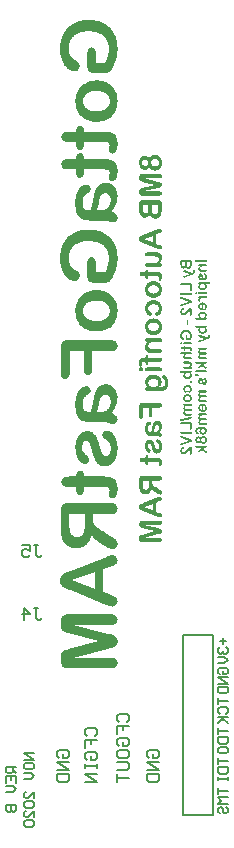
<source format=gbo>
G04 Layer_Color=13813960*
%FSLAX24Y24*%
%MOIN*%
G70*
G01*
G75*
%ADD26C,0.0080*%
%ADD38C,0.0050*%
%ADD39C,0.0060*%
G36*
X27724Y33099D02*
X27730Y33098D01*
X27735Y33097D01*
X27739Y33095D01*
X27742Y33094D01*
X27744Y33092D01*
X27746Y33091D01*
X27746Y33091D01*
X27750Y33087D01*
X27752Y33084D01*
X27754Y33080D01*
X27755Y33076D01*
X27756Y33073D01*
X27756Y33070D01*
X27756Y33069D01*
Y33068D01*
Y33068D01*
Y33068D01*
X27756Y33062D01*
X27755Y33058D01*
X27753Y33054D01*
X27751Y33050D01*
X27750Y33047D01*
X27748Y33046D01*
X27747Y33044D01*
X27747Y33044D01*
X27743Y33041D01*
X27738Y33038D01*
X27733Y33037D01*
X27728Y33036D01*
X27724Y33035D01*
X27722Y33035D01*
X27720Y33034D01*
X27710D01*
X27715Y33030D01*
X27719Y33027D01*
X27722Y33024D01*
X27725Y33021D01*
X27727Y33019D01*
X27729Y33018D01*
X27730Y33016D01*
X27730Y33016D01*
X27735Y33011D01*
X27737Y33008D01*
X27739Y33005D01*
X27741Y33003D01*
X27742Y33001D01*
X27743Y33000D01*
X27743Y33000D01*
X27745Y32996D01*
X27747Y32992D01*
X27749Y32988D01*
X27750Y32984D01*
X27751Y32981D01*
X27752Y32978D01*
X27752Y32976D01*
X27752Y32976D01*
Y32976D01*
X27754Y32970D01*
X27755Y32965D01*
X27756Y32960D01*
X27756Y32955D01*
X27756Y32951D01*
X27756Y32948D01*
Y32947D01*
Y32946D01*
Y32946D01*
Y32946D01*
X27756Y32936D01*
X27755Y32927D01*
X27753Y32919D01*
X27752Y32915D01*
X27751Y32912D01*
X27750Y32909D01*
X27749Y32906D01*
X27749Y32904D01*
X27748Y32902D01*
X27747Y32900D01*
X27747Y32899D01*
X27746Y32898D01*
Y32898D01*
X27742Y32890D01*
X27737Y32883D01*
X27732Y32877D01*
X27727Y32872D01*
X27725Y32869D01*
X27723Y32867D01*
X27721Y32865D01*
X27720Y32864D01*
X27718Y32863D01*
X27717Y32862D01*
X27717Y32862D01*
X27716Y32861D01*
X27709Y32856D01*
X27701Y32851D01*
X27693Y32847D01*
X27687Y32844D01*
X27683Y32843D01*
X27680Y32841D01*
X27678Y32840D01*
X27675Y32839D01*
X27674Y32839D01*
X27672Y32838D01*
X27671Y32838D01*
X27671D01*
X27661Y32835D01*
X27651Y32833D01*
X27641Y32832D01*
X27637Y32831D01*
X27633Y32831D01*
X27629Y32831D01*
X27625Y32830D01*
X27622D01*
X27619Y32830D01*
X27614D01*
X27606Y32830D01*
X27598Y32831D01*
X27591Y32831D01*
X27584Y32832D01*
X27578Y32833D01*
X27572Y32834D01*
X27566Y32836D01*
X27561Y32837D01*
X27556Y32839D01*
X27552Y32840D01*
X27549Y32841D01*
X27546Y32842D01*
X27543Y32843D01*
X27542Y32844D01*
X27541Y32844D01*
X27540Y32844D01*
X27535Y32847D01*
X27529Y32850D01*
X27525Y32854D01*
X27520Y32857D01*
X27516Y32860D01*
X27512Y32864D01*
X27508Y32867D01*
X27505Y32870D01*
X27502Y32873D01*
X27500Y32876D01*
X27498Y32879D01*
X27496Y32880D01*
X27495Y32882D01*
X27494Y32884D01*
X27493Y32885D01*
X27493Y32885D01*
X27490Y32890D01*
X27487Y32895D01*
X27485Y32900D01*
X27484Y32905D01*
X27482Y32910D01*
X27480Y32915D01*
X27479Y32920D01*
X27479Y32924D01*
X27478Y32929D01*
X27477Y32933D01*
X27477Y32936D01*
X27477Y32939D01*
X27477Y32942D01*
Y32943D01*
Y32945D01*
Y32945D01*
X27477Y32956D01*
X27478Y32961D01*
X27478Y32965D01*
X27479Y32970D01*
X27480Y32974D01*
X27481Y32978D01*
X27482Y32981D01*
X27483Y32984D01*
X27484Y32987D01*
X27485Y32989D01*
X27486Y32991D01*
X27486Y32993D01*
X27487Y32994D01*
X27487Y32995D01*
Y32995D01*
X27492Y33002D01*
X27497Y33010D01*
X27502Y33016D01*
X27507Y33022D01*
X27509Y33025D01*
X27511Y33027D01*
X27513Y33029D01*
X27515Y33031D01*
X27516Y33033D01*
X27518Y33034D01*
X27518Y33034D01*
X27518Y33034D01*
X27413D01*
X27407Y33035D01*
X27400Y33036D01*
X27395Y33037D01*
X27391Y33039D01*
X27388Y33040D01*
X27386Y33042D01*
X27384Y33043D01*
X27384Y33043D01*
X27380Y33047D01*
X27378Y33051D01*
X27376Y33055D01*
X27375Y33059D01*
X27374Y33062D01*
X27374Y33065D01*
X27374Y33066D01*
Y33067D01*
Y33067D01*
Y33068D01*
X27374Y33073D01*
X27375Y33078D01*
X27377Y33082D01*
X27379Y33085D01*
X27381Y33088D01*
X27383Y33090D01*
X27384Y33091D01*
X27384Y33091D01*
X27389Y33094D01*
X27394Y33096D01*
X27399Y33098D01*
X27404Y33098D01*
X27409Y33099D01*
X27411Y33099D01*
X27413D01*
X27414Y33100D01*
X27717D01*
X27724Y33099D01*
D02*
G37*
G36*
X27725Y32767D02*
X27730Y32766D01*
X27735Y32764D01*
X27739Y32762D01*
X27742Y32760D01*
X27744Y32758D01*
X27746Y32757D01*
X27746Y32756D01*
X27750Y32752D01*
X27752Y32747D01*
X27754Y32743D01*
X27755Y32739D01*
X27756Y32735D01*
X27756Y32732D01*
X27756Y32731D01*
Y32730D01*
Y32729D01*
Y32729D01*
X27756Y32724D01*
X27755Y32719D01*
X27753Y32714D01*
X27751Y32710D01*
X27749Y32707D01*
X27748Y32705D01*
X27747Y32703D01*
X27746Y32703D01*
X27742Y32699D01*
X27738Y32696D01*
X27733Y32694D01*
X27728Y32693D01*
X27724Y32692D01*
X27721Y32692D01*
X27720Y32692D01*
X27718D01*
X27713Y32692D01*
X27707Y32693D01*
X27703Y32695D01*
X27699Y32697D01*
X27696Y32699D01*
X27693Y32701D01*
X27692Y32702D01*
X27692Y32703D01*
X27688Y32707D01*
X27685Y32712D01*
X27683Y32716D01*
X27682Y32721D01*
X27681Y32724D01*
X27681Y32727D01*
X27680Y32728D01*
Y32729D01*
Y32730D01*
Y32730D01*
X27681Y32736D01*
X27682Y32741D01*
X27684Y32745D01*
X27686Y32749D01*
X27688Y32752D01*
X27690Y32755D01*
X27691Y32756D01*
X27692Y32757D01*
X27696Y32760D01*
X27701Y32763D01*
X27705Y32765D01*
X27709Y32766D01*
X27713Y32767D01*
X27716Y32767D01*
X27717Y32767D01*
X27718D01*
X27725Y32767D01*
D02*
G37*
G36*
X27661Y33412D02*
X27669Y33412D01*
X27675Y33411D01*
X27681Y33410D01*
X27687Y33409D01*
X27692Y33408D01*
X27697Y33407D01*
X27701Y33406D01*
X27705Y33405D01*
X27708Y33404D01*
X27711Y33403D01*
X27713Y33401D01*
X27715Y33401D01*
X27716Y33400D01*
X27717Y33400D01*
X27717D01*
X27723Y33395D01*
X27729Y33390D01*
X27734Y33385D01*
X27738Y33380D01*
X27741Y33376D01*
X27743Y33374D01*
X27744Y33372D01*
X27744Y33371D01*
X27745Y33370D01*
X27746Y33369D01*
Y33369D01*
X27749Y33361D01*
X27751Y33354D01*
X27753Y33346D01*
X27754Y33339D01*
X27755Y33336D01*
X27755Y33333D01*
X27756Y33330D01*
Y33328D01*
X27756Y33326D01*
Y33325D01*
Y33324D01*
Y33324D01*
X27756Y33316D01*
X27755Y33310D01*
X27754Y33303D01*
X27753Y33298D01*
X27752Y33293D01*
X27752Y33292D01*
X27751Y33290D01*
X27751Y33289D01*
X27751Y33288D01*
X27751Y33288D01*
Y33287D01*
X27748Y33281D01*
X27746Y33276D01*
X27743Y33271D01*
X27741Y33266D01*
X27739Y33263D01*
X27737Y33260D01*
X27736Y33259D01*
X27736Y33258D01*
X27735Y33258D01*
Y33257D01*
X27731Y33252D01*
X27726Y33248D01*
X27722Y33243D01*
X27718Y33239D01*
X27714Y33236D01*
X27711Y33234D01*
X27710Y33233D01*
X27709Y33232D01*
X27709Y33231D01*
X27718D01*
X27724Y33231D01*
X27730Y33230D01*
X27735Y33229D01*
X27739Y33227D01*
X27742Y33225D01*
X27744Y33224D01*
X27746Y33223D01*
X27746Y33222D01*
X27749Y33219D01*
X27752Y33215D01*
X27754Y33211D01*
X27755Y33207D01*
X27756Y33204D01*
X27756Y33201D01*
X27756Y33199D01*
Y33199D01*
Y33199D01*
X27756Y33194D01*
X27754Y33189D01*
X27753Y33185D01*
X27751Y33182D01*
X27749Y33179D01*
X27748Y33177D01*
X27747Y33176D01*
X27746Y33176D01*
X27742Y33173D01*
X27738Y33170D01*
X27733Y33169D01*
X27728Y33168D01*
X27724Y33167D01*
X27722Y33167D01*
X27720Y33167D01*
X27517D01*
X27510Y33167D01*
X27504Y33168D01*
X27498Y33170D01*
X27494Y33171D01*
X27491Y33173D01*
X27488Y33175D01*
X27487Y33176D01*
X27486Y33176D01*
X27483Y33180D01*
X27480Y33184D01*
X27479Y33188D01*
X27477Y33192D01*
X27477Y33195D01*
X27476Y33198D01*
X27476Y33200D01*
Y33200D01*
Y33201D01*
Y33201D01*
X27477Y33206D01*
X27478Y33211D01*
X27479Y33216D01*
X27481Y33219D01*
X27483Y33222D01*
X27485Y33224D01*
X27486Y33225D01*
X27487Y33226D01*
X27491Y33229D01*
X27496Y33231D01*
X27501Y33233D01*
X27506Y33234D01*
X27510Y33235D01*
X27512Y33235D01*
X27514D01*
X27515Y33235D01*
X27610D01*
X27618Y33236D01*
X27626Y33236D01*
X27632Y33236D01*
X27638Y33237D01*
X27643Y33237D01*
X27648Y33238D01*
X27652Y33238D01*
X27655Y33239D01*
X27658Y33239D01*
X27661Y33240D01*
X27662Y33240D01*
X27664Y33241D01*
X27665Y33241D01*
X27665Y33241D01*
X27666D01*
X27671Y33244D01*
X27677Y33248D01*
X27681Y33251D01*
X27685Y33255D01*
X27688Y33259D01*
X27690Y33261D01*
X27691Y33262D01*
X27692Y33263D01*
X27692Y33264D01*
Y33264D01*
X27696Y33270D01*
X27698Y33275D01*
X27700Y33281D01*
X27701Y33286D01*
X27702Y33290D01*
X27702Y33292D01*
Y33293D01*
X27703Y33295D01*
Y33296D01*
Y33296D01*
Y33296D01*
X27702Y33303D01*
X27701Y33308D01*
X27700Y33313D01*
X27698Y33318D01*
X27696Y33321D01*
X27695Y33323D01*
X27694Y33324D01*
X27693Y33325D01*
X27690Y33329D01*
X27686Y33332D01*
X27681Y33334D01*
X27677Y33336D01*
X27674Y33338D01*
X27671Y33339D01*
X27670Y33339D01*
X27669Y33339D01*
X27668Y33339D01*
X27668D01*
X27662Y33341D01*
X27655Y33342D01*
X27648Y33342D01*
X27642Y33343D01*
X27639Y33343D01*
X27636D01*
X27634Y33343D01*
X27517D01*
X27510Y33344D01*
X27504Y33345D01*
X27498Y33346D01*
X27494Y33348D01*
X27491Y33350D01*
X27489Y33351D01*
X27487Y33352D01*
X27487Y33353D01*
X27483Y33357D01*
X27480Y33361D01*
X27479Y33365D01*
X27477Y33369D01*
X27477Y33373D01*
X27476Y33376D01*
X27476Y33377D01*
Y33377D01*
Y33378D01*
Y33378D01*
X27477Y33384D01*
X27478Y33389D01*
X27479Y33393D01*
X27481Y33396D01*
X27483Y33399D01*
X27485Y33401D01*
X27486Y33403D01*
X27486Y33403D01*
X27490Y33406D01*
X27495Y33408D01*
X27501Y33410D01*
X27506Y33411D01*
X27510Y33412D01*
X27512Y33412D01*
X27514D01*
X27515Y33412D01*
X27654D01*
X27661Y33412D01*
D02*
G37*
G36*
X27511Y33934D02*
X27514Y33933D01*
X27517Y33932D01*
X27520Y33930D01*
X27522Y33929D01*
X27523Y33928D01*
X27525Y33927D01*
X27525Y33926D01*
X27527Y33923D01*
X27529Y33919D01*
X27530Y33916D01*
X27531Y33912D01*
X27531Y33909D01*
X27532Y33906D01*
Y33905D01*
Y33904D01*
Y33904D01*
Y33903D01*
Y33894D01*
X27670D01*
X27676Y33894D01*
X27681Y33894D01*
X27686Y33893D01*
X27690Y33893D01*
X27695Y33893D01*
X27698Y33892D01*
X27702Y33892D01*
X27705Y33891D01*
X27708Y33891D01*
X27710Y33890D01*
X27712Y33890D01*
X27714Y33890D01*
X27715Y33890D01*
X27715Y33889D01*
X27716D01*
X27722Y33887D01*
X27728Y33884D01*
X27733Y33880D01*
X27738Y33876D01*
X27741Y33873D01*
X27744Y33870D01*
X27744Y33869D01*
X27745Y33868D01*
X27746Y33868D01*
Y33867D01*
X27748Y33864D01*
X27749Y33860D01*
X27752Y33853D01*
X27754Y33845D01*
X27755Y33837D01*
X27756Y33833D01*
X27756Y33829D01*
X27756Y33826D01*
Y33824D01*
X27756Y33821D01*
Y33820D01*
Y33819D01*
Y33818D01*
Y33812D01*
X27756Y33806D01*
X27756Y33801D01*
X27755Y33796D01*
X27754Y33791D01*
X27754Y33787D01*
X27753Y33783D01*
X27752Y33780D01*
X27751Y33777D01*
X27751Y33774D01*
X27750Y33772D01*
X27749Y33770D01*
X27749Y33768D01*
X27748Y33767D01*
X27748Y33767D01*
Y33766D01*
X27746Y33763D01*
X27744Y33760D01*
X27742Y33758D01*
X27740Y33756D01*
X27738Y33754D01*
X27736Y33752D01*
X27732Y33750D01*
X27728Y33749D01*
X27725Y33748D01*
X27724Y33748D01*
X27722D01*
X27719Y33748D01*
X27715Y33749D01*
X27713Y33750D01*
X27710Y33751D01*
X27708Y33752D01*
X27707Y33754D01*
X27706Y33754D01*
X27706Y33755D01*
X27703Y33757D01*
X27702Y33760D01*
X27701Y33762D01*
X27700Y33765D01*
X27699Y33767D01*
X27699Y33768D01*
Y33769D01*
Y33770D01*
Y33772D01*
X27699Y33775D01*
X27700Y33780D01*
X27700Y33782D01*
X27701Y33784D01*
X27701Y33785D01*
Y33786D01*
X27702Y33790D01*
X27702Y33793D01*
X27703Y33796D01*
X27703Y33798D01*
X27703Y33800D01*
Y33801D01*
Y33802D01*
Y33802D01*
X27703Y33806D01*
X27702Y33810D01*
X27702Y33812D01*
X27700Y33814D01*
X27700Y33816D01*
X27699Y33818D01*
X27698Y33818D01*
X27698Y33818D01*
X27696Y33820D01*
X27693Y33821D01*
X27691Y33822D01*
X27689Y33823D01*
X27687Y33824D01*
X27685Y33824D01*
X27684Y33824D01*
X27684D01*
X27680Y33824D01*
X27676Y33825D01*
X27672Y33825D01*
X27668D01*
X27664Y33825D01*
X27532D01*
Y33813D01*
X27531Y33805D01*
X27531Y33799D01*
X27530Y33794D01*
X27529Y33789D01*
X27528Y33786D01*
X27527Y33783D01*
X27527Y33782D01*
X27526Y33781D01*
X27524Y33778D01*
X27521Y33775D01*
X27518Y33773D01*
X27515Y33772D01*
X27512Y33771D01*
X27509Y33770D01*
X27508Y33770D01*
X27507D01*
X27503Y33770D01*
X27500Y33771D01*
X27497Y33773D01*
X27494Y33774D01*
X27492Y33775D01*
X27490Y33777D01*
X27489Y33778D01*
X27489Y33778D01*
X27487Y33781D01*
X27485Y33785D01*
X27484Y33788D01*
X27483Y33792D01*
X27482Y33795D01*
X27482Y33798D01*
Y33799D01*
Y33800D01*
Y33800D01*
Y33800D01*
Y33825D01*
X27429D01*
X27424Y33826D01*
X27419Y33826D01*
X27415Y33826D01*
X27412Y33827D01*
X27410Y33827D01*
X27409Y33827D01*
X27408D01*
X27405Y33828D01*
X27402Y33829D01*
X27399Y33831D01*
X27397Y33832D01*
X27395Y33834D01*
X27394Y33835D01*
X27393Y33836D01*
X27392Y33836D01*
X27389Y33841D01*
X27387Y33844D01*
X27385Y33849D01*
X27384Y33852D01*
X27383Y33855D01*
X27383Y33858D01*
X27382Y33859D01*
Y33860D01*
Y33860D01*
X27383Y33863D01*
X27383Y33867D01*
X27384Y33870D01*
X27385Y33872D01*
X27385Y33874D01*
X27386Y33876D01*
X27387Y33877D01*
X27387Y33877D01*
X27389Y33880D01*
X27390Y33882D01*
X27392Y33884D01*
X27394Y33886D01*
X27396Y33887D01*
X27397Y33888D01*
X27398Y33888D01*
X27398Y33889D01*
X27401Y33890D01*
X27404Y33891D01*
X27407Y33892D01*
X27409Y33893D01*
X27412Y33893D01*
X27413Y33893D01*
X27414Y33893D01*
X27415D01*
X27419Y33894D01*
X27423Y33894D01*
X27427D01*
X27431Y33894D01*
X27482D01*
Y33902D01*
X27482Y33908D01*
X27483Y33912D01*
X27484Y33916D01*
X27485Y33920D01*
X27487Y33923D01*
X27488Y33924D01*
X27489Y33926D01*
X27489Y33926D01*
X27492Y33929D01*
X27495Y33931D01*
X27498Y33932D01*
X27501Y33933D01*
X27503Y33934D01*
X27505Y33934D01*
X27507Y33934D01*
X27507D01*
X27511Y33934D01*
D02*
G37*
G36*
X27722Y33724D02*
X27728Y33723D01*
X27734Y33721D01*
X27739Y33719D01*
X27743Y33716D01*
X27746Y33713D01*
X27749Y33710D01*
X27751Y33707D01*
X27753Y33704D01*
X27754Y33701D01*
X27755Y33698D01*
X27756Y33695D01*
X27756Y33693D01*
X27756Y33691D01*
Y33690D01*
Y33690D01*
X27756Y33684D01*
X27755Y33679D01*
X27753Y33675D01*
X27751Y33671D01*
X27749Y33668D01*
X27748Y33666D01*
X27746Y33665D01*
X27746Y33664D01*
X27741Y33661D01*
X27736Y33659D01*
X27731Y33657D01*
X27726Y33656D01*
X27721Y33656D01*
X27720Y33655D01*
X27718Y33655D01*
X27616D01*
X27610Y33655D01*
X27604Y33654D01*
X27598Y33654D01*
X27593Y33654D01*
X27589Y33653D01*
X27585Y33653D01*
X27581Y33652D01*
X27578Y33652D01*
X27575Y33651D01*
X27573Y33651D01*
X27572Y33650D01*
X27570Y33650D01*
X27569Y33650D01*
X27569Y33649D01*
X27569D01*
X27562Y33646D01*
X27556Y33643D01*
X27551Y33639D01*
X27547Y33636D01*
X27544Y33633D01*
X27542Y33630D01*
X27541Y33629D01*
X27540Y33628D01*
X27540Y33628D01*
Y33628D01*
X27536Y33622D01*
X27534Y33616D01*
X27532Y33610D01*
X27531Y33605D01*
X27530Y33601D01*
X27530Y33599D01*
Y33597D01*
X27529Y33596D01*
Y33595D01*
Y33595D01*
Y33594D01*
X27530Y33589D01*
X27530Y33585D01*
X27531Y33581D01*
X27532Y33577D01*
X27533Y33574D01*
X27535Y33570D01*
X27536Y33568D01*
X27538Y33565D01*
X27540Y33563D01*
X27541Y33562D01*
X27543Y33560D01*
X27544Y33559D01*
X27546Y33558D01*
X27546Y33557D01*
X27547Y33557D01*
X27547D01*
X27551Y33555D01*
X27554Y33554D01*
X27563Y33551D01*
X27571Y33549D01*
X27579Y33548D01*
X27583Y33548D01*
X27587Y33547D01*
X27590Y33547D01*
X27593D01*
X27595Y33547D01*
X27715D01*
X27722Y33547D01*
X27728Y33546D01*
X27734Y33544D01*
X27739Y33542D01*
X27743Y33539D01*
X27746Y33536D01*
X27749Y33533D01*
X27751Y33530D01*
X27753Y33527D01*
X27754Y33524D01*
X27755Y33521D01*
X27756Y33518D01*
X27756Y33516D01*
X27756Y33514D01*
Y33513D01*
Y33513D01*
X27756Y33507D01*
X27755Y33502D01*
X27753Y33498D01*
X27751Y33495D01*
X27749Y33492D01*
X27748Y33490D01*
X27746Y33488D01*
X27746Y33488D01*
X27741Y33485D01*
X27736Y33482D01*
X27731Y33481D01*
X27726Y33479D01*
X27722Y33479D01*
X27720Y33478D01*
X27718D01*
X27716Y33478D01*
X27575D01*
X27569Y33479D01*
X27562Y33479D01*
X27557Y33480D01*
X27553Y33480D01*
X27551Y33480D01*
X27550D01*
X27549Y33481D01*
X27548Y33481D01*
X27547D01*
X27542Y33482D01*
X27536Y33483D01*
X27532Y33485D01*
X27528Y33487D01*
X27524Y33488D01*
X27522Y33490D01*
X27520Y33490D01*
X27520Y33491D01*
X27512Y33495D01*
X27506Y33501D01*
X27500Y33506D01*
X27495Y33511D01*
X27492Y33516D01*
X27491Y33518D01*
X27489Y33519D01*
X27489Y33521D01*
X27488Y33522D01*
X27487Y33523D01*
Y33523D01*
X27484Y33531D01*
X27481Y33539D01*
X27479Y33546D01*
X27477Y33554D01*
X27477Y33557D01*
X27477Y33560D01*
X27476Y33563D01*
Y33565D01*
X27476Y33567D01*
Y33568D01*
Y33569D01*
Y33569D01*
X27476Y33576D01*
X27477Y33582D01*
X27477Y33587D01*
X27478Y33592D01*
X27479Y33596D01*
X27479Y33598D01*
X27480Y33599D01*
X27480Y33600D01*
X27480Y33601D01*
X27480Y33601D01*
Y33602D01*
X27482Y33607D01*
X27484Y33613D01*
X27487Y33617D01*
X27489Y33621D01*
X27491Y33625D01*
X27492Y33627D01*
X27494Y33629D01*
X27494Y33629D01*
Y33629D01*
X27497Y33634D01*
X27501Y33639D01*
X27505Y33643D01*
X27509Y33647D01*
X27513Y33650D01*
X27515Y33653D01*
X27516Y33654D01*
X27517Y33654D01*
X27518Y33655D01*
X27518Y33655D01*
X27416D01*
X27408Y33655D01*
X27402Y33656D01*
X27397Y33658D01*
X27392Y33660D01*
X27389Y33661D01*
X27386Y33663D01*
X27385Y33664D01*
X27384Y33664D01*
X27381Y33668D01*
X27378Y33672D01*
X27376Y33677D01*
X27375Y33680D01*
X27374Y33684D01*
X27374Y33687D01*
X27374Y33688D01*
Y33689D01*
Y33690D01*
Y33690D01*
X27374Y33696D01*
X27375Y33701D01*
X27377Y33705D01*
X27379Y33709D01*
X27381Y33711D01*
X27382Y33713D01*
X27384Y33714D01*
X27384Y33715D01*
X27389Y33718D01*
X27394Y33720D01*
X27399Y33722D01*
X27404Y33723D01*
X27408Y33723D01*
X27410Y33724D01*
X27412D01*
X27414Y33724D01*
X27715D01*
X27722Y33724D01*
D02*
G37*
G36*
X27630Y32626D02*
X27641Y32625D01*
X27651Y32623D01*
X27661Y32621D01*
X27670Y32618D01*
X27678Y32615D01*
X27685Y32612D01*
X27692Y32608D01*
X27698Y32605D01*
X27704Y32602D01*
X27708Y32599D01*
X27712Y32596D01*
X27715Y32594D01*
X27717Y32592D01*
X27718Y32591D01*
X27719Y32591D01*
X27725Y32584D01*
X27731Y32576D01*
X27736Y32568D01*
X27740Y32560D01*
X27744Y32552D01*
X27747Y32543D01*
X27749Y32535D01*
X27751Y32527D01*
X27753Y32520D01*
X27754Y32513D01*
X27755Y32507D01*
X27755Y32502D01*
X27756Y32497D01*
Y32495D01*
X27756Y32494D01*
Y32493D01*
Y32492D01*
Y32491D01*
Y32491D01*
X27756Y32480D01*
X27754Y32470D01*
X27754Y32465D01*
X27753Y32461D01*
X27752Y32456D01*
X27752Y32453D01*
X27751Y32449D01*
X27750Y32446D01*
X27750Y32443D01*
X27749Y32441D01*
X27749Y32439D01*
X27748Y32438D01*
X27748Y32437D01*
Y32437D01*
X27744Y32428D01*
X27741Y32421D01*
X27738Y32414D01*
X27736Y32411D01*
X27734Y32408D01*
X27733Y32405D01*
X27731Y32403D01*
X27730Y32402D01*
X27729Y32400D01*
X27728Y32399D01*
X27727Y32398D01*
X27727Y32397D01*
X27726Y32397D01*
X27721Y32392D01*
X27716Y32387D01*
X27712Y32383D01*
X27708Y32379D01*
X27704Y32377D01*
X27701Y32375D01*
X27700Y32374D01*
X27699Y32374D01*
X27699Y32374D01*
X27699D01*
X27693Y32371D01*
X27688Y32369D01*
X27684Y32368D01*
X27679Y32367D01*
X27676Y32366D01*
X27673Y32366D01*
X27671D01*
X27667Y32366D01*
X27663Y32367D01*
X27660Y32369D01*
X27657Y32370D01*
X27654Y32372D01*
X27652Y32373D01*
X27651Y32374D01*
X27651Y32374D01*
X27648Y32378D01*
X27645Y32381D01*
X27644Y32385D01*
X27642Y32388D01*
X27642Y32391D01*
X27641Y32393D01*
X27641Y32395D01*
Y32395D01*
Y32395D01*
X27641Y32399D01*
X27642Y32403D01*
X27643Y32406D01*
X27644Y32408D01*
X27646Y32410D01*
X27647Y32412D01*
X27648Y32413D01*
X27648Y32413D01*
X27650Y32416D01*
X27653Y32418D01*
X27656Y32421D01*
X27659Y32423D01*
X27662Y32424D01*
X27664Y32426D01*
X27665Y32426D01*
X27666Y32427D01*
X27673Y32431D01*
X27679Y32436D01*
X27684Y32440D01*
X27688Y32444D01*
X27691Y32448D01*
X27693Y32451D01*
X27694Y32452D01*
X27695Y32452D01*
X27695Y32453D01*
Y32453D01*
X27698Y32459D01*
X27701Y32465D01*
X27702Y32471D01*
X27703Y32476D01*
X27704Y32481D01*
X27704Y32483D01*
Y32485D01*
X27705Y32487D01*
Y32488D01*
Y32488D01*
Y32488D01*
X27704Y32494D01*
X27704Y32499D01*
X27703Y32504D01*
X27702Y32508D01*
X27701Y32512D01*
X27700Y32515D01*
X27699Y32516D01*
X27699Y32516D01*
Y32517D01*
X27696Y32521D01*
X27693Y32526D01*
X27691Y32529D01*
X27688Y32533D01*
X27685Y32535D01*
X27684Y32537D01*
X27682Y32538D01*
X27682Y32539D01*
X27677Y32542D01*
X27672Y32545D01*
X27668Y32547D01*
X27663Y32549D01*
X27659Y32551D01*
X27656Y32552D01*
X27655Y32552D01*
X27654Y32552D01*
X27654Y32552D01*
X27654D01*
X27647Y32554D01*
X27641Y32555D01*
X27635Y32556D01*
X27629Y32557D01*
X27625Y32557D01*
X27623D01*
X27621Y32557D01*
X27618D01*
X27610Y32557D01*
X27603Y32556D01*
X27597Y32556D01*
X27590Y32554D01*
X27584Y32553D01*
X27579Y32551D01*
X27574Y32550D01*
X27570Y32548D01*
X27566Y32546D01*
X27562Y32544D01*
X27559Y32543D01*
X27557Y32541D01*
X27555Y32540D01*
X27554Y32539D01*
X27553Y32539D01*
X27553Y32539D01*
X27549Y32535D01*
X27545Y32531D01*
X27542Y32527D01*
X27539Y32523D01*
X27536Y32519D01*
X27534Y32515D01*
X27533Y32511D01*
X27532Y32507D01*
X27531Y32503D01*
X27530Y32500D01*
X27530Y32497D01*
X27529Y32494D01*
Y32492D01*
X27529Y32491D01*
Y32490D01*
Y32489D01*
X27529Y32482D01*
X27530Y32475D01*
X27532Y32469D01*
X27533Y32464D01*
X27535Y32460D01*
X27536Y32458D01*
X27537Y32457D01*
X27538Y32456D01*
X27538Y32455D01*
X27538Y32455D01*
Y32454D01*
X27542Y32449D01*
X27547Y32444D01*
X27552Y32440D01*
X27556Y32436D01*
X27561Y32433D01*
X27562Y32431D01*
X27564Y32430D01*
X27565Y32429D01*
X27566Y32429D01*
X27567Y32428D01*
X27567D01*
X27571Y32426D01*
X27574Y32423D01*
X27576Y32421D01*
X27578Y32419D01*
X27580Y32418D01*
X27581Y32416D01*
X27581Y32416D01*
X27582Y32415D01*
X27583Y32413D01*
X27584Y32411D01*
X27585Y32408D01*
X27585Y32406D01*
X27585Y32404D01*
X27586Y32402D01*
Y32401D01*
Y32401D01*
X27585Y32396D01*
X27584Y32392D01*
X27583Y32388D01*
X27581Y32385D01*
X27580Y32382D01*
X27579Y32380D01*
X27577Y32379D01*
X27577Y32379D01*
X27574Y32376D01*
X27570Y32373D01*
X27567Y32372D01*
X27564Y32370D01*
X27561Y32370D01*
X27558Y32369D01*
X27556D01*
X27552Y32370D01*
X27547Y32371D01*
X27543Y32372D01*
X27539Y32374D01*
X27535Y32375D01*
X27533Y32376D01*
X27532Y32377D01*
X27531Y32377D01*
X27531Y32378D01*
X27530D01*
X27525Y32381D01*
X27520Y32385D01*
X27516Y32389D01*
X27512Y32393D01*
X27508Y32396D01*
X27506Y32399D01*
X27505Y32400D01*
X27504Y32401D01*
X27504Y32401D01*
Y32402D01*
X27499Y32408D01*
X27495Y32414D01*
X27492Y32420D01*
X27489Y32426D01*
X27487Y32431D01*
X27486Y32434D01*
X27485Y32436D01*
X27484Y32437D01*
X27484Y32438D01*
X27484Y32439D01*
Y32439D01*
X27481Y32448D01*
X27479Y32456D01*
X27477Y32465D01*
X27477Y32472D01*
X27476Y32476D01*
X27476Y32479D01*
Y32482D01*
X27475Y32484D01*
Y32486D01*
Y32487D01*
Y32488D01*
Y32488D01*
X27476Y32497D01*
X27476Y32504D01*
X27477Y32511D01*
X27478Y32518D01*
X27480Y32525D01*
X27481Y32531D01*
X27483Y32536D01*
X27484Y32542D01*
X27486Y32546D01*
X27488Y32551D01*
X27489Y32554D01*
X27491Y32557D01*
X27492Y32560D01*
X27493Y32561D01*
X27493Y32562D01*
X27494Y32563D01*
X27497Y32568D01*
X27501Y32574D01*
X27505Y32579D01*
X27509Y32583D01*
X27513Y32587D01*
X27517Y32591D01*
X27521Y32595D01*
X27525Y32598D01*
X27529Y32601D01*
X27533Y32603D01*
X27536Y32605D01*
X27539Y32607D01*
X27541Y32608D01*
X27543Y32609D01*
X27544Y32610D01*
X27544Y32610D01*
X27550Y32613D01*
X27556Y32615D01*
X27563Y32618D01*
X27569Y32620D01*
X27575Y32621D01*
X27582Y32623D01*
X27588Y32623D01*
X27593Y32624D01*
X27599Y32625D01*
X27603Y32626D01*
X27608Y32626D01*
X27611Y32626D01*
X27615Y32626D01*
X27619D01*
X27630Y32626D01*
D02*
G37*
G36*
X27713Y31387D02*
X27716Y31387D01*
X27720Y31386D01*
X27723Y31385D01*
X27726Y31384D01*
X27728Y31384D01*
X27731Y31382D01*
X27733Y31381D01*
X27734Y31381D01*
X27737Y31379D01*
X27739Y31378D01*
X27739Y31377D01*
X27741Y31375D01*
X27743Y31372D01*
X27746Y31367D01*
X27747Y31361D01*
X27749Y31356D01*
X27749Y31350D01*
X27750Y31348D01*
Y31346D01*
X27750Y31344D01*
Y31343D01*
Y31342D01*
Y31342D01*
Y31161D01*
X27750Y31154D01*
X27749Y31149D01*
X27747Y31144D01*
X27746Y31140D01*
X27744Y31137D01*
X27743Y31135D01*
X27742Y31134D01*
X27742Y31133D01*
X27738Y31130D01*
X27735Y31128D01*
X27731Y31126D01*
X27728Y31125D01*
X27724Y31124D01*
X27722Y31124D01*
X27720Y31123D01*
X27720D01*
X27715Y31124D01*
X27710Y31125D01*
X27707Y31126D01*
X27703Y31128D01*
X27701Y31130D01*
X27699Y31131D01*
X27698Y31133D01*
X27697Y31133D01*
X27694Y31137D01*
X27692Y31142D01*
X27691Y31146D01*
X27690Y31151D01*
X27689Y31155D01*
X27689Y31158D01*
Y31159D01*
Y31160D01*
Y31161D01*
Y31161D01*
Y31313D01*
X27419D01*
X27411Y31313D01*
X27404Y31315D01*
X27398Y31316D01*
X27394Y31318D01*
X27390Y31320D01*
X27387Y31322D01*
X27385Y31323D01*
X27385Y31323D01*
X27381Y31328D01*
X27378Y31332D01*
X27376Y31337D01*
X27375Y31341D01*
X27374Y31345D01*
X27374Y31348D01*
X27374Y31349D01*
Y31350D01*
Y31351D01*
Y31351D01*
X27374Y31357D01*
X27376Y31362D01*
X27377Y31367D01*
X27379Y31371D01*
X27382Y31374D01*
X27383Y31376D01*
X27385Y31377D01*
X27385Y31378D01*
X27390Y31381D01*
X27395Y31384D01*
X27401Y31385D01*
X27407Y31386D01*
X27412Y31387D01*
X27414Y31387D01*
X27416D01*
X27417Y31388D01*
X27709D01*
X27713Y31387D01*
D02*
G37*
G36*
X27719Y31071D02*
X27726Y31069D01*
X27732Y31068D01*
X27736Y31066D01*
X27740Y31064D01*
X27743Y31063D01*
X27744Y31061D01*
X27745Y31061D01*
X27749Y31057D01*
X27752Y31052D01*
X27754Y31048D01*
X27755Y31044D01*
X27756Y31040D01*
X27756Y31037D01*
X27756Y31036D01*
Y31035D01*
Y31035D01*
Y31034D01*
X27756Y31028D01*
X27755Y31023D01*
X27753Y31018D01*
X27751Y31014D01*
X27749Y31011D01*
X27747Y31009D01*
X27746Y31007D01*
X27745Y31007D01*
X27740Y31003D01*
X27735Y31001D01*
X27729Y30999D01*
X27724Y30998D01*
X27718Y30997D01*
X27716Y30997D01*
X27715D01*
X27713Y30996D01*
X27419D01*
X27411Y30997D01*
X27404Y30998D01*
X27398Y31000D01*
X27394Y31002D01*
X27390Y31003D01*
X27387Y31005D01*
X27385Y31006D01*
X27385Y31007D01*
X27381Y31011D01*
X27378Y31015D01*
X27376Y31020D01*
X27375Y31025D01*
X27374Y31028D01*
X27374Y31031D01*
X27374Y31033D01*
Y31033D01*
Y31034D01*
Y31034D01*
X27374Y31040D01*
X27376Y31045D01*
X27377Y31050D01*
X27379Y31054D01*
X27382Y31057D01*
X27383Y31059D01*
X27385Y31060D01*
X27385Y31061D01*
X27390Y31064D01*
X27395Y31067D01*
X27401Y31069D01*
X27407Y31070D01*
X27412Y31071D01*
X27414Y31071D01*
X27416D01*
X27417Y31071D01*
X27711D01*
X27719Y31071D01*
D02*
G37*
G36*
X27738Y31565D02*
X27741Y31564D01*
X27744Y31562D01*
X27747Y31561D01*
X27749Y31559D01*
X27751Y31557D01*
X27752Y31554D01*
X27754Y31552D01*
X27755Y31547D01*
X27756Y31545D01*
X27756Y31543D01*
Y31542D01*
X27756Y31540D01*
Y31539D01*
Y31539D01*
X27756Y31536D01*
X27756Y31533D01*
X27755Y31530D01*
X27754Y31528D01*
X27753Y31526D01*
X27752Y31525D01*
X27752Y31524D01*
X27752Y31524D01*
X27750Y31522D01*
X27748Y31520D01*
X27744Y31518D01*
X27742Y31517D01*
X27740Y31516D01*
X27739Y31516D01*
X27739D01*
X27736Y31515D01*
X27732Y31513D01*
X27728Y31512D01*
X27725Y31512D01*
X27721Y31511D01*
X27719Y31510D01*
X27718Y31510D01*
X27717D01*
X27716Y31509D01*
X27716D01*
X27425Y31439D01*
X27421Y31438D01*
X27418Y31437D01*
X27415Y31436D01*
X27412Y31435D01*
X27407Y31435D01*
X27403Y31434D01*
X27400Y31433D01*
X27398Y31433D01*
X27397D01*
X27393Y31433D01*
X27389Y31434D01*
X27387Y31435D01*
X27384Y31436D01*
X27382Y31438D01*
X27381Y31439D01*
X27380Y31440D01*
X27380Y31440D01*
X27378Y31443D01*
X27376Y31446D01*
X27375Y31449D01*
X27374Y31452D01*
X27374Y31455D01*
X27374Y31457D01*
Y31459D01*
Y31459D01*
Y31459D01*
X27374Y31464D01*
X27375Y31469D01*
X27376Y31472D01*
X27378Y31475D01*
X27379Y31477D01*
X27381Y31478D01*
X27382Y31479D01*
X27382Y31479D01*
X27384Y31480D01*
X27386Y31481D01*
X27391Y31483D01*
X27396Y31485D01*
X27401Y31486D01*
X27406Y31488D01*
X27408Y31488D01*
X27410Y31489D01*
X27412Y31489D01*
X27413Y31489D01*
X27414Y31490D01*
X27414D01*
X27705Y31560D01*
X27709Y31561D01*
X27713Y31562D01*
X27716Y31562D01*
X27720Y31563D01*
X27722Y31563D01*
X27725Y31564D01*
X27727Y31564D01*
X27728Y31564D01*
X27731Y31565D01*
X27733Y31565D01*
X27734D01*
X27738Y31565D01*
D02*
G37*
G36*
X27628Y32322D02*
X27638Y32321D01*
X27643Y32320D01*
X27648Y32319D01*
X27652Y32318D01*
X27656Y32318D01*
X27660Y32317D01*
X27664Y32316D01*
X27666Y32315D01*
X27669Y32314D01*
X27671Y32314D01*
X27672Y32313D01*
X27673Y32313D01*
X27673D01*
X27682Y32309D01*
X27691Y32305D01*
X27698Y32300D01*
X27702Y32298D01*
X27705Y32295D01*
X27708Y32293D01*
X27710Y32292D01*
X27712Y32290D01*
X27714Y32288D01*
X27716Y32287D01*
X27717Y32286D01*
X27717Y32285D01*
X27718Y32285D01*
X27724Y32278D01*
X27730Y32271D01*
X27735Y32264D01*
X27739Y32257D01*
X27741Y32254D01*
X27742Y32251D01*
X27744Y32248D01*
X27744Y32246D01*
X27745Y32244D01*
X27746Y32243D01*
X27746Y32242D01*
Y32242D01*
X27750Y32232D01*
X27752Y32223D01*
X27754Y32213D01*
X27755Y32208D01*
X27755Y32204D01*
X27756Y32200D01*
X27756Y32197D01*
X27756Y32193D01*
Y32191D01*
X27756Y32188D01*
Y32187D01*
Y32186D01*
Y32185D01*
X27756Y32174D01*
X27755Y32163D01*
X27754Y32158D01*
X27753Y32154D01*
X27752Y32149D01*
X27751Y32145D01*
X27751Y32142D01*
X27749Y32138D01*
X27749Y32136D01*
X27748Y32133D01*
X27747Y32131D01*
X27747Y32130D01*
X27746Y32129D01*
Y32129D01*
X27742Y32120D01*
X27738Y32111D01*
X27733Y32104D01*
X27731Y32101D01*
X27728Y32098D01*
X27726Y32095D01*
X27724Y32092D01*
X27723Y32090D01*
X27721Y32089D01*
X27720Y32087D01*
X27719Y32086D01*
X27718Y32086D01*
X27718Y32085D01*
X27711Y32079D01*
X27703Y32073D01*
X27696Y32069D01*
X27689Y32065D01*
X27685Y32063D01*
X27682Y32062D01*
X27680Y32060D01*
X27678Y32059D01*
X27676Y32059D01*
X27674Y32058D01*
X27674Y32057D01*
X27673D01*
X27663Y32054D01*
X27653Y32052D01*
X27644Y32050D01*
X27639Y32049D01*
X27635Y32049D01*
X27631Y32049D01*
X27627Y32048D01*
X27624Y32048D01*
X27621D01*
X27619Y32048D01*
X27616D01*
X27605Y32048D01*
X27594Y32049D01*
X27589Y32050D01*
X27585Y32051D01*
X27580Y32052D01*
X27576Y32053D01*
X27572Y32054D01*
X27569Y32054D01*
X27566Y32055D01*
X27564Y32056D01*
X27562Y32057D01*
X27561Y32057D01*
X27560Y32057D01*
X27559D01*
X27550Y32061D01*
X27542Y32066D01*
X27534Y32071D01*
X27531Y32073D01*
X27528Y32075D01*
X27525Y32077D01*
X27522Y32079D01*
X27520Y32081D01*
X27518Y32082D01*
X27517Y32084D01*
X27516Y32084D01*
X27515Y32085D01*
X27515Y32085D01*
X27508Y32092D01*
X27503Y32100D01*
X27498Y32107D01*
X27494Y32114D01*
X27492Y32117D01*
X27490Y32120D01*
X27489Y32122D01*
X27488Y32125D01*
X27487Y32126D01*
X27487Y32128D01*
X27486Y32128D01*
Y32129D01*
X27483Y32138D01*
X27480Y32148D01*
X27479Y32158D01*
X27478Y32162D01*
X27477Y32167D01*
X27477Y32171D01*
X27477Y32174D01*
X27476Y32177D01*
Y32180D01*
X27476Y32182D01*
Y32184D01*
Y32185D01*
Y32185D01*
X27477Y32197D01*
X27478Y32207D01*
X27479Y32212D01*
X27479Y32217D01*
X27480Y32221D01*
X27481Y32225D01*
X27482Y32229D01*
X27483Y32232D01*
X27484Y32235D01*
X27485Y32238D01*
X27485Y32239D01*
X27486Y32241D01*
X27486Y32242D01*
Y32242D01*
X27490Y32251D01*
X27495Y32259D01*
X27500Y32267D01*
X27502Y32270D01*
X27504Y32273D01*
X27507Y32276D01*
X27508Y32279D01*
X27510Y32280D01*
X27512Y32282D01*
X27513Y32284D01*
X27514Y32285D01*
X27515Y32285D01*
X27515Y32285D01*
X27522Y32292D01*
X27530Y32297D01*
X27537Y32302D01*
X27544Y32306D01*
X27547Y32307D01*
X27550Y32309D01*
X27552Y32310D01*
X27555Y32311D01*
X27557Y32312D01*
X27558Y32312D01*
X27559Y32313D01*
X27559D01*
X27569Y32316D01*
X27579Y32318D01*
X27589Y32320D01*
X27593Y32321D01*
X27597Y32321D01*
X27601Y32321D01*
X27605Y32322D01*
X27608Y32322D01*
X27611D01*
X27613Y32322D01*
X27616D01*
X27628Y32322D01*
D02*
G37*
G36*
X27721Y31997D02*
X27727Y31996D01*
X27733Y31995D01*
X27737Y31993D01*
X27741Y31991D01*
X27744Y31989D01*
X27745Y31988D01*
X27746Y31988D01*
X27749Y31984D01*
X27752Y31980D01*
X27754Y31975D01*
X27755Y31971D01*
X27756Y31968D01*
X27756Y31965D01*
X27756Y31964D01*
Y31963D01*
Y31962D01*
Y31962D01*
X27756Y31957D01*
X27755Y31952D01*
X27753Y31947D01*
X27751Y31944D01*
X27749Y31941D01*
X27747Y31938D01*
X27746Y31937D01*
X27746Y31937D01*
X27741Y31933D01*
X27736Y31931D01*
X27730Y31929D01*
X27725Y31928D01*
X27720Y31927D01*
X27718Y31927D01*
X27717D01*
X27715Y31927D01*
X27612D01*
X27605Y31926D01*
X27597Y31926D01*
X27591Y31925D01*
X27585Y31924D01*
X27580Y31923D01*
X27575Y31923D01*
X27570Y31921D01*
X27566Y31920D01*
X27563Y31920D01*
X27560Y31919D01*
X27557Y31918D01*
X27556Y31917D01*
X27554Y31917D01*
X27553Y31916D01*
X27553D01*
X27549Y31914D01*
X27545Y31911D01*
X27542Y31908D01*
X27539Y31905D01*
X27537Y31901D01*
X27535Y31897D01*
X27534Y31893D01*
X27533Y31890D01*
X27532Y31886D01*
X27531Y31883D01*
X27531Y31880D01*
X27530Y31877D01*
Y31875D01*
X27530Y31873D01*
Y31872D01*
Y31872D01*
X27530Y31866D01*
X27531Y31861D01*
X27533Y31856D01*
X27534Y31853D01*
X27536Y31850D01*
X27538Y31848D01*
X27539Y31847D01*
X27539Y31847D01*
X27543Y31844D01*
X27547Y31842D01*
X27551Y31840D01*
X27554Y31839D01*
X27558Y31838D01*
X27560Y31838D01*
X27561D01*
X27562Y31837D01*
X27563D01*
X27569Y31837D01*
X27575Y31836D01*
X27582Y31836D01*
X27588Y31836D01*
X27591D01*
X27594Y31835D01*
X27713D01*
X27721Y31835D01*
X27727Y31834D01*
X27733Y31832D01*
X27738Y31830D01*
X27741Y31829D01*
X27744Y31827D01*
X27745Y31826D01*
X27746Y31826D01*
X27749Y31822D01*
X27752Y31818D01*
X27754Y31813D01*
X27755Y31809D01*
X27756Y31806D01*
X27756Y31803D01*
X27756Y31802D01*
Y31801D01*
Y31801D01*
Y31800D01*
X27756Y31795D01*
X27755Y31790D01*
X27753Y31785D01*
X27751Y31781D01*
X27749Y31778D01*
X27747Y31776D01*
X27746Y31775D01*
X27746Y31774D01*
X27741Y31771D01*
X27736Y31769D01*
X27731Y31767D01*
X27725Y31766D01*
X27721Y31765D01*
X27718Y31765D01*
X27717D01*
X27715Y31764D01*
X27613D01*
X27606Y31764D01*
X27599Y31764D01*
X27593Y31763D01*
X27587Y31763D01*
X27582Y31762D01*
X27578Y31761D01*
X27574Y31761D01*
X27571Y31760D01*
X27567Y31759D01*
X27565Y31759D01*
X27563Y31758D01*
X27562Y31757D01*
X27561Y31757D01*
X27560Y31757D01*
X27560D01*
X27555Y31754D01*
X27551Y31751D01*
X27547Y31748D01*
X27544Y31745D01*
X27541Y31742D01*
X27539Y31740D01*
X27538Y31738D01*
X27538Y31738D01*
X27535Y31733D01*
X27533Y31729D01*
X27532Y31724D01*
X27531Y31720D01*
X27530Y31717D01*
X27530Y31714D01*
Y31713D01*
Y31712D01*
Y31712D01*
X27530Y31706D01*
X27531Y31701D01*
X27533Y31697D01*
X27534Y31693D01*
X27536Y31690D01*
X27538Y31688D01*
X27539Y31687D01*
X27539Y31687D01*
X27543Y31684D01*
X27546Y31682D01*
X27550Y31680D01*
X27554Y31678D01*
X27557Y31677D01*
X27559Y31677D01*
X27561Y31676D01*
X27562D01*
X27567Y31676D01*
X27573Y31675D01*
X27579Y31675D01*
X27584Y31675D01*
X27589Y31674D01*
X27713D01*
X27721Y31674D01*
X27727Y31673D01*
X27733Y31671D01*
X27737Y31669D01*
X27741Y31667D01*
X27744Y31666D01*
X27745Y31665D01*
X27746Y31664D01*
X27749Y31661D01*
X27752Y31656D01*
X27754Y31652D01*
X27755Y31648D01*
X27756Y31644D01*
X27756Y31641D01*
X27756Y31640D01*
Y31639D01*
Y31639D01*
Y31639D01*
X27756Y31633D01*
X27755Y31628D01*
X27753Y31624D01*
X27751Y31620D01*
X27749Y31617D01*
X27747Y31615D01*
X27746Y31613D01*
X27746Y31613D01*
X27741Y31610D01*
X27736Y31607D01*
X27731Y31605D01*
X27725Y31604D01*
X27721Y31603D01*
X27718Y31603D01*
X27717D01*
X27715Y31603D01*
X27571D01*
X27564Y31603D01*
X27558Y31604D01*
X27552Y31604D01*
X27547Y31605D01*
X27542Y31606D01*
X27538Y31607D01*
X27534Y31607D01*
X27531Y31608D01*
X27528Y31609D01*
X27525Y31610D01*
X27523Y31610D01*
X27521Y31611D01*
X27520Y31612D01*
X27520Y31612D01*
X27520D01*
X27512Y31616D01*
X27506Y31621D01*
X27500Y31626D01*
X27496Y31631D01*
X27493Y31636D01*
X27491Y31638D01*
X27490Y31639D01*
X27489Y31641D01*
X27489Y31642D01*
X27488Y31642D01*
Y31643D01*
X27484Y31651D01*
X27481Y31659D01*
X27479Y31667D01*
X27478Y31675D01*
X27477Y31678D01*
X27477Y31681D01*
X27477Y31684D01*
Y31687D01*
X27477Y31689D01*
Y31690D01*
Y31691D01*
Y31691D01*
X27477Y31700D01*
X27478Y31708D01*
X27480Y31716D01*
X27481Y31719D01*
X27482Y31723D01*
X27483Y31725D01*
X27484Y31728D01*
X27484Y31730D01*
X27485Y31732D01*
X27486Y31734D01*
X27486Y31735D01*
X27487Y31735D01*
Y31736D01*
X27491Y31743D01*
X27496Y31750D01*
X27501Y31756D01*
X27507Y31762D01*
X27509Y31764D01*
X27511Y31766D01*
X27513Y31768D01*
X27515Y31770D01*
X27516Y31771D01*
X27518Y31772D01*
X27518Y31773D01*
X27518Y31773D01*
X27511Y31778D01*
X27505Y31783D01*
X27499Y31788D01*
X27495Y31793D01*
X27492Y31797D01*
X27490Y31799D01*
X27489Y31801D01*
X27488Y31802D01*
X27488Y31803D01*
X27487Y31803D01*
Y31804D01*
X27484Y31811D01*
X27481Y31818D01*
X27479Y31826D01*
X27478Y31833D01*
X27477Y31836D01*
X27477Y31839D01*
X27477Y31842D01*
Y31844D01*
X27477Y31846D01*
Y31847D01*
Y31848D01*
Y31848D01*
X27477Y31857D01*
X27478Y31866D01*
X27480Y31874D01*
X27481Y31877D01*
X27482Y31880D01*
X27483Y31883D01*
X27484Y31886D01*
X27484Y31888D01*
X27485Y31890D01*
X27486Y31892D01*
X27486Y31893D01*
X27487Y31893D01*
Y31894D01*
X27491Y31901D01*
X27496Y31908D01*
X27501Y31915D01*
X27506Y31921D01*
X27509Y31923D01*
X27511Y31925D01*
X27513Y31928D01*
X27515Y31929D01*
X27516Y31930D01*
X27518Y31931D01*
X27518Y31932D01*
X27518Y31932D01*
X27512D01*
X27506Y31933D01*
X27501Y31934D01*
X27496Y31935D01*
X27492Y31937D01*
X27490Y31939D01*
X27487Y31940D01*
X27486Y31941D01*
X27486Y31942D01*
X27483Y31945D01*
X27480Y31949D01*
X27479Y31953D01*
X27477Y31957D01*
X27477Y31960D01*
X27476Y31963D01*
Y31965D01*
Y31965D01*
Y31965D01*
X27477Y31971D01*
X27478Y31975D01*
X27480Y31979D01*
X27481Y31982D01*
X27483Y31985D01*
X27485Y31987D01*
X27486Y31988D01*
X27487Y31989D01*
X27491Y31992D01*
X27495Y31994D01*
X27500Y31995D01*
X27505Y31997D01*
X27509Y31997D01*
X27511Y31997D01*
X27513D01*
X27514Y31998D01*
X27713D01*
X27721Y31997D01*
D02*
G37*
G36*
X27416Y34045D02*
X27421Y34044D01*
X27425Y34043D01*
X27429Y34041D01*
X27432Y34039D01*
X27434Y34037D01*
X27435Y34036D01*
X27435Y34036D01*
X27438Y34032D01*
X27440Y34028D01*
X27442Y34024D01*
X27443Y34020D01*
X27443Y34016D01*
X27444Y34014D01*
X27444Y34013D01*
Y34012D01*
Y34011D01*
Y34011D01*
X27444Y34006D01*
X27443Y34001D01*
X27441Y33997D01*
X27439Y33994D01*
X27438Y33991D01*
X27436Y33989D01*
X27435Y33988D01*
X27435Y33987D01*
X27431Y33984D01*
X27428Y33981D01*
X27423Y33979D01*
X27419Y33978D01*
X27416Y33977D01*
X27413Y33977D01*
X27412Y33977D01*
X27410D01*
X27405Y33977D01*
X27399Y33978D01*
X27395Y33980D01*
X27392Y33982D01*
X27389Y33984D01*
X27387Y33986D01*
X27385Y33987D01*
X27385Y33987D01*
X27382Y33991D01*
X27380Y33995D01*
X27379Y33999D01*
X27378Y34003D01*
X27377Y34006D01*
X27377Y34009D01*
Y34011D01*
Y34011D01*
Y34011D01*
X27377Y34016D01*
X27378Y34021D01*
X27380Y34025D01*
X27381Y34029D01*
X27383Y34031D01*
X27385Y34034D01*
X27386Y34035D01*
X27386Y34036D01*
X27390Y34039D01*
X27394Y34041D01*
X27398Y34043D01*
X27402Y34044D01*
X27405Y34045D01*
X27408Y34046D01*
X27409Y34046D01*
X27410D01*
X27416Y34045D01*
D02*
G37*
G36*
X27831Y36463D02*
X27834Y36463D01*
X27839Y36461D01*
X27843Y36458D01*
X27846Y36455D01*
X27849Y36453D01*
X27851Y36450D01*
X27852Y36448D01*
X27852Y36448D01*
Y36448D01*
X27853Y36445D01*
X27854Y36442D01*
X27856Y36434D01*
X27857Y36427D01*
X27858Y36419D01*
X27858Y36416D01*
X27858Y36413D01*
Y36410D01*
X27859Y36407D01*
Y36405D01*
Y36404D01*
Y36403D01*
Y36403D01*
Y36397D01*
X27858Y36391D01*
X27858Y36386D01*
X27857Y36382D01*
X27856Y36377D01*
X27856Y36373D01*
X27855Y36370D01*
X27854Y36366D01*
X27853Y36363D01*
X27852Y36361D01*
X27851Y36358D01*
X27850Y36357D01*
X27850Y36355D01*
X27849Y36354D01*
X27849Y36353D01*
Y36353D01*
X27845Y36347D01*
X27841Y36341D01*
X27836Y36336D01*
X27832Y36332D01*
X27828Y36328D01*
X27825Y36326D01*
X27823Y36325D01*
X27823Y36324D01*
X27822Y36324D01*
X27822D01*
X27818Y36322D01*
X27815Y36320D01*
X27807Y36316D01*
X27799Y36312D01*
X27791Y36308D01*
X27787Y36307D01*
X27784Y36305D01*
X27781Y36304D01*
X27778Y36303D01*
X27776Y36302D01*
X27774Y36302D01*
X27773Y36301D01*
X27773D01*
X27538Y36211D01*
X27531Y36209D01*
X27528Y36208D01*
X27526Y36207D01*
X27523Y36207D01*
X27521Y36206D01*
X27520Y36206D01*
X27520D01*
X27517Y36205D01*
X27514Y36204D01*
X27512Y36204D01*
X27510Y36203D01*
X27508Y36203D01*
X27507Y36203D01*
X27507Y36202D01*
X27507D01*
X27504Y36203D01*
X27501Y36203D01*
X27498Y36204D01*
X27496Y36204D01*
X27494Y36205D01*
X27493Y36206D01*
X27492Y36206D01*
X27492Y36206D01*
X27489Y36208D01*
X27487Y36210D01*
X27485Y36212D01*
X27484Y36213D01*
X27482Y36215D01*
X27481Y36216D01*
X27481Y36217D01*
X27480Y36217D01*
X27479Y36220D01*
X27478Y36223D01*
X27477Y36225D01*
X27477Y36228D01*
X27476Y36230D01*
X27476Y36231D01*
Y36232D01*
Y36232D01*
X27476Y36236D01*
X27477Y36240D01*
X27477Y36242D01*
X27478Y36245D01*
X27479Y36247D01*
X27479Y36248D01*
X27480Y36249D01*
X27480Y36249D01*
X27482Y36252D01*
X27484Y36253D01*
X27489Y36257D01*
X27491Y36258D01*
X27493Y36260D01*
X27494Y36260D01*
X27495Y36260D01*
X27499Y36262D01*
X27504Y36265D01*
X27509Y36267D01*
X27514Y36268D01*
X27518Y36270D01*
X27520Y36271D01*
X27521Y36271D01*
X27523Y36272D01*
X27524Y36272D01*
X27525Y36272D01*
X27525D01*
X27682Y36327D01*
X27513Y36386D01*
X27507Y36388D01*
X27501Y36390D01*
X27497Y36393D01*
X27493Y36395D01*
X27490Y36397D01*
X27487Y36398D01*
X27486Y36399D01*
X27486Y36399D01*
X27482Y36403D01*
X27480Y36406D01*
X27479Y36410D01*
X27477Y36413D01*
X27477Y36417D01*
X27476Y36419D01*
X27476Y36420D01*
Y36421D01*
Y36421D01*
Y36422D01*
X27476Y36425D01*
X27477Y36428D01*
X27477Y36431D01*
X27478Y36433D01*
X27479Y36435D01*
X27480Y36437D01*
X27480Y36438D01*
X27481Y36438D01*
X27482Y36441D01*
X27485Y36444D01*
X27487Y36446D01*
X27489Y36447D01*
X27490Y36449D01*
X27492Y36450D01*
X27493Y36450D01*
X27493Y36451D01*
X27496Y36452D01*
X27499Y36453D01*
X27502Y36454D01*
X27504Y36455D01*
X27506Y36455D01*
X27508Y36455D01*
X27509D01*
X27513Y36455D01*
X27517Y36454D01*
X27521Y36453D01*
X27526Y36451D01*
X27530Y36450D01*
X27533Y36448D01*
X27534Y36448D01*
X27535Y36448D01*
X27536Y36447D01*
X27536D01*
X27750Y36363D01*
X27765Y36369D01*
X27771Y36371D01*
X27776Y36374D01*
X27780Y36376D01*
X27784Y36378D01*
X27787Y36379D01*
X27789Y36380D01*
X27790Y36381D01*
X27790Y36381D01*
X27793Y36384D01*
X27796Y36386D01*
X27798Y36388D01*
X27800Y36390D01*
X27801Y36391D01*
X27802Y36393D01*
X27803Y36394D01*
X27803Y36394D01*
X27804Y36397D01*
X27805Y36400D01*
X27806Y36403D01*
X27806Y36406D01*
X27806Y36408D01*
X27807Y36411D01*
Y36412D01*
Y36412D01*
Y36412D01*
X27806Y36416D01*
X27806Y36420D01*
X27805Y36421D01*
X27805Y36423D01*
X27805Y36424D01*
Y36424D01*
X27804Y36428D01*
X27804Y36431D01*
X27803Y36433D01*
Y36434D01*
Y36434D01*
Y36435D01*
X27804Y36440D01*
X27805Y36444D01*
X27805Y36448D01*
X27807Y36451D01*
X27808Y36453D01*
X27809Y36455D01*
X27810Y36456D01*
X27810Y36456D01*
X27812Y36458D01*
X27815Y36460D01*
X27818Y36462D01*
X27821Y36462D01*
X27824Y36463D01*
X27826Y36463D01*
X27828D01*
X27831Y36463D01*
D02*
G37*
G36*
X27713Y36019D02*
X27716Y36018D01*
X27720Y36018D01*
X27723Y36017D01*
X27726Y36016D01*
X27728Y36015D01*
X27731Y36014D01*
X27733Y36013D01*
X27734Y36012D01*
X27737Y36011D01*
X27739Y36009D01*
X27739Y36009D01*
X27741Y36007D01*
X27743Y36004D01*
X27746Y35999D01*
X27747Y35993D01*
X27749Y35987D01*
X27749Y35982D01*
X27750Y35980D01*
Y35978D01*
X27750Y35976D01*
Y35975D01*
Y35974D01*
Y35974D01*
Y35793D01*
X27750Y35786D01*
X27749Y35781D01*
X27747Y35776D01*
X27746Y35772D01*
X27744Y35769D01*
X27743Y35767D01*
X27742Y35765D01*
X27742Y35765D01*
X27738Y35762D01*
X27735Y35759D01*
X27731Y35758D01*
X27728Y35756D01*
X27724Y35756D01*
X27722Y35755D01*
X27720Y35755D01*
X27720D01*
X27715Y35755D01*
X27710Y35757D01*
X27707Y35758D01*
X27703Y35760D01*
X27701Y35762D01*
X27699Y35763D01*
X27698Y35764D01*
X27697Y35765D01*
X27694Y35769D01*
X27692Y35773D01*
X27691Y35778D01*
X27690Y35783D01*
X27689Y35786D01*
X27689Y35790D01*
Y35791D01*
Y35792D01*
Y35793D01*
Y35793D01*
Y35945D01*
X27419D01*
X27411Y35945D01*
X27404Y35946D01*
X27398Y35948D01*
X27394Y35950D01*
X27390Y35952D01*
X27387Y35953D01*
X27385Y35955D01*
X27385Y35955D01*
X27381Y35959D01*
X27378Y35964D01*
X27376Y35968D01*
X27375Y35973D01*
X27374Y35977D01*
X27374Y35980D01*
X27374Y35981D01*
Y35982D01*
Y35982D01*
Y35983D01*
X27374Y35988D01*
X27376Y35994D01*
X27377Y35998D01*
X27379Y36002D01*
X27382Y36005D01*
X27383Y36007D01*
X27385Y36009D01*
X27385Y36009D01*
X27390Y36013D01*
X27395Y36015D01*
X27401Y36017D01*
X27407Y36018D01*
X27412Y36019D01*
X27414Y36019D01*
X27416D01*
X27417Y36019D01*
X27709D01*
X27713Y36019D01*
D02*
G37*
G36*
Y36799D02*
X27716Y36799D01*
X27720Y36798D01*
X27723Y36798D01*
X27726Y36797D01*
X27728Y36796D01*
X27731Y36795D01*
X27733Y36794D01*
X27734Y36793D01*
X27737Y36791D01*
X27739Y36790D01*
X27739Y36790D01*
X27741Y36788D01*
X27743Y36785D01*
X27746Y36780D01*
X27747Y36774D01*
X27749Y36768D01*
X27749Y36763D01*
X27750Y36761D01*
Y36758D01*
X27750Y36757D01*
Y36756D01*
Y36755D01*
Y36755D01*
Y36642D01*
Y36631D01*
X27749Y36621D01*
Y36617D01*
X27749Y36612D01*
X27749Y36609D01*
X27749Y36605D01*
X27748Y36602D01*
X27748Y36599D01*
X27748Y36596D01*
Y36594D01*
X27748Y36593D01*
X27747Y36591D01*
Y36591D01*
Y36590D01*
X27746Y36582D01*
X27744Y36575D01*
X27743Y36568D01*
X27741Y36563D01*
X27740Y36560D01*
X27740Y36558D01*
X27739Y36556D01*
X27738Y36555D01*
X27738Y36553D01*
X27738Y36552D01*
X27737Y36552D01*
Y36552D01*
X27735Y36547D01*
X27732Y36542D01*
X27729Y36537D01*
X27726Y36533D01*
X27723Y36530D01*
X27720Y36526D01*
X27717Y36523D01*
X27714Y36520D01*
X27712Y36517D01*
X27709Y36515D01*
X27707Y36513D01*
X27705Y36511D01*
X27703Y36510D01*
X27702Y36509D01*
X27701Y36509D01*
X27700Y36509D01*
X27696Y36506D01*
X27691Y36503D01*
X27686Y36501D01*
X27681Y36499D01*
X27676Y36498D01*
X27672Y36496D01*
X27667Y36495D01*
X27663Y36494D01*
X27659Y36494D01*
X27656Y36493D01*
X27652Y36493D01*
X27650Y36493D01*
X27648Y36493D01*
X27644D01*
X27638Y36493D01*
X27632Y36493D01*
X27627Y36494D01*
X27621Y36496D01*
X27616Y36497D01*
X27611Y36499D01*
X27602Y36504D01*
X27594Y36509D01*
X27586Y36516D01*
X27580Y36522D01*
X27574Y36529D01*
X27569Y36536D01*
X27565Y36542D01*
X27562Y36549D01*
X27559Y36554D01*
X27557Y36559D01*
X27556Y36561D01*
X27555Y36563D01*
X27555Y36564D01*
X27554Y36565D01*
X27554Y36565D01*
Y36566D01*
X27552Y36561D01*
X27549Y36556D01*
X27546Y36552D01*
X27543Y36547D01*
X27540Y36544D01*
X27537Y36540D01*
X27531Y36534D01*
X27524Y36528D01*
X27517Y36524D01*
X27510Y36520D01*
X27504Y36517D01*
X27498Y36515D01*
X27492Y36513D01*
X27487Y36512D01*
X27482Y36511D01*
X27478Y36510D01*
X27475Y36510D01*
X27473D01*
X27467Y36510D01*
X27461Y36511D01*
X27456Y36512D01*
X27451Y36513D01*
X27448Y36514D01*
X27445Y36515D01*
X27444Y36515D01*
X27443Y36515D01*
X27443Y36516D01*
X27442D01*
X27437Y36518D01*
X27432Y36520D01*
X27428Y36523D01*
X27424Y36525D01*
X27420Y36527D01*
X27418Y36529D01*
X27416Y36530D01*
X27416Y36531D01*
X27412Y36535D01*
X27408Y36539D01*
X27404Y36542D01*
X27401Y36546D01*
X27399Y36549D01*
X27397Y36552D01*
X27396Y36553D01*
X27396Y36554D01*
Y36554D01*
X27393Y36560D01*
X27390Y36566D01*
X27388Y36572D01*
X27386Y36577D01*
X27385Y36582D01*
X27384Y36584D01*
X27384Y36586D01*
X27384Y36587D01*
Y36588D01*
X27383Y36589D01*
Y36589D01*
X27382Y36596D01*
X27381Y36604D01*
X27381Y36612D01*
X27380Y36619D01*
Y36622D01*
Y36625D01*
X27380Y36628D01*
Y36630D01*
Y36632D01*
Y36634D01*
Y36634D01*
Y36635D01*
Y36755D01*
Y36759D01*
X27380Y36763D01*
X27381Y36767D01*
X27382Y36770D01*
X27382Y36773D01*
X27383Y36776D01*
X27384Y36779D01*
X27385Y36781D01*
X27386Y36783D01*
X27387Y36785D01*
X27389Y36788D01*
X27390Y36789D01*
X27391Y36789D01*
X27393Y36791D01*
X27395Y36793D01*
X27401Y36796D01*
X27407Y36798D01*
X27412Y36799D01*
X27418Y36799D01*
X27420Y36800D01*
X27422D01*
X27424Y36800D01*
X27709D01*
X27713Y36799D01*
D02*
G37*
G36*
X28149Y30927D02*
X28155Y30927D01*
X28166Y30925D01*
X28171Y30924D01*
X28176Y30923D01*
X28180Y30922D01*
X28184Y30920D01*
X28188Y30919D01*
X28191Y30917D01*
X28194Y30916D01*
X28197Y30915D01*
X28199Y30914D01*
X28200Y30913D01*
X28201Y30913D01*
X28201Y30913D01*
X28206Y30910D01*
X28210Y30906D01*
X28218Y30899D01*
X28222Y30895D01*
X28225Y30892D01*
X28228Y30888D01*
X28231Y30884D01*
X28233Y30881D01*
X28235Y30878D01*
X28237Y30875D01*
X28239Y30873D01*
X28240Y30871D01*
X28241Y30869D01*
X28241Y30868D01*
X28241Y30868D01*
X28244Y30862D01*
X28246Y30856D01*
X28248Y30850D01*
X28250Y30844D01*
X28252Y30832D01*
X28253Y30826D01*
X28254Y30821D01*
X28255Y30815D01*
X28255Y30811D01*
X28255Y30807D01*
X28256Y30803D01*
X28256Y30800D01*
Y30798D01*
Y30797D01*
Y30796D01*
X28256Y30789D01*
X28255Y30781D01*
X28254Y30774D01*
X28254Y30768D01*
X28252Y30762D01*
X28251Y30756D01*
X28250Y30751D01*
X28249Y30746D01*
X28247Y30741D01*
X28246Y30738D01*
X28245Y30734D01*
X28244Y30731D01*
X28243Y30729D01*
X28242Y30727D01*
X28242Y30726D01*
X28241Y30726D01*
X28239Y30720D01*
X28235Y30715D01*
X28232Y30711D01*
X28229Y30706D01*
X28226Y30702D01*
X28222Y30699D01*
X28219Y30695D01*
X28216Y30692D01*
X28213Y30689D01*
X28210Y30687D01*
X28207Y30685D01*
X28205Y30683D01*
X28203Y30682D01*
X28202Y30681D01*
X28201Y30681D01*
X28201Y30681D01*
X28196Y30678D01*
X28191Y30675D01*
X28186Y30673D01*
X28181Y30672D01*
X28171Y30669D01*
X28167Y30668D01*
X28162Y30667D01*
X28158Y30666D01*
X28154Y30666D01*
X28151Y30666D01*
X28148Y30665D01*
X28146Y30665D01*
X28143D01*
X28135Y30665D01*
X28128Y30666D01*
X28121Y30667D01*
X28115Y30669D01*
X28113Y30669D01*
X28110Y30670D01*
X28108Y30671D01*
X28107Y30671D01*
X28105Y30672D01*
X28105Y30672D01*
X28104Y30672D01*
X28104D01*
X28097Y30675D01*
X28091Y30679D01*
X28086Y30682D01*
X28081Y30686D01*
X28078Y30689D01*
X28075Y30691D01*
X28074Y30692D01*
X28073Y30693D01*
X28073Y30694D01*
X28072Y30694D01*
X28068Y30699D01*
X28063Y30705D01*
X28059Y30711D01*
X28056Y30717D01*
X28054Y30722D01*
X28053Y30724D01*
X28052Y30726D01*
X28051Y30727D01*
X28051Y30728D01*
X28051Y30729D01*
Y30729D01*
X28048Y30725D01*
X28046Y30720D01*
X28043Y30717D01*
X28040Y30713D01*
X28038Y30709D01*
X28035Y30706D01*
X28033Y30703D01*
X28030Y30701D01*
X28028Y30699D01*
X28025Y30697D01*
X28024Y30695D01*
X28022Y30694D01*
X28021Y30693D01*
X28020Y30692D01*
X28019Y30692D01*
X28019Y30691D01*
X28015Y30689D01*
X28011Y30687D01*
X28003Y30684D01*
X27996Y30682D01*
X27989Y30680D01*
X27986Y30680D01*
X27983Y30679D01*
X27981Y30679D01*
X27979D01*
X27977Y30679D01*
X27974D01*
X27967Y30679D01*
X27961Y30680D01*
X27954Y30681D01*
X27949Y30682D01*
X27944Y30684D01*
X27942Y30684D01*
X27941Y30685D01*
X27939Y30685D01*
X27939Y30686D01*
X27938Y30686D01*
X27938D01*
X27931Y30689D01*
X27926Y30693D01*
X27920Y30696D01*
X27916Y30700D01*
X27912Y30703D01*
X27909Y30706D01*
X27908Y30707D01*
X27907Y30708D01*
X27907Y30708D01*
X27907Y30708D01*
X27902Y30714D01*
X27898Y30721D01*
X27894Y30727D01*
X27891Y30733D01*
X27888Y30738D01*
X27887Y30740D01*
X27887Y30742D01*
X27886Y30744D01*
X27885Y30745D01*
X27885Y30746D01*
Y30746D01*
X27882Y30755D01*
X27880Y30764D01*
X27879Y30773D01*
X27878Y30781D01*
X27878Y30785D01*
X27877Y30788D01*
Y30791D01*
X27877Y30794D01*
Y30796D01*
Y30798D01*
Y30799D01*
Y30799D01*
X27877Y30806D01*
X27878Y30812D01*
X27878Y30818D01*
X27879Y30824D01*
X27880Y30829D01*
X27881Y30834D01*
X27883Y30839D01*
X27884Y30843D01*
X27885Y30847D01*
X27886Y30851D01*
X27888Y30854D01*
X27889Y30856D01*
X27889Y30858D01*
X27890Y30860D01*
X27890Y30861D01*
X27891Y30861D01*
X27893Y30866D01*
X27896Y30871D01*
X27899Y30875D01*
X27902Y30879D01*
X27905Y30882D01*
X27908Y30886D01*
X27911Y30889D01*
X27913Y30891D01*
X27916Y30894D01*
X27919Y30896D01*
X27921Y30897D01*
X27923Y30899D01*
X27924Y30900D01*
X27925Y30901D01*
X27926Y30901D01*
X27926Y30902D01*
X27931Y30904D01*
X27935Y30906D01*
X27939Y30908D01*
X27943Y30910D01*
X27951Y30912D01*
X27958Y30914D01*
X27962Y30914D01*
X27965Y30915D01*
X27967Y30915D01*
X27969Y30915D01*
X27971Y30915D01*
X27974D01*
X27979Y30915D01*
X27983Y30915D01*
X27992Y30913D01*
X28000Y30911D01*
X28008Y30907D01*
X28015Y30903D01*
X28021Y30899D01*
X28027Y30894D01*
X28032Y30889D01*
X28036Y30885D01*
X28040Y30880D01*
X28043Y30876D01*
X28046Y30872D01*
X28048Y30868D01*
X28049Y30866D01*
X28050Y30864D01*
X28051Y30864D01*
Y30864D01*
X28053Y30869D01*
X28056Y30875D01*
X28059Y30880D01*
X28062Y30885D01*
X28065Y30889D01*
X28069Y30893D01*
X28072Y30897D01*
X28076Y30901D01*
X28079Y30904D01*
X28083Y30907D01*
X28091Y30912D01*
X28099Y30916D01*
X28107Y30920D01*
X28114Y30922D01*
X28121Y30924D01*
X28127Y30926D01*
X28133Y30926D01*
X28137Y30927D01*
X28139Y30927D01*
X28141Y30928D01*
X28144D01*
X28149Y30927D01*
D02*
G37*
G36*
X28222Y30602D02*
X28228Y30601D01*
X28234Y30599D01*
X28238Y30598D01*
X28241Y30596D01*
X28244Y30595D01*
X28245Y30594D01*
X28246Y30593D01*
X28249Y30590D01*
X28252Y30585D01*
X28254Y30581D01*
X28255Y30577D01*
X28256Y30574D01*
X28256Y30571D01*
X28256Y30570D01*
Y30569D01*
Y30568D01*
Y30568D01*
X28256Y30563D01*
X28255Y30559D01*
X28253Y30554D01*
X28251Y30551D01*
X28249Y30548D01*
X28248Y30546D01*
X28246Y30545D01*
X28246Y30544D01*
X28241Y30540D01*
X28236Y30538D01*
X28231Y30536D01*
X28226Y30535D01*
X28222Y30534D01*
X28220Y30534D01*
X28218D01*
X28217Y30533D01*
X28160D01*
X28125Y30496D01*
X28225Y30435D01*
X28231Y30431D01*
X28236Y30428D01*
X28241Y30425D01*
X28244Y30422D01*
X28247Y30420D01*
X28248Y30418D01*
X28249Y30417D01*
X28250Y30417D01*
X28252Y30414D01*
X28254Y30411D01*
X28255Y30408D01*
X28256Y30405D01*
X28256Y30402D01*
X28256Y30400D01*
Y30398D01*
Y30397D01*
X28256Y30392D01*
X28255Y30387D01*
X28253Y30384D01*
X28252Y30380D01*
X28250Y30377D01*
X28248Y30376D01*
X28247Y30374D01*
X28247Y30374D01*
X28243Y30371D01*
X28239Y30369D01*
X28235Y30367D01*
X28231Y30366D01*
X28227Y30366D01*
X28224Y30365D01*
X28219D01*
X28217Y30366D01*
X28213Y30367D01*
X28211Y30367D01*
X28210Y30368D01*
X28209Y30368D01*
X28209Y30368D01*
X28206Y30370D01*
X28203Y30371D01*
X28200Y30373D01*
X28197Y30375D01*
X28194Y30377D01*
X28192Y30378D01*
X28191Y30379D01*
X28190Y30379D01*
X28079Y30450D01*
X28045Y30413D01*
X28041Y30408D01*
X28036Y30404D01*
X28032Y30400D01*
X28028Y30397D01*
X28025Y30395D01*
X28021Y30392D01*
X28018Y30391D01*
X28016Y30389D01*
X28013Y30388D01*
X28011Y30387D01*
X28009Y30386D01*
X28008Y30386D01*
X28007Y30386D01*
X28006Y30386D01*
X28005D01*
X28000Y30386D01*
X27997Y30387D01*
X27993Y30388D01*
X27990Y30390D01*
X27988Y30391D01*
X27986Y30393D01*
X27985Y30394D01*
X27984Y30394D01*
X27982Y30397D01*
X27980Y30401D01*
X27978Y30405D01*
X27977Y30408D01*
X27977Y30411D01*
X27976Y30413D01*
Y30415D01*
Y30415D01*
Y30416D01*
X27976Y30420D01*
X27977Y30423D01*
X27978Y30426D01*
X27979Y30429D01*
X27980Y30431D01*
X27981Y30433D01*
X27982Y30434D01*
X27982Y30434D01*
X27984Y30437D01*
X27987Y30441D01*
X27991Y30445D01*
X27994Y30448D01*
X27997Y30451D01*
X28000Y30454D01*
X28001Y30455D01*
X28002Y30456D01*
X28002Y30456D01*
X28002Y30456D01*
X28084Y30533D01*
X27916D01*
X27909Y30534D01*
X27903Y30535D01*
X27897Y30536D01*
X27893Y30538D01*
X27889Y30540D01*
X27887Y30541D01*
X27885Y30543D01*
X27885Y30543D01*
X27881Y30547D01*
X27878Y30551D01*
X27876Y30555D01*
X27875Y30559D01*
X27874Y30563D01*
X27874Y30566D01*
X27874Y30566D01*
Y30567D01*
Y30568D01*
Y30568D01*
Y30571D01*
X27874Y30574D01*
X27875Y30579D01*
X27877Y30583D01*
X27880Y30587D01*
X27882Y30590D01*
X27884Y30592D01*
X27885Y30593D01*
X27885Y30594D01*
X27886D01*
X27891Y30596D01*
X27896Y30599D01*
X27902Y30600D01*
X27908Y30601D01*
X27913Y30602D01*
X27915Y30602D01*
X27917D01*
X27918Y30602D01*
X28215D01*
X28222Y30602D01*
D02*
G37*
G36*
X27719Y35702D02*
X27726Y35701D01*
X27732Y35699D01*
X27736Y35698D01*
X27740Y35696D01*
X27743Y35694D01*
X27744Y35693D01*
X27745Y35693D01*
X27749Y35688D01*
X27752Y35684D01*
X27754Y35680D01*
X27755Y35675D01*
X27756Y35672D01*
X27756Y35669D01*
X27756Y35668D01*
Y35667D01*
Y35666D01*
Y35666D01*
X27756Y35660D01*
X27755Y35655D01*
X27753Y35650D01*
X27751Y35646D01*
X27749Y35643D01*
X27747Y35640D01*
X27746Y35639D01*
X27745Y35639D01*
X27740Y35635D01*
X27735Y35632D01*
X27729Y35631D01*
X27724Y35629D01*
X27718Y35629D01*
X27716Y35628D01*
X27715D01*
X27713Y35628D01*
X27419D01*
X27411Y35629D01*
X27404Y35630D01*
X27398Y35631D01*
X27394Y35633D01*
X27390Y35635D01*
X27387Y35637D01*
X27385Y35638D01*
X27385Y35639D01*
X27381Y35643D01*
X27378Y35647D01*
X27376Y35652D01*
X27375Y35656D01*
X27374Y35660D01*
X27374Y35663D01*
X27374Y35664D01*
Y35665D01*
Y35666D01*
Y35666D01*
X27374Y35672D01*
X27376Y35677D01*
X27377Y35681D01*
X27379Y35685D01*
X27382Y35688D01*
X27383Y35691D01*
X27385Y35692D01*
X27385Y35693D01*
X27390Y35696D01*
X27395Y35698D01*
X27401Y35700D01*
X27407Y35701D01*
X27412Y35702D01*
X27414Y35703D01*
X27416D01*
X27417Y35703D01*
X27711D01*
X27719Y35702D01*
D02*
G37*
G36*
X27573Y34465D02*
X27581Y34465D01*
X27589Y34464D01*
X27596Y34464D01*
X27603Y34462D01*
X27610Y34461D01*
X27616Y34460D01*
X27621Y34459D01*
X27626Y34458D01*
X27631Y34457D01*
X27635Y34455D01*
X27638Y34454D01*
X27641Y34454D01*
X27643Y34453D01*
X27644Y34452D01*
X27645D01*
X27651Y34450D01*
X27657Y34447D01*
X27664Y34444D01*
X27669Y34441D01*
X27674Y34438D01*
X27680Y34435D01*
X27684Y34431D01*
X27688Y34428D01*
X27692Y34426D01*
X27695Y34423D01*
X27698Y34421D01*
X27701Y34419D01*
X27703Y34417D01*
X27704Y34416D01*
X27705Y34415D01*
X27705Y34414D01*
X27710Y34410D01*
X27714Y34405D01*
X27718Y34400D01*
X27722Y34395D01*
X27725Y34390D01*
X27728Y34385D01*
X27731Y34380D01*
X27734Y34375D01*
X27736Y34371D01*
X27738Y34367D01*
X27739Y34363D01*
X27741Y34360D01*
X27742Y34358D01*
X27743Y34356D01*
X27743Y34355D01*
X27743Y34354D01*
X27746Y34348D01*
X27748Y34341D01*
X27751Y34327D01*
X27753Y34314D01*
X27754Y34308D01*
X27755Y34302D01*
X27755Y34297D01*
X27756Y34292D01*
X27756Y34288D01*
Y34284D01*
X27756Y34281D01*
Y34278D01*
Y34277D01*
Y34277D01*
X27756Y34263D01*
X27756Y34257D01*
X27755Y34250D01*
X27754Y34245D01*
X27754Y34239D01*
X27753Y34234D01*
X27752Y34229D01*
X27751Y34225D01*
X27751Y34221D01*
X27750Y34217D01*
X27749Y34214D01*
X27749Y34212D01*
X27748Y34210D01*
X27748Y34209D01*
Y34209D01*
X27744Y34197D01*
X27740Y34186D01*
X27736Y34175D01*
X27734Y34170D01*
X27732Y34165D01*
X27729Y34160D01*
X27728Y34156D01*
X27726Y34153D01*
X27725Y34150D01*
X27723Y34147D01*
X27722Y34146D01*
X27722Y34144D01*
X27721Y34144D01*
X27719Y34140D01*
X27717Y34136D01*
X27715Y34133D01*
X27713Y34130D01*
X27711Y34128D01*
X27710Y34127D01*
X27709Y34126D01*
X27708Y34125D01*
X27706Y34123D01*
X27703Y34121D01*
X27701Y34119D01*
X27698Y34117D01*
X27696Y34116D01*
X27695Y34116D01*
X27693Y34115D01*
X27693D01*
X27690Y34114D01*
X27686Y34113D01*
X27682Y34113D01*
X27679Y34112D01*
X27675D01*
X27673Y34112D01*
X27600D01*
X27593Y34112D01*
X27587Y34113D01*
X27582Y34114D01*
X27578Y34115D01*
X27575Y34117D01*
X27573Y34118D01*
X27572Y34119D01*
X27571Y34119D01*
X27568Y34122D01*
X27565Y34124D01*
X27563Y34127D01*
X27561Y34130D01*
X27560Y34132D01*
X27559Y34134D01*
X27559Y34136D01*
Y34136D01*
X27557Y34141D01*
X27557Y34145D01*
X27556Y34149D01*
X27556Y34154D01*
Y34157D01*
X27556Y34160D01*
Y34161D01*
Y34162D01*
Y34163D01*
Y34163D01*
Y34248D01*
X27556Y34254D01*
X27557Y34258D01*
X27558Y34263D01*
X27560Y34266D01*
X27561Y34269D01*
X27562Y34271D01*
X27564Y34272D01*
X27564Y34273D01*
X27567Y34276D01*
X27571Y34278D01*
X27574Y34279D01*
X27577Y34280D01*
X27580Y34281D01*
X27582Y34281D01*
X27584Y34282D01*
X27584D01*
X27589Y34281D01*
X27594Y34280D01*
X27598Y34278D01*
X27601Y34276D01*
X27603Y34274D01*
X27605Y34272D01*
X27605Y34271D01*
X27606Y34271D01*
X27608Y34266D01*
X27609Y34261D01*
X27610Y34256D01*
X27611Y34251D01*
X27611Y34246D01*
Y34244D01*
X27612Y34242D01*
Y34241D01*
Y34240D01*
Y34239D01*
Y34239D01*
Y34181D01*
X27672D01*
X27677Y34190D01*
X27680Y34198D01*
X27684Y34206D01*
X27687Y34213D01*
X27688Y34216D01*
X27689Y34219D01*
X27690Y34221D01*
X27690Y34223D01*
X27691Y34225D01*
X27691Y34226D01*
X27692Y34227D01*
Y34227D01*
X27694Y34236D01*
X27695Y34245D01*
X27697Y34253D01*
X27697Y34260D01*
X27698Y34264D01*
X27698Y34267D01*
Y34270D01*
X27698Y34272D01*
Y34274D01*
Y34275D01*
Y34276D01*
Y34276D01*
X27698Y34286D01*
X27697Y34295D01*
X27695Y34304D01*
X27693Y34312D01*
X27690Y34319D01*
X27687Y34326D01*
X27684Y34332D01*
X27681Y34338D01*
X27677Y34343D01*
X27674Y34347D01*
X27671Y34351D01*
X27669Y34354D01*
X27667Y34357D01*
X27665Y34358D01*
X27664Y34359D01*
X27663Y34360D01*
X27656Y34365D01*
X27649Y34370D01*
X27641Y34373D01*
X27633Y34377D01*
X27625Y34380D01*
X27616Y34382D01*
X27608Y34384D01*
X27600Y34386D01*
X27592Y34387D01*
X27585Y34388D01*
X27579Y34389D01*
X27574Y34389D01*
X27571Y34389D01*
X27569D01*
X27567Y34390D01*
X27563D01*
X27552Y34389D01*
X27542Y34388D01*
X27537Y34388D01*
X27533Y34387D01*
X27528Y34386D01*
X27525Y34386D01*
X27521Y34385D01*
X27518Y34385D01*
X27515Y34384D01*
X27513Y34383D01*
X27511Y34383D01*
X27510Y34382D01*
X27509Y34382D01*
X27508D01*
X27500Y34379D01*
X27491Y34375D01*
X27484Y34372D01*
X27481Y34370D01*
X27478Y34368D01*
X27475Y34366D01*
X27473Y34365D01*
X27471Y34364D01*
X27470Y34362D01*
X27468Y34361D01*
X27467Y34360D01*
X27467Y34360D01*
X27467Y34360D01*
X27461Y34354D01*
X27455Y34348D01*
X27451Y34342D01*
X27447Y34337D01*
X27444Y34332D01*
X27443Y34330D01*
X27442Y34328D01*
X27441Y34327D01*
X27441Y34326D01*
X27441Y34325D01*
Y34325D01*
X27438Y34317D01*
X27435Y34309D01*
X27434Y34301D01*
X27433Y34294D01*
X27432Y34290D01*
X27432Y34288D01*
X27432Y34285D01*
X27431Y34283D01*
Y34281D01*
Y34279D01*
Y34278D01*
Y34278D01*
X27432Y34269D01*
X27433Y34261D01*
X27434Y34254D01*
X27434Y34251D01*
X27435Y34248D01*
X27436Y34246D01*
X27437Y34243D01*
X27437Y34241D01*
X27438Y34240D01*
X27438Y34238D01*
X27439Y34237D01*
X27439Y34237D01*
Y34237D01*
X27442Y34231D01*
X27445Y34226D01*
X27448Y34221D01*
X27451Y34218D01*
X27454Y34215D01*
X27456Y34213D01*
X27457Y34211D01*
X27458Y34211D01*
X27462Y34207D01*
X27467Y34203D01*
X27473Y34199D01*
X27478Y34195D01*
X27483Y34192D01*
X27485Y34191D01*
X27487Y34189D01*
X27489Y34188D01*
X27490Y34188D01*
X27490Y34187D01*
X27491Y34187D01*
X27493Y34185D01*
X27495Y34183D01*
X27497Y34181D01*
X27498Y34179D01*
X27500Y34177D01*
X27500Y34176D01*
X27501Y34175D01*
X27501Y34175D01*
X27502Y34172D01*
X27503Y34169D01*
X27504Y34166D01*
X27504Y34164D01*
X27505Y34162D01*
X27505Y34160D01*
Y34159D01*
Y34159D01*
X27504Y34154D01*
X27503Y34149D01*
X27502Y34145D01*
X27500Y34141D01*
X27498Y34138D01*
X27497Y34136D01*
X27495Y34135D01*
X27495Y34134D01*
X27491Y34131D01*
X27487Y34128D01*
X27483Y34126D01*
X27479Y34125D01*
X27476Y34124D01*
X27473Y34124D01*
X27472Y34124D01*
X27471D01*
X27466Y34124D01*
X27461Y34125D01*
X27456Y34126D01*
X27451Y34128D01*
X27447Y34130D01*
X27444Y34131D01*
X27443Y34132D01*
X27442Y34132D01*
X27441Y34133D01*
X27441D01*
X27434Y34136D01*
X27429Y34141D01*
X27423Y34145D01*
X27418Y34149D01*
X27415Y34154D01*
X27413Y34155D01*
X27412Y34157D01*
X27410Y34158D01*
X27409Y34159D01*
X27409Y34159D01*
X27409Y34160D01*
X27403Y34167D01*
X27398Y34175D01*
X27394Y34182D01*
X27390Y34190D01*
X27389Y34193D01*
X27387Y34196D01*
X27386Y34199D01*
X27385Y34202D01*
X27385Y34204D01*
X27384Y34205D01*
X27384Y34206D01*
Y34206D01*
X27380Y34218D01*
X27378Y34229D01*
X27376Y34240D01*
X27375Y34245D01*
X27375Y34250D01*
X27374Y34255D01*
X27374Y34259D01*
X27374Y34263D01*
Y34266D01*
X27374Y34269D01*
Y34271D01*
Y34272D01*
Y34273D01*
X27374Y34281D01*
X27374Y34289D01*
X27375Y34297D01*
X27376Y34305D01*
X27377Y34312D01*
X27378Y34318D01*
X27379Y34325D01*
X27380Y34330D01*
X27381Y34336D01*
X27383Y34340D01*
X27384Y34344D01*
X27385Y34348D01*
X27386Y34350D01*
X27386Y34352D01*
X27387Y34354D01*
X27387Y34354D01*
X27389Y34361D01*
X27392Y34367D01*
X27395Y34373D01*
X27398Y34379D01*
X27402Y34384D01*
X27405Y34389D01*
X27408Y34394D01*
X27411Y34398D01*
X27414Y34402D01*
X27417Y34405D01*
X27419Y34408D01*
X27421Y34410D01*
X27423Y34412D01*
X27424Y34414D01*
X27425Y34414D01*
X27425Y34415D01*
X27430Y34419D01*
X27435Y34424D01*
X27440Y34427D01*
X27445Y34431D01*
X27451Y34435D01*
X27456Y34438D01*
X27461Y34441D01*
X27465Y34443D01*
X27470Y34445D01*
X27474Y34447D01*
X27477Y34449D01*
X27480Y34450D01*
X27483Y34451D01*
X27485Y34452D01*
X27486Y34452D01*
X27486Y34453D01*
X27493Y34455D01*
X27500Y34457D01*
X27514Y34460D01*
X27527Y34462D01*
X27533Y34463D01*
X27539Y34464D01*
X27544Y34464D01*
X27549Y34465D01*
X27554Y34465D01*
X27558D01*
X27561Y34465D01*
X27565D01*
X27573Y34465D01*
D02*
G37*
G36*
X27722Y34046D02*
X27728Y34044D01*
X27733Y34043D01*
X27738Y34041D01*
X27741Y34039D01*
X27744Y34038D01*
X27745Y34037D01*
X27746Y34036D01*
X27749Y34032D01*
X27752Y34029D01*
X27754Y34024D01*
X27755Y34021D01*
X27756Y34017D01*
X27756Y34014D01*
X27756Y34013D01*
Y34012D01*
Y34012D01*
Y34012D01*
X27756Y34006D01*
X27755Y34001D01*
X27753Y33997D01*
X27751Y33994D01*
X27749Y33991D01*
X27748Y33988D01*
X27746Y33987D01*
X27746Y33987D01*
X27741Y33983D01*
X27736Y33981D01*
X27731Y33979D01*
X27726Y33978D01*
X27722Y33977D01*
X27720Y33977D01*
X27718D01*
X27716Y33977D01*
X27515D01*
X27509Y33977D01*
X27503Y33978D01*
X27498Y33980D01*
X27494Y33982D01*
X27491Y33984D01*
X27489Y33985D01*
X27487Y33986D01*
X27487Y33987D01*
X27483Y33991D01*
X27480Y33995D01*
X27479Y33999D01*
X27477Y34003D01*
X27477Y34006D01*
X27476Y34009D01*
X27476Y34010D01*
Y34011D01*
Y34011D01*
Y34012D01*
X27477Y34017D01*
X27478Y34022D01*
X27479Y34026D01*
X27481Y34030D01*
X27483Y34032D01*
X27485Y34035D01*
X27486Y34036D01*
X27487Y34036D01*
X27491Y34039D01*
X27496Y34042D01*
X27501Y34044D01*
X27506Y34045D01*
X27510Y34045D01*
X27512Y34046D01*
X27514D01*
X27515Y34046D01*
X27715D01*
X27722Y34046D01*
D02*
G37*
G36*
X27621Y34783D02*
X27625Y34781D01*
X27629Y34780D01*
X27632Y34778D01*
X27634Y34777D01*
X27636Y34775D01*
X27638Y34774D01*
X27638Y34773D01*
X27641Y34770D01*
X27643Y34765D01*
X27644Y34761D01*
X27645Y34756D01*
X27646Y34752D01*
X27646Y34749D01*
X27646Y34748D01*
Y34747D01*
Y34746D01*
Y34746D01*
Y34666D01*
X27646Y34659D01*
X27645Y34654D01*
X27643Y34649D01*
X27642Y34645D01*
X27640Y34642D01*
X27639Y34640D01*
X27638Y34639D01*
X27638Y34638D01*
X27634Y34635D01*
X27631Y34633D01*
X27627Y34631D01*
X27624Y34630D01*
X27621Y34629D01*
X27618Y34629D01*
X27616D01*
X27611Y34629D01*
X27607Y34630D01*
X27603Y34632D01*
X27600Y34634D01*
X27597Y34635D01*
X27595Y34637D01*
X27594Y34638D01*
X27594Y34638D01*
X27591Y34642D01*
X27589Y34647D01*
X27587Y34651D01*
X27586Y34655D01*
X27586Y34660D01*
X27585Y34663D01*
Y34664D01*
Y34665D01*
Y34666D01*
Y34666D01*
Y34746D01*
X27585Y34753D01*
X27587Y34758D01*
X27588Y34763D01*
X27589Y34767D01*
X27591Y34770D01*
X27592Y34772D01*
X27593Y34773D01*
X27594Y34774D01*
X27597Y34777D01*
X27601Y34779D01*
X27605Y34781D01*
X27608Y34782D01*
X27611Y34782D01*
X27614Y34783D01*
X27615Y34783D01*
X27616D01*
X27621Y34783D01*
D02*
G37*
G36*
X27412Y35569D02*
X27416Y35568D01*
X27418D01*
X27419Y35568D01*
X27420Y35568D01*
X27420D01*
X27426Y35566D01*
X27428Y35566D01*
X27430Y35565D01*
X27431Y35564D01*
X27433Y35564D01*
X27434Y35563D01*
X27434D01*
X27438Y35562D01*
X27441Y35561D01*
X27443Y35560D01*
X27444Y35560D01*
X27446Y35559D01*
X27446Y35559D01*
X27447D01*
X27687Y35471D01*
X27692Y35469D01*
X27697Y35467D01*
X27701Y35466D01*
X27705Y35464D01*
X27708Y35463D01*
X27711Y35462D01*
X27712Y35462D01*
X27713Y35461D01*
X27713D01*
X27717Y35459D01*
X27721Y35457D01*
X27725Y35455D01*
X27728Y35454D01*
X27731Y35452D01*
X27733Y35451D01*
X27734Y35450D01*
X27735Y35450D01*
X27738Y35447D01*
X27741Y35445D01*
X27744Y35442D01*
X27746Y35439D01*
X27748Y35437D01*
X27749Y35435D01*
X27750Y35434D01*
X27751Y35433D01*
X27752Y35429D01*
X27754Y35424D01*
X27755Y35420D01*
X27756Y35416D01*
X27756Y35413D01*
X27756Y35410D01*
Y35409D01*
Y35408D01*
Y35408D01*
Y35407D01*
X27756Y35402D01*
X27756Y35397D01*
X27754Y35393D01*
X27753Y35389D01*
X27752Y35386D01*
X27751Y35384D01*
X27751Y35382D01*
X27750Y35382D01*
X27748Y35378D01*
X27746Y35375D01*
X27743Y35372D01*
X27741Y35369D01*
X27738Y35367D01*
X27737Y35366D01*
X27735Y35365D01*
X27735Y35365D01*
X27728Y35360D01*
X27724Y35358D01*
X27720Y35357D01*
X27717Y35356D01*
X27715Y35355D01*
X27713Y35354D01*
X27713Y35354D01*
X27703Y35350D01*
X27699Y35349D01*
X27695Y35347D01*
X27692Y35346D01*
X27689Y35345D01*
X27688Y35345D01*
X27687Y35345D01*
X27687Y35344D01*
X27687D01*
X27445Y35255D01*
X27440Y35253D01*
X27438Y35252D01*
X27436Y35252D01*
X27434Y35251D01*
X27433Y35250D01*
X27432Y35250D01*
X27432D01*
X27427Y35249D01*
X27425Y35248D01*
X27423Y35247D01*
X27421Y35247D01*
X27420Y35247D01*
X27420Y35246D01*
X27419D01*
X27415Y35245D01*
X27413Y35245D01*
X27411D01*
X27410Y35245D01*
X27407D01*
X27404Y35245D01*
X27402Y35245D01*
X27399Y35246D01*
X27396Y35247D01*
X27394Y35248D01*
X27393Y35249D01*
X27392Y35249D01*
X27391Y35249D01*
X27389Y35251D01*
X27386Y35253D01*
X27384Y35255D01*
X27382Y35258D01*
X27380Y35260D01*
X27379Y35261D01*
X27379Y35262D01*
X27379Y35262D01*
X27377Y35265D01*
X27376Y35268D01*
X27375Y35272D01*
X27374Y35274D01*
X27374Y35277D01*
X27374Y35278D01*
Y35280D01*
Y35280D01*
X27374Y35285D01*
X27375Y35289D01*
X27376Y35292D01*
X27377Y35295D01*
X27378Y35298D01*
X27379Y35299D01*
X27380Y35301D01*
X27380Y35301D01*
X27382Y35303D01*
X27385Y35306D01*
X27387Y35308D01*
X27389Y35309D01*
X27391Y35310D01*
X27392Y35311D01*
X27394Y35311D01*
X27394Y35312D01*
X27395Y35312D01*
X27397Y35313D01*
X27401Y35315D01*
X27406Y35316D01*
X27410Y35318D01*
X27415Y35319D01*
X27418Y35321D01*
X27419Y35321D01*
X27420Y35321D01*
X27421Y35322D01*
X27421D01*
X27671Y35406D01*
X27423Y35490D01*
X27418Y35491D01*
X27414Y35493D01*
X27410Y35494D01*
X27406Y35496D01*
X27403Y35497D01*
X27400Y35498D01*
X27397Y35499D01*
X27395Y35501D01*
X27392Y35502D01*
X27390Y35503D01*
X27389Y35504D01*
X27388Y35504D01*
X27387Y35505D01*
X27386Y35506D01*
X27385Y35506D01*
X27383Y35508D01*
X27382Y35509D01*
X27379Y35513D01*
X27376Y35518D01*
X27375Y35522D01*
X27374Y35526D01*
X27374Y35530D01*
X27374Y35531D01*
Y35532D01*
Y35532D01*
Y35533D01*
X27374Y35538D01*
X27375Y35544D01*
X27377Y35548D01*
X27379Y35552D01*
X27381Y35555D01*
X27383Y35557D01*
X27384Y35558D01*
X27384Y35559D01*
X27389Y35562D01*
X27392Y35565D01*
X27397Y35567D01*
X27400Y35568D01*
X27403Y35568D01*
X27406Y35569D01*
X27407Y35569D01*
X27408D01*
X27412Y35569D01*
D02*
G37*
G36*
X27720Y35200D02*
X27725Y35199D01*
X27729Y35197D01*
X27733Y35195D01*
X27736Y35193D01*
X27738Y35191D01*
X27739Y35190D01*
X27740Y35190D01*
X27743Y35185D01*
X27746Y35181D01*
X27748Y35176D01*
X27749Y35171D01*
X27749Y35167D01*
X27750Y35165D01*
Y35163D01*
X27750Y35162D01*
Y35161D01*
Y35160D01*
Y35160D01*
Y34974D01*
X27750Y34968D01*
X27749Y34963D01*
X27747Y34959D01*
X27746Y34956D01*
X27744Y34953D01*
X27743Y34951D01*
X27742Y34950D01*
X27742Y34950D01*
X27738Y34947D01*
X27735Y34945D01*
X27731Y34943D01*
X27728Y34942D01*
X27725Y34942D01*
X27723Y34941D01*
X27721D01*
X27716Y34942D01*
X27712Y34943D01*
X27708Y34945D01*
X27705Y34946D01*
X27702Y34948D01*
X27700Y34950D01*
X27699Y34951D01*
X27699Y34952D01*
X27696Y34956D01*
X27694Y34961D01*
X27692Y34966D01*
X27692Y34970D01*
X27691Y34975D01*
X27691Y34977D01*
X27690Y34978D01*
Y34980D01*
Y34981D01*
Y34981D01*
Y34982D01*
Y35113D01*
X27687Y35111D01*
X27684Y35109D01*
X27681Y35107D01*
X27679Y35105D01*
X27677Y35103D01*
X27675Y35102D01*
X27674Y35101D01*
X27674Y35101D01*
X27671Y35098D01*
X27667Y35095D01*
X27663Y35091D01*
X27659Y35087D01*
X27651Y35078D01*
X27644Y35070D01*
X27640Y35066D01*
X27637Y35062D01*
X27634Y35058D01*
X27631Y35055D01*
X27629Y35053D01*
X27627Y35051D01*
X27626Y35050D01*
X27626Y35049D01*
X27620Y35042D01*
X27615Y35036D01*
X27610Y35030D01*
X27606Y35024D01*
X27602Y35019D01*
X27598Y35015D01*
X27595Y35011D01*
X27592Y35008D01*
X27589Y35004D01*
X27587Y35002D01*
X27585Y35000D01*
X27583Y34998D01*
X27582Y34996D01*
X27581Y34996D01*
X27581Y34995D01*
X27580Y34995D01*
X27575Y34989D01*
X27568Y34983D01*
X27561Y34978D01*
X27555Y34973D01*
X27552Y34971D01*
X27549Y34969D01*
X27547Y34967D01*
X27544Y34966D01*
X27543Y34965D01*
X27541Y34964D01*
X27541Y34963D01*
X27540Y34963D01*
X27535Y34960D01*
X27530Y34958D01*
X27525Y34956D01*
X27521Y34954D01*
X27516Y34952D01*
X27511Y34951D01*
X27507Y34950D01*
X27502Y34949D01*
X27498Y34949D01*
X27495Y34948D01*
X27491Y34948D01*
X27489Y34948D01*
X27486Y34947D01*
X27483D01*
X27476Y34948D01*
X27469Y34949D01*
X27462Y34950D01*
X27456Y34951D01*
X27454Y34952D01*
X27452Y34952D01*
X27450Y34953D01*
X27448Y34954D01*
X27447Y34954D01*
X27446Y34955D01*
X27445Y34955D01*
X27445D01*
X27438Y34958D01*
X27432Y34961D01*
X27426Y34965D01*
X27421Y34968D01*
X27418Y34971D01*
X27415Y34974D01*
X27413Y34975D01*
X27413Y34975D01*
X27412Y34976D01*
X27412Y34976D01*
X27407Y34981D01*
X27402Y34986D01*
X27398Y34991D01*
X27395Y34996D01*
X27393Y35001D01*
X27392Y35003D01*
X27391Y35004D01*
X27390Y35005D01*
X27390Y35006D01*
X27390Y35007D01*
Y35007D01*
X27387Y35012D01*
X27385Y35018D01*
X27383Y35029D01*
X27380Y35040D01*
X27380Y35045D01*
X27379Y35050D01*
X27379Y35055D01*
X27378Y35059D01*
X27378Y35063D01*
Y35067D01*
X27377Y35069D01*
Y35071D01*
Y35072D01*
Y35073D01*
X27378Y35085D01*
X27378Y35090D01*
X27379Y35095D01*
X27380Y35100D01*
X27380Y35105D01*
X27381Y35109D01*
X27382Y35113D01*
X27383Y35116D01*
X27384Y35120D01*
X27385Y35122D01*
X27385Y35125D01*
X27386Y35126D01*
X27387Y35128D01*
X27387Y35129D01*
Y35129D01*
X27391Y35137D01*
X27395Y35145D01*
X27399Y35152D01*
X27401Y35155D01*
X27403Y35157D01*
X27405Y35160D01*
X27407Y35162D01*
X27408Y35164D01*
X27410Y35165D01*
X27411Y35167D01*
X27411Y35167D01*
X27412Y35168D01*
X27412Y35168D01*
X27418Y35174D01*
X27424Y35178D01*
X27430Y35182D01*
X27435Y35186D01*
X27439Y35188D01*
X27441Y35190D01*
X27443Y35190D01*
X27444Y35191D01*
X27446Y35191D01*
X27446Y35192D01*
X27446D01*
X27453Y35194D01*
X27460Y35196D01*
X27466Y35198D01*
X27472Y35198D01*
X27476Y35199D01*
X27478Y35199D01*
X27480Y35199D01*
X27483D01*
X27488Y35199D01*
X27492Y35198D01*
X27496Y35197D01*
X27499Y35195D01*
X27502Y35194D01*
X27504Y35193D01*
X27505Y35191D01*
X27505Y35191D01*
X27508Y35188D01*
X27510Y35184D01*
X27512Y35181D01*
X27513Y35177D01*
X27513Y35175D01*
X27513Y35172D01*
X27514Y35171D01*
Y35170D01*
X27513Y35165D01*
X27512Y35161D01*
X27511Y35157D01*
X27509Y35154D01*
X27507Y35151D01*
X27506Y35150D01*
X27505Y35149D01*
X27505Y35148D01*
X27501Y35145D01*
X27497Y35143D01*
X27492Y35141D01*
X27488Y35139D01*
X27484Y35137D01*
X27481Y35136D01*
X27480Y35136D01*
X27479Y35135D01*
X27479Y35135D01*
X27479D01*
X27475Y35134D01*
X27473Y35133D01*
X27470Y35132D01*
X27468Y35131D01*
X27464Y35129D01*
X27462Y35128D01*
X27460Y35127D01*
X27459Y35127D01*
X27458Y35126D01*
X27458D01*
X27452Y35123D01*
X27448Y35119D01*
X27444Y35114D01*
X27441Y35110D01*
X27438Y35106D01*
X27436Y35102D01*
X27434Y35097D01*
X27432Y35093D01*
X27431Y35089D01*
X27430Y35086D01*
X27430Y35083D01*
X27429Y35080D01*
X27429Y35077D01*
X27429Y35076D01*
Y35075D01*
Y35074D01*
X27429Y35068D01*
X27430Y35063D01*
X27431Y35058D01*
X27432Y35054D01*
X27434Y35050D01*
X27435Y35048D01*
X27435Y35047D01*
X27436Y35046D01*
X27436Y35046D01*
Y35045D01*
X27439Y35041D01*
X27442Y35037D01*
X27445Y35033D01*
X27449Y35030D01*
X27451Y35027D01*
X27454Y35026D01*
X27455Y35025D01*
X27456Y35024D01*
X27456D01*
X27461Y35022D01*
X27466Y35020D01*
X27471Y35019D01*
X27475Y35018D01*
X27479Y35017D01*
X27482Y35017D01*
X27485D01*
X27490Y35017D01*
X27496Y35018D01*
X27501Y35019D01*
X27505Y35020D01*
X27509Y35022D01*
X27512Y35023D01*
X27513Y35023D01*
X27514Y35024D01*
X27515Y35024D01*
X27515D01*
X27521Y35027D01*
X27526Y35030D01*
X27531Y35034D01*
X27536Y35037D01*
X27540Y35040D01*
X27543Y35043D01*
X27544Y35044D01*
X27545Y35044D01*
X27545Y35045D01*
X27546Y35045D01*
X27551Y35050D01*
X27556Y35056D01*
X27561Y35062D01*
X27566Y35067D01*
X27569Y35072D01*
X27571Y35074D01*
X27572Y35076D01*
X27574Y35078D01*
X27574Y35079D01*
X27575Y35079D01*
X27575Y35080D01*
X27577Y35082D01*
X27579Y35085D01*
X27581Y35087D01*
X27583Y35091D01*
X27589Y35097D01*
X27594Y35103D01*
X27599Y35109D01*
X27602Y35112D01*
X27603Y35114D01*
X27605Y35116D01*
X27607Y35117D01*
X27607Y35118D01*
X27608Y35118D01*
X27617Y35129D01*
X27628Y35139D01*
X27638Y35149D01*
X27642Y35154D01*
X27647Y35159D01*
X27651Y35163D01*
X27655Y35167D01*
X27659Y35170D01*
X27662Y35173D01*
X27664Y35175D01*
X27666Y35177D01*
X27667Y35178D01*
X27667Y35179D01*
X27671Y35182D01*
X27675Y35185D01*
X27679Y35187D01*
X27682Y35189D01*
X27686Y35191D01*
X27689Y35193D01*
X27690Y35193D01*
X27690Y35193D01*
X27691Y35194D01*
X27691D01*
X27696Y35196D01*
X27701Y35198D01*
X27705Y35199D01*
X27709Y35199D01*
X27712Y35200D01*
X27713Y35200D01*
X27715D01*
X27720Y35200D01*
D02*
G37*
G36*
X26484Y32966D02*
X26499Y32965D01*
X26513Y32963D01*
X26527Y32962D01*
X26540Y32960D01*
X26552Y32957D01*
X26563Y32955D01*
X26574Y32952D01*
X26583Y32950D01*
X26591Y32947D01*
X26598Y32945D01*
X26605Y32943D01*
X26609Y32941D01*
X26613Y32940D01*
X26615Y32939D01*
X26616Y32938D01*
X26627Y32933D01*
X26638Y32927D01*
X26648Y32921D01*
X26658Y32915D01*
X26667Y32908D01*
X26675Y32901D01*
X26683Y32895D01*
X26690Y32889D01*
X26695Y32882D01*
X26701Y32877D01*
X26705Y32872D01*
X26708Y32867D01*
X26711Y32864D01*
X26713Y32861D01*
X26714Y32860D01*
X26715Y32859D01*
X26721Y32849D01*
X26727Y32839D01*
X26731Y32829D01*
X26735Y32818D01*
X26738Y32808D01*
X26742Y32798D01*
X26744Y32788D01*
X26746Y32779D01*
X26747Y32770D01*
X26748Y32763D01*
X26749Y32756D01*
X26749Y32750D01*
X26750Y32745D01*
Y32741D01*
Y32739D01*
Y32738D01*
X26749Y32717D01*
X26747Y32698D01*
X26744Y32689D01*
X26743Y32682D01*
X26741Y32674D01*
X26738Y32667D01*
X26737Y32660D01*
X26734Y32655D01*
X26732Y32650D01*
X26731Y32646D01*
X26729Y32643D01*
X26728Y32640D01*
X26727Y32639D01*
Y32639D01*
X26718Y32623D01*
X26707Y32609D01*
X26696Y32597D01*
X26685Y32586D01*
X26679Y32582D01*
X26675Y32577D01*
X26670Y32574D01*
X26666Y32571D01*
X26663Y32568D01*
X26661Y32567D01*
X26660Y32566D01*
X26659Y32565D01*
X26671D01*
X26683Y32566D01*
X26693D01*
X26703Y32566D01*
X26712D01*
X26720Y32567D01*
X26727D01*
X26734Y32567D01*
X26739D01*
X26744Y32568D01*
X26752D01*
X26754Y32568D01*
X26757D01*
X26768Y32569D01*
X26779Y32571D01*
X26789Y32573D01*
X26797Y32576D01*
X26804Y32578D01*
X26810Y32580D01*
X26812Y32581D01*
X26813Y32582D01*
X26814Y32582D01*
X26814D01*
X26824Y32587D01*
X26833Y32593D01*
X26840Y32600D01*
X26845Y32607D01*
X26850Y32613D01*
X26854Y32618D01*
X26856Y32622D01*
X26857Y32623D01*
Y32623D01*
X26859Y32629D01*
X26862Y32635D01*
X26865Y32649D01*
X26868Y32663D01*
X26870Y32676D01*
X26870Y32682D01*
X26871Y32688D01*
Y32693D01*
X26872Y32698D01*
Y32701D01*
Y32704D01*
Y32706D01*
Y32706D01*
Y32716D01*
X26871Y32725D01*
X26870Y32733D01*
X26869Y32740D01*
X26868Y32745D01*
X26867Y32749D01*
X26867Y32752D01*
Y32753D01*
X26864Y32760D01*
X26862Y32767D01*
X26859Y32773D01*
X26857Y32778D01*
X26855Y32782D01*
X26853Y32785D01*
X26852Y32787D01*
X26852Y32788D01*
X26844Y32798D01*
X26840Y32803D01*
X26836Y32806D01*
X26833Y32810D01*
X26830Y32812D01*
X26828Y32814D01*
X26828Y32814D01*
X26818Y32822D01*
X26813Y32826D01*
X26809Y32830D01*
X26806Y32833D01*
X26803Y32835D01*
X26801Y32836D01*
X26800Y32837D01*
X26796Y32841D01*
X26792Y32846D01*
X26785Y32855D01*
X26781Y32864D01*
X26777Y32872D01*
X26775Y32879D01*
X26774Y32885D01*
X26774Y32887D01*
Y32889D01*
Y32890D01*
Y32890D01*
X26774Y32899D01*
X26776Y32907D01*
X26779Y32914D01*
X26782Y32920D01*
X26784Y32925D01*
X26787Y32928D01*
X26789Y32931D01*
X26789Y32932D01*
X26796Y32937D01*
X26803Y32942D01*
X26809Y32945D01*
X26816Y32947D01*
X26822Y32948D01*
X26826Y32948D01*
X26829Y32949D01*
X26830D01*
X26837Y32948D01*
X26843Y32948D01*
X26855Y32944D01*
X26866Y32940D01*
X26876Y32933D01*
X26884Y32928D01*
X26888Y32926D01*
X26890Y32923D01*
X26893Y32921D01*
X26894Y32920D01*
X26895Y32919D01*
X26896Y32919D01*
X26902Y32912D01*
X26907Y32906D01*
X26918Y32892D01*
X26926Y32877D01*
X26934Y32864D01*
X26937Y32857D01*
X26940Y32851D01*
X26942Y32846D01*
X26944Y32841D01*
X26945Y32837D01*
X26946Y32834D01*
X26948Y32832D01*
Y32832D01*
X26954Y32810D01*
X26959Y32788D01*
X26963Y32767D01*
X26964Y32756D01*
X26965Y32747D01*
X26966Y32738D01*
X26966Y32730D01*
X26967Y32723D01*
Y32716D01*
X26968Y32711D01*
Y32708D01*
Y32705D01*
Y32704D01*
Y32690D01*
X26967Y32677D01*
X26966Y32663D01*
X26965Y32651D01*
X26964Y32640D01*
X26963Y32629D01*
X26961Y32619D01*
X26959Y32610D01*
X26958Y32602D01*
X26956Y32595D01*
X26955Y32589D01*
X26954Y32584D01*
X26953Y32580D01*
X26952Y32577D01*
X26951Y32575D01*
Y32574D01*
X26945Y32556D01*
X26938Y32539D01*
X26933Y32531D01*
X26929Y32524D01*
X26925Y32518D01*
X26921Y32512D01*
X26918Y32507D01*
X26914Y32502D01*
X26912Y32498D01*
X26909Y32496D01*
X26907Y32493D01*
X26905Y32491D01*
X26904Y32490D01*
X26903Y32489D01*
X26890Y32478D01*
X26877Y32468D01*
X26863Y32460D01*
X26850Y32453D01*
X26844Y32451D01*
X26839Y32448D01*
X26834Y32447D01*
X26830Y32445D01*
X26827Y32444D01*
X26824Y32443D01*
X26822Y32442D01*
X26822D01*
X26802Y32437D01*
X26782Y32433D01*
X26763Y32431D01*
X26753Y32430D01*
X26744Y32429D01*
X26736Y32428D01*
X26728Y32428D01*
X26721D01*
X26716Y32427D01*
X26294D01*
X26285Y32428D01*
X26277Y32428D01*
X26270Y32430D01*
X26263Y32431D01*
X26257Y32432D01*
X26252Y32433D01*
X26247Y32434D01*
X26242Y32435D01*
X26238Y32436D01*
X26235Y32437D01*
X26233Y32438D01*
X26231Y32440D01*
X26229Y32440D01*
X26228Y32441D01*
X26228D01*
X26223Y32443D01*
X26219Y32447D01*
X26213Y32455D01*
X26208Y32463D01*
X26205Y32472D01*
X26203Y32481D01*
X26202Y32487D01*
X26202Y32490D01*
Y32492D01*
Y32493D01*
Y32494D01*
X26203Y32504D01*
X26205Y32513D01*
X26208Y32521D01*
X26212Y32527D01*
X26216Y32532D01*
X26218Y32536D01*
X26221Y32538D01*
X26222Y32539D01*
X26229Y32546D01*
X26238Y32549D01*
X26248Y32553D01*
X26257Y32555D01*
X26264Y32556D01*
X26270Y32557D01*
X26273Y32557D01*
X26295D01*
X26287Y32564D01*
X26279Y32571D01*
X26271Y32578D01*
X26264Y32585D01*
X26258Y32592D01*
X26252Y32599D01*
X26247Y32605D01*
X26242Y32612D01*
X26238Y32617D01*
X26234Y32622D01*
X26232Y32627D01*
X26229Y32630D01*
X26227Y32633D01*
X26226Y32635D01*
X26225Y32637D01*
Y32638D01*
X26217Y32654D01*
X26212Y32672D01*
X26208Y32688D01*
X26205Y32704D01*
X26204Y32711D01*
X26203Y32718D01*
X26203Y32724D01*
Y32729D01*
X26202Y32733D01*
Y32736D01*
Y32738D01*
Y32739D01*
X26203Y32757D01*
X26205Y32774D01*
X26208Y32789D01*
X26209Y32796D01*
X26211Y32803D01*
X26213Y32808D01*
X26214Y32814D01*
X26216Y32818D01*
X26217Y32822D01*
X26218Y32825D01*
X26219Y32827D01*
X26220Y32829D01*
Y32829D01*
X26227Y32844D01*
X26236Y32857D01*
X26244Y32870D01*
X26252Y32880D01*
X26260Y32889D01*
X26263Y32893D01*
X26266Y32896D01*
X26268Y32898D01*
X26270Y32900D01*
X26271Y32901D01*
X26272Y32901D01*
X26285Y32912D01*
X26299Y32922D01*
X26314Y32930D01*
X26327Y32937D01*
X26333Y32940D01*
X26339Y32942D01*
X26344Y32945D01*
X26348Y32946D01*
X26352Y32948D01*
X26354Y32949D01*
X26356Y32950D01*
X26357D01*
X26375Y32955D01*
X26395Y32959D01*
X26414Y32962D01*
X26423Y32963D01*
X26431Y32964D01*
X26439Y32965D01*
X26446Y32965D01*
X26453Y32966D01*
X26458D01*
X26463Y32966D01*
X26469D01*
X26484Y32966D01*
D02*
G37*
G36*
X26688Y32021D02*
X26702Y32018D01*
X26713Y32015D01*
X26723Y32011D01*
X26731Y32008D01*
X26736Y32004D01*
X26739Y32002D01*
X26740Y32001D01*
X26748Y31993D01*
X26753Y31984D01*
X26757Y31974D01*
X26760Y31966D01*
X26762Y31958D01*
X26762Y31952D01*
X26763Y31950D01*
Y31948D01*
Y31947D01*
Y31947D01*
X26762Y31935D01*
X26759Y31925D01*
X26756Y31915D01*
X26752Y31907D01*
X26748Y31901D01*
X26744Y31897D01*
X26742Y31894D01*
X26741Y31893D01*
X26736Y31889D01*
X26731Y31886D01*
X26720Y31881D01*
X26708Y31877D01*
X26697Y31875D01*
X26687Y31873D01*
X26683Y31872D01*
X26679D01*
X26676Y31872D01*
X26426D01*
Y31625D01*
X26426Y31613D01*
X26424Y31603D01*
X26421Y31594D01*
X26419Y31586D01*
X26416Y31581D01*
X26414Y31577D01*
X26412Y31574D01*
X26411Y31574D01*
X26405Y31568D01*
X26399Y31564D01*
X26392Y31561D01*
X26385Y31559D01*
X26379Y31558D01*
X26375Y31557D01*
X26370D01*
X26361Y31557D01*
X26353Y31559D01*
X26346Y31562D01*
X26340Y31565D01*
X26335Y31568D01*
X26332Y31571D01*
X26330Y31573D01*
X26329Y31574D01*
X26324Y31581D01*
X26320Y31589D01*
X26318Y31597D01*
X26315Y31605D01*
X26314Y31613D01*
X26314Y31619D01*
Y31621D01*
Y31623D01*
Y31624D01*
Y31625D01*
Y31872D01*
X26125D01*
Y31576D01*
X26124Y31563D01*
X26122Y31553D01*
X26120Y31543D01*
X26117Y31536D01*
X26114Y31530D01*
X26111Y31526D01*
X26110Y31523D01*
X26109Y31523D01*
X26102Y31517D01*
X26096Y31513D01*
X26088Y31510D01*
X26082Y31508D01*
X26076Y31507D01*
X26071Y31505D01*
X26067D01*
X26057Y31506D01*
X26049Y31508D01*
X26042Y31511D01*
X26036Y31514D01*
X26031Y31517D01*
X26027Y31520D01*
X26025Y31522D01*
X26025Y31523D01*
X26019Y31530D01*
X26015Y31538D01*
X26012Y31547D01*
X26011Y31556D01*
X26009Y31564D01*
X26009Y31570D01*
Y31573D01*
Y31574D01*
Y31575D01*
Y31576D01*
Y31930D01*
X26009Y31941D01*
X26010Y31952D01*
X26011Y31961D01*
X26013Y31968D01*
X26015Y31974D01*
X26016Y31978D01*
X26017Y31981D01*
X26018Y31982D01*
X26022Y31989D01*
X26027Y31996D01*
X26032Y32001D01*
X26036Y32005D01*
X26041Y32008D01*
X26045Y32011D01*
X26047Y32012D01*
X26048Y32012D01*
X26056Y32016D01*
X26065Y32018D01*
X26073Y32019D01*
X26082Y32021D01*
X26090Y32021D01*
X26095Y32022D01*
X26672D01*
X26688Y32021D01*
D02*
G37*
G36*
X26081Y33215D02*
X26091Y33213D01*
X26100Y33210D01*
X26107Y33207D01*
X26112Y33203D01*
X26116Y33200D01*
X26118Y33198D01*
X26120Y33197D01*
X26125Y33189D01*
X26130Y33180D01*
X26132Y33172D01*
X26135Y33164D01*
X26136Y33157D01*
X26136Y33152D01*
X26137Y33150D01*
Y33148D01*
Y33148D01*
Y33147D01*
X26136Y33137D01*
X26134Y33128D01*
X26131Y33119D01*
X26128Y33112D01*
X26125Y33107D01*
X26122Y33102D01*
X26120Y33100D01*
X26119Y33099D01*
X26112Y33092D01*
X26104Y33087D01*
X26096Y33083D01*
X26087Y33081D01*
X26081Y33079D01*
X26075Y33079D01*
X26072Y33078D01*
X26070D01*
X26058Y33079D01*
X26047Y33082D01*
X26039Y33085D01*
X26032Y33089D01*
X26026Y33093D01*
X26022Y33096D01*
X26020Y33098D01*
X26019Y33099D01*
X26014Y33107D01*
X26009Y33116D01*
X26006Y33123D01*
X26004Y33131D01*
X26003Y33138D01*
X26002Y33143D01*
Y33146D01*
Y33147D01*
Y33147D01*
X26002Y33157D01*
X26005Y33167D01*
X26008Y33175D01*
X26011Y33182D01*
X26015Y33188D01*
X26018Y33192D01*
X26020Y33195D01*
X26021Y33196D01*
X26028Y33203D01*
X26037Y33208D01*
X26045Y33212D01*
X26052Y33214D01*
X26059Y33215D01*
X26065Y33216D01*
X26067Y33217D01*
X26070D01*
X26081Y33215D01*
D02*
G37*
G36*
X26271Y33641D02*
X26278Y33639D01*
X26284Y33636D01*
X26289Y33633D01*
X26294Y33630D01*
X26297Y33628D01*
X26299Y33626D01*
X26299Y33625D01*
X26304Y33618D01*
X26307Y33611D01*
X26309Y33603D01*
X26311Y33595D01*
X26312Y33588D01*
X26313Y33583D01*
Y33581D01*
Y33579D01*
Y33578D01*
Y33578D01*
Y33540D01*
X26679D01*
X26693Y33538D01*
X26706Y33536D01*
X26717Y33533D01*
X26726Y33530D01*
X26733Y33526D01*
X26738Y33523D01*
X26741Y33521D01*
X26742Y33520D01*
X26749Y33512D01*
X26754Y33504D01*
X26758Y33496D01*
X26760Y33488D01*
X26762Y33482D01*
X26762Y33476D01*
X26763Y33474D01*
Y33472D01*
Y33472D01*
Y33471D01*
X26762Y33460D01*
X26759Y33451D01*
X26756Y33442D01*
X26752Y33435D01*
X26748Y33429D01*
X26745Y33425D01*
X26743Y33422D01*
X26742Y33421D01*
X26733Y33415D01*
X26723Y33410D01*
X26712Y33406D01*
X26702Y33404D01*
X26693Y33402D01*
X26689Y33402D01*
X26686D01*
X26683Y33401D01*
X26313D01*
Y33367D01*
X26312Y33355D01*
X26311Y33343D01*
X26310Y33333D01*
X26308Y33325D01*
X26307Y33318D01*
X26305Y33314D01*
X26304Y33311D01*
X26304Y33310D01*
X26302Y33306D01*
X26299Y33303D01*
X26293Y33298D01*
X26287Y33294D01*
X26279Y33291D01*
X26272Y33290D01*
X26267Y33289D01*
X26264Y33289D01*
X26261D01*
X26253Y33290D01*
X26246Y33292D01*
X26239Y33296D01*
X26233Y33301D01*
X26229Y33307D01*
X26225Y33314D01*
X26222Y33321D01*
X26219Y33328D01*
X26217Y33335D01*
X26216Y33343D01*
X26215Y33349D01*
X26214Y33355D01*
Y33360D01*
X26213Y33364D01*
Y33366D01*
Y33367D01*
Y33401D01*
X26181D01*
X26166Y33401D01*
X26153Y33400D01*
X26142Y33398D01*
X26133Y33396D01*
X26127Y33394D01*
X26121Y33392D01*
X26118Y33391D01*
X26117Y33391D01*
X26113Y33389D01*
X26110Y33386D01*
X26105Y33379D01*
X26101Y33371D01*
X26098Y33363D01*
X26096Y33355D01*
X26096Y33349D01*
X26095Y33346D01*
Y33345D01*
Y33344D01*
Y33343D01*
X26096Y33332D01*
X26096Y33326D01*
X26097Y33321D01*
X26097Y33316D01*
X26098Y33313D01*
X26098Y33311D01*
Y33310D01*
X26100Y33303D01*
X26100Y33297D01*
X26101Y33292D01*
Y33288D01*
X26101Y33285D01*
Y33283D01*
Y33282D01*
Y33281D01*
X26101Y33275D01*
X26099Y33270D01*
X26097Y33265D01*
X26095Y33260D01*
X26092Y33257D01*
X26090Y33254D01*
X26088Y33253D01*
X26088Y33252D01*
X26082Y33248D01*
X26077Y33245D01*
X26071Y33243D01*
X26066Y33241D01*
X26062Y33240D01*
X26058Y33239D01*
X26055D01*
X26050Y33240D01*
X26045Y33240D01*
X26040Y33242D01*
X26036Y33244D01*
X26027Y33250D01*
X26021Y33258D01*
X26015Y33268D01*
X26010Y33278D01*
X26006Y33289D01*
X26003Y33300D01*
X26001Y33311D01*
X25999Y33322D01*
X25997Y33332D01*
X25997Y33341D01*
X25996Y33349D01*
X25996Y33355D01*
Y33358D01*
Y33359D01*
Y33360D01*
Y33360D01*
Y33372D01*
X25996Y33385D01*
X25997Y33396D01*
X25999Y33406D01*
X26000Y33415D01*
X26001Y33424D01*
X26003Y33432D01*
X26005Y33440D01*
X26006Y33446D01*
X26008Y33452D01*
X26010Y33457D01*
X26011Y33461D01*
X26012Y33464D01*
X26013Y33466D01*
X26014Y33467D01*
Y33468D01*
X26021Y33481D01*
X26030Y33493D01*
X26038Y33502D01*
X26048Y33510D01*
X26056Y33516D01*
X26063Y33520D01*
X26065Y33522D01*
X26067Y33523D01*
X26068Y33523D01*
X26069D01*
X26076Y33526D01*
X26085Y33529D01*
X26101Y33533D01*
X26118Y33536D01*
X26135Y33537D01*
X26143Y33538D01*
X26149D01*
X26156Y33539D01*
X26162Y33540D01*
X26213D01*
Y33573D01*
X26214Y33585D01*
X26216Y33596D01*
X26218Y33604D01*
X26221Y33613D01*
X26225Y33619D01*
X26229Y33625D01*
X26234Y33629D01*
X26238Y33633D01*
X26243Y33636D01*
X26247Y33638D01*
X26252Y33639D01*
X26256Y33641D01*
X26259Y33641D01*
X26261Y33642D01*
X26263D01*
X26271Y33641D01*
D02*
G37*
G36*
X26693Y33216D02*
X26706Y33214D01*
X26716Y33210D01*
X26725Y33207D01*
X26732Y33204D01*
X26737Y33200D01*
X26740Y33198D01*
X26741Y33198D01*
X26748Y33190D01*
X26754Y33182D01*
X26757Y33174D01*
X26760Y33166D01*
X26762Y33159D01*
X26762Y33153D01*
X26763Y33151D01*
Y33149D01*
Y33149D01*
Y33148D01*
X26762Y33138D01*
X26759Y33128D01*
X26756Y33119D01*
X26752Y33112D01*
X26748Y33106D01*
X26745Y33102D01*
X26743Y33099D01*
X26742Y33098D01*
X26733Y33092D01*
X26723Y33087D01*
X26713Y33083D01*
X26702Y33081D01*
X26693Y33079D01*
X26690Y33079D01*
X26686D01*
X26683Y33078D01*
X26280D01*
X26267Y33079D01*
X26255Y33082D01*
X26246Y33084D01*
X26237Y33088D01*
X26231Y33092D01*
X26226Y33095D01*
X26223Y33097D01*
X26222Y33098D01*
X26215Y33106D01*
X26210Y33114D01*
X26206Y33123D01*
X26204Y33131D01*
X26202Y33138D01*
X26202Y33143D01*
X26201Y33145D01*
Y33147D01*
Y33148D01*
Y33148D01*
X26202Y33159D01*
X26204Y33169D01*
X26208Y33177D01*
X26212Y33184D01*
X26216Y33190D01*
X26219Y33194D01*
X26221Y33197D01*
X26222Y33198D01*
X26231Y33204D01*
X26241Y33209D01*
X26251Y33212D01*
X26260Y33214D01*
X26270Y33215D01*
X26274Y33216D01*
X26277D01*
X26280Y33217D01*
X26679D01*
X26693Y33216D01*
D02*
G37*
G36*
X26623Y31432D02*
X26637Y31429D01*
X26650Y31426D01*
X26662Y31422D01*
X26667Y31420D01*
X26671Y31418D01*
X26676Y31416D01*
X26679Y31414D01*
X26681Y31413D01*
X26683Y31412D01*
X26685Y31411D01*
X26685D01*
X26698Y31402D01*
X26709Y31392D01*
X26719Y31382D01*
X26727Y31372D01*
X26734Y31363D01*
X26736Y31360D01*
X26738Y31356D01*
X26740Y31353D01*
X26741Y31351D01*
X26742Y31350D01*
Y31350D01*
X26749Y31334D01*
X26754Y31318D01*
X26758Y31302D01*
X26760Y31288D01*
X26761Y31281D01*
X26762Y31275D01*
X26762Y31270D01*
Y31265D01*
X26763Y31261D01*
Y31258D01*
Y31257D01*
Y31256D01*
X26762Y31235D01*
X26759Y31215D01*
X26758Y31206D01*
X26757Y31197D01*
X26755Y31189D01*
X26753Y31182D01*
X26751Y31175D01*
X26749Y31169D01*
X26748Y31164D01*
X26746Y31160D01*
X26745Y31156D01*
X26744Y31154D01*
X26743Y31152D01*
Y31151D01*
X26735Y31134D01*
X26726Y31116D01*
X26716Y31100D01*
X26707Y31085D01*
X26702Y31079D01*
X26698Y31073D01*
X26695Y31067D01*
X26691Y31063D01*
X26689Y31059D01*
X26687Y31056D01*
X26686Y31055D01*
X26685Y31054D01*
X26698Y31046D01*
X26710Y31038D01*
X26721Y31030D01*
X26728Y31024D01*
X26735Y31018D01*
X26739Y31014D01*
X26742Y31012D01*
X26743Y31010D01*
X26750Y31003D01*
X26754Y30995D01*
X26758Y30988D01*
X26761Y30982D01*
X26762Y30976D01*
X26762Y30972D01*
X26763Y30969D01*
Y30968D01*
X26762Y30959D01*
X26760Y30950D01*
X26757Y30943D01*
X26754Y30936D01*
X26751Y30930D01*
X26748Y30926D01*
X26746Y30924D01*
X26746Y30923D01*
X26739Y30916D01*
X26732Y30911D01*
X26726Y30908D01*
X26719Y30905D01*
X26714Y30904D01*
X26711Y30903D01*
X26708Y30903D01*
X26704D01*
X26701Y30903D01*
X26693Y30905D01*
X26685Y30907D01*
X26676Y30909D01*
X26667Y30912D01*
X26663Y30913D01*
X26660Y30913D01*
X26657Y30914D01*
X26655Y30915D01*
X26653Y30916D01*
X26653D01*
X26637Y30920D01*
X26622Y30923D01*
X26608Y30925D01*
X26596Y30927D01*
X26591Y30927D01*
X26586Y30928D01*
X26582D01*
X26578Y30928D01*
X26483D01*
X26469Y30928D01*
X26400D01*
X26386Y30929D01*
X26374Y30930D01*
X26361Y30931D01*
X26351Y30933D01*
X26340Y30934D01*
X26332Y30937D01*
X26323Y30938D01*
X26315Y30940D01*
X26309Y30943D01*
X26303Y30944D01*
X26298Y30946D01*
X26295Y30947D01*
X26292Y30948D01*
X26290Y30949D01*
X26290D01*
X26282Y30954D01*
X26274Y30959D01*
X26266Y30964D01*
X26259Y30970D01*
X26253Y30975D01*
X26248Y30982D01*
X26243Y30988D01*
X26238Y30994D01*
X26231Y31005D01*
X26228Y31010D01*
X26226Y31014D01*
X26224Y31018D01*
X26223Y31020D01*
X26222Y31022D01*
Y31023D01*
X26218Y31033D01*
X26214Y31044D01*
X26209Y31067D01*
X26205Y31091D01*
X26204Y31103D01*
X26203Y31114D01*
X26202Y31124D01*
X26201Y31134D01*
X26201Y31143D01*
Y31151D01*
X26200Y31157D01*
Y31162D01*
Y31165D01*
Y31166D01*
Y31181D01*
X26201Y31195D01*
X26202Y31209D01*
X26203Y31221D01*
X26205Y31234D01*
X26207Y31245D01*
X26209Y31255D01*
X26211Y31265D01*
X26213Y31273D01*
X26216Y31281D01*
X26217Y31287D01*
X26219Y31292D01*
X26221Y31297D01*
X26222Y31300D01*
X26223Y31302D01*
Y31302D01*
X26227Y31312D01*
X26232Y31321D01*
X26236Y31330D01*
X26241Y31338D01*
X26246Y31345D01*
X26251Y31352D01*
X26255Y31358D01*
X26259Y31363D01*
X26263Y31368D01*
X26267Y31372D01*
X26270Y31375D01*
X26274Y31378D01*
X26276Y31380D01*
X26278Y31382D01*
X26279Y31382D01*
X26279Y31383D01*
X26286Y31387D01*
X26292Y31391D01*
X26305Y31398D01*
X26317Y31402D01*
X26328Y31405D01*
X26337Y31407D01*
X26341Y31408D01*
X26344D01*
X26347Y31408D01*
X26350D01*
X26359Y31408D01*
X26366Y31406D01*
X26373Y31403D01*
X26378Y31400D01*
X26382Y31397D01*
X26385Y31394D01*
X26388Y31392D01*
X26388Y31392D01*
X26393Y31385D01*
X26397Y31378D01*
X26399Y31371D01*
X26401Y31365D01*
X26403Y31360D01*
X26403Y31355D01*
Y31352D01*
Y31351D01*
X26403Y31342D01*
X26401Y31335D01*
X26400Y31329D01*
X26399Y31325D01*
X26397Y31321D01*
X26395Y31319D01*
X26395Y31318D01*
X26394Y31317D01*
X26390Y31314D01*
X26384Y31310D01*
X26378Y31306D01*
X26371Y31301D01*
X26365Y31297D01*
X26360Y31293D01*
X26357Y31291D01*
X26356Y31291D01*
X26355D01*
X26345Y31283D01*
X26336Y31276D01*
X26328Y31268D01*
X26322Y31261D01*
X26317Y31255D01*
X26314Y31250D01*
X26312Y31246D01*
X26311Y31246D01*
Y31245D01*
X26308Y31240D01*
X26306Y31234D01*
X26302Y31221D01*
X26300Y31209D01*
X26298Y31195D01*
X26297Y31184D01*
Y31179D01*
X26296Y31175D01*
Y31171D01*
Y31168D01*
Y31166D01*
Y31166D01*
Y31155D01*
X26297Y31145D01*
X26298Y31136D01*
X26300Y31128D01*
X26302Y31120D01*
X26304Y31114D01*
X26307Y31108D01*
X26309Y31103D01*
X26312Y31098D01*
X26314Y31095D01*
X26316Y31091D01*
X26318Y31089D01*
X26320Y31088D01*
X26321Y31086D01*
X26322Y31085D01*
X26322D01*
X26327Y31082D01*
X26333Y31079D01*
X26345Y31074D01*
X26359Y31070D01*
X26371Y31067D01*
X26384Y31065D01*
X26389Y31064D01*
X26393Y31064D01*
X26397D01*
X26400Y31063D01*
X26402D01*
X26406Y31079D01*
X26411Y31094D01*
X26414Y31108D01*
X26418Y31120D01*
X26419Y31125D01*
X26420Y31130D01*
X26421Y31134D01*
X26422Y31138D01*
X26423Y31140D01*
X26423Y31142D01*
X26424Y31144D01*
Y31144D01*
X26427Y31159D01*
X26430Y31174D01*
X26434Y31189D01*
X26437Y31203D01*
X26438Y31209D01*
X26440Y31215D01*
X26441Y31220D01*
X26442Y31225D01*
X26443Y31229D01*
X26443Y31231D01*
X26444Y31233D01*
Y31234D01*
X26445Y31243D01*
X26447Y31251D01*
X26449Y31258D01*
X26450Y31265D01*
X26451Y31271D01*
X26453Y31277D01*
X26454Y31281D01*
X26454Y31285D01*
X26455Y31288D01*
X26455Y31291D01*
X26456Y31296D01*
X26457Y31298D01*
Y31298D01*
X26460Y31310D01*
X26463Y31321D01*
X26467Y31331D01*
X26471Y31340D01*
X26476Y31349D01*
X26480Y31357D01*
X26485Y31365D01*
X26489Y31371D01*
X26494Y31377D01*
X26497Y31382D01*
X26501Y31387D01*
X26504Y31391D01*
X26507Y31393D01*
X26509Y31396D01*
X26510Y31397D01*
X26511Y31397D01*
X26519Y31403D01*
X26526Y31409D01*
X26535Y31414D01*
X26543Y31418D01*
X26551Y31421D01*
X26559Y31424D01*
X26574Y31428D01*
X26581Y31430D01*
X26587Y31431D01*
X26593Y31432D01*
X26598Y31432D01*
X26602Y31433D01*
X26607D01*
X26623Y31432D01*
D02*
G37*
G36*
X26704Y28898D02*
X26713Y28895D01*
X26722Y28892D01*
X26728Y28888D01*
X26734Y28884D01*
X26738Y28880D01*
X26741Y28878D01*
X26742Y28877D01*
X26749Y28869D01*
X26754Y28860D01*
X26758Y28851D01*
X26760Y28844D01*
X26762Y28837D01*
X26762Y28832D01*
X26763Y28830D01*
Y28828D01*
Y28828D01*
Y28827D01*
X26762Y28815D01*
X26759Y28805D01*
X26757Y28797D01*
X26753Y28790D01*
X26749Y28785D01*
X26746Y28782D01*
X26744Y28780D01*
X26743Y28779D01*
X26739Y28777D01*
X26734Y28773D01*
X26729Y28770D01*
X26723Y28768D01*
X26711Y28762D01*
X26698Y28756D01*
X26687Y28751D01*
X26682Y28749D01*
X26677Y28747D01*
X26673Y28746D01*
X26671Y28745D01*
X26669Y28744D01*
X26668D01*
X26573Y28708D01*
Y28406D01*
X26666Y28371D01*
X26680Y28366D01*
X26686Y28363D01*
X26693Y28360D01*
X26698Y28358D01*
X26702Y28356D01*
X26705Y28355D01*
X26706Y28354D01*
X26714Y28350D01*
X26721Y28347D01*
X26727Y28344D01*
X26731Y28341D01*
X26735Y28339D01*
X26737Y28338D01*
X26739Y28336D01*
X26739Y28336D01*
X26747Y28329D01*
X26752Y28322D01*
X26753Y28319D01*
X26755Y28317D01*
X26756Y28315D01*
X26756Y28315D01*
X26758Y28310D01*
X26760Y28305D01*
X26761Y28299D01*
X26762Y28295D01*
X26762Y28290D01*
X26763Y28287D01*
Y28285D01*
Y28284D01*
X26762Y28273D01*
X26759Y28263D01*
X26756Y28254D01*
X26752Y28247D01*
X26748Y28240D01*
X26745Y28236D01*
X26743Y28233D01*
X26742Y28232D01*
X26733Y28225D01*
X26725Y28219D01*
X26717Y28215D01*
X26710Y28213D01*
X26704Y28212D01*
X26699Y28211D01*
X26696Y28210D01*
X26690D01*
X26684Y28212D01*
X26671Y28214D01*
X26658Y28218D01*
X26645Y28222D01*
X26633Y28227D01*
X26628Y28228D01*
X26623Y28230D01*
X26620Y28232D01*
X26617Y28233D01*
X26615Y28233D01*
X26615Y28234D01*
X26136Y28427D01*
X26123Y28432D01*
X26112Y28436D01*
X26102Y28440D01*
X26094Y28444D01*
X26087Y28446D01*
X26083Y28448D01*
X26080Y28449D01*
X26079Y28450D01*
X26071Y28453D01*
X26063Y28457D01*
X26057Y28461D01*
X26051Y28464D01*
X26046Y28467D01*
X26042Y28470D01*
X26040Y28471D01*
X26038Y28472D01*
X26032Y28477D01*
X26026Y28482D01*
X26021Y28488D01*
X26016Y28493D01*
X26012Y28498D01*
X26010Y28502D01*
X26009Y28505D01*
X26008Y28506D01*
X26004Y28514D01*
X26001Y28522D01*
X25999Y28531D01*
X25997Y28540D01*
X25996Y28547D01*
X25996Y28552D01*
Y28555D01*
Y28556D01*
Y28557D01*
Y28558D01*
X25996Y28569D01*
X25997Y28579D01*
X26000Y28588D01*
X26002Y28596D01*
X26004Y28602D01*
X26006Y28606D01*
X26007Y28609D01*
X26008Y28610D01*
X26012Y28617D01*
X26018Y28624D01*
X26023Y28630D01*
X26028Y28634D01*
X26032Y28638D01*
X26036Y28642D01*
X26038Y28643D01*
X26039Y28644D01*
X26047Y28648D01*
X26055Y28653D01*
X26063Y28657D01*
X26071Y28661D01*
X26077Y28664D01*
X26082Y28666D01*
X26085Y28667D01*
X26086Y28668D01*
X26087Y28668D01*
X26087D01*
X26098Y28672D01*
X26107Y28676D01*
X26116Y28679D01*
X26123Y28682D01*
X26129Y28684D01*
X26133Y28686D01*
X26136Y28687D01*
X26137Y28687D01*
X26619Y28877D01*
X26629Y28881D01*
X26638Y28885D01*
X26646Y28888D01*
X26652Y28890D01*
X26657Y28891D01*
X26661Y28893D01*
X26663Y28894D01*
X26664D01*
X26676Y28896D01*
X26681Y28898D01*
X26686Y28898D01*
X26690D01*
X26692Y28899D01*
X26695D01*
X26704Y28898D01*
D02*
G37*
G36*
X26693Y28107D02*
X26706Y28104D01*
X26717Y28101D01*
X26726Y28098D01*
X26733Y28094D01*
X26738Y28091D01*
X26741Y28089D01*
X26742Y28088D01*
X26749Y28081D01*
X26754Y28072D01*
X26758Y28064D01*
X26760Y28056D01*
X26762Y28049D01*
X26762Y28043D01*
X26763Y28041D01*
Y28040D01*
Y28039D01*
Y28038D01*
X26762Y28027D01*
X26759Y28017D01*
X26756Y28009D01*
X26752Y28002D01*
X26748Y27996D01*
X26745Y27992D01*
X26743Y27990D01*
X26742Y27988D01*
X26733Y27982D01*
X26723Y27977D01*
X26712Y27974D01*
X26702Y27971D01*
X26692Y27970D01*
X26688Y27970D01*
X26685D01*
X26682Y27969D01*
X26166D01*
X26638Y27850D01*
X26647Y27848D01*
X26655Y27846D01*
X26663Y27844D01*
X26670Y27842D01*
X26675Y27841D01*
X26680Y27840D01*
X26682Y27839D01*
X26683D01*
X26691Y27836D01*
X26699Y27834D01*
X26706Y27831D01*
X26711Y27828D01*
X26716Y27826D01*
X26719Y27824D01*
X26722Y27823D01*
X26723Y27822D01*
X26729Y27819D01*
X26734Y27814D01*
X26739Y27809D01*
X26743Y27805D01*
X26747Y27800D01*
X26749Y27797D01*
X26751Y27795D01*
X26751Y27794D01*
X26755Y27787D01*
X26758Y27780D01*
X26760Y27772D01*
X26761Y27765D01*
X26762Y27759D01*
X26763Y27754D01*
Y27751D01*
Y27750D01*
Y27750D01*
X26762Y27738D01*
X26760Y27726D01*
X26757Y27717D01*
X26754Y27709D01*
X26751Y27703D01*
X26748Y27699D01*
X26746Y27697D01*
X26746Y27695D01*
X26739Y27689D01*
X26732Y27683D01*
X26725Y27678D01*
X26719Y27674D01*
X26714Y27672D01*
X26710Y27670D01*
X26707Y27669D01*
X26706Y27668D01*
X26702Y27667D01*
X26697Y27665D01*
X26686Y27662D01*
X26675Y27659D01*
X26664Y27656D01*
X26654Y27653D01*
X26650Y27652D01*
X26646Y27651D01*
X26643Y27650D01*
X26641Y27650D01*
X26639Y27649D01*
X26638D01*
X26166Y27530D01*
X26678D01*
X26693Y27529D01*
X26706Y27527D01*
X26717Y27524D01*
X26726Y27521D01*
X26733Y27517D01*
X26738Y27514D01*
X26741Y27512D01*
X26742Y27511D01*
X26749Y27503D01*
X26754Y27495D01*
X26758Y27487D01*
X26760Y27479D01*
X26762Y27472D01*
X26762Y27467D01*
X26763Y27465D01*
Y27463D01*
Y27462D01*
Y27462D01*
X26762Y27451D01*
X26759Y27441D01*
X26756Y27432D01*
X26752Y27425D01*
X26748Y27419D01*
X26745Y27415D01*
X26743Y27412D01*
X26742Y27411D01*
X26733Y27405D01*
X26723Y27400D01*
X26712Y27397D01*
X26702Y27394D01*
X26692Y27393D01*
X26688Y27392D01*
X26685D01*
X26682Y27392D01*
X26082D01*
X26075Y27393D01*
X26067Y27394D01*
X26061Y27396D01*
X26055Y27398D01*
X26049Y27400D01*
X26045Y27402D01*
X26040Y27405D01*
X26037Y27407D01*
X26033Y27409D01*
X26029Y27413D01*
X26026Y27416D01*
X26026Y27417D01*
Y27417D01*
X26020Y27427D01*
X26016Y27439D01*
X26013Y27450D01*
X26011Y27461D01*
X26010Y27471D01*
X26009Y27475D01*
X26009Y27478D01*
Y27482D01*
Y27484D01*
Y27485D01*
Y27486D01*
Y27532D01*
X26009Y27547D01*
X26010Y27559D01*
X26011Y27570D01*
X26012Y27578D01*
X26014Y27585D01*
X26015Y27589D01*
X26016Y27592D01*
X26016Y27593D01*
X26020Y27600D01*
X26024Y27605D01*
X26028Y27610D01*
X26033Y27614D01*
X26037Y27618D01*
X26041Y27620D01*
X26043Y27621D01*
X26044Y27622D01*
X26048Y27623D01*
X26052Y27625D01*
X26062Y27628D01*
X26073Y27632D01*
X26083Y27635D01*
X26093Y27638D01*
X26097Y27639D01*
X26101Y27640D01*
X26103Y27641D01*
X26106Y27642D01*
X26107Y27642D01*
X26108D01*
X26514Y27750D01*
X26108Y27857D01*
X26100Y27860D01*
X26092Y27862D01*
X26086Y27864D01*
X26079Y27866D01*
X26068Y27869D01*
X26059Y27872D01*
X26052Y27875D01*
X26048Y27877D01*
X26045Y27878D01*
X26044Y27879D01*
X26037Y27882D01*
X26031Y27887D01*
X26026Y27891D01*
X26022Y27896D01*
X26020Y27900D01*
X26018Y27903D01*
X26017Y27905D01*
X26016Y27906D01*
X26014Y27914D01*
X26012Y27924D01*
X26010Y27934D01*
X26010Y27944D01*
X26009Y27953D01*
X26009Y27957D01*
Y27961D01*
Y27963D01*
Y27966D01*
Y27967D01*
Y27967D01*
Y28014D01*
X26009Y28029D01*
X26011Y28043D01*
X26014Y28054D01*
X26017Y28064D01*
X26020Y28072D01*
X26023Y28078D01*
X26024Y28079D01*
X26025Y28081D01*
X26026Y28082D01*
Y28082D01*
X26029Y28087D01*
X26033Y28091D01*
X26043Y28097D01*
X26054Y28101D01*
X26065Y28104D01*
X26075Y28106D01*
X26080Y28107D01*
X26083D01*
X26087Y28107D01*
X26678D01*
X26693Y28107D01*
D02*
G37*
G36*
X26688Y29590D02*
X26701Y29588D01*
X26713Y29585D01*
X26723Y29581D01*
X26730Y29578D01*
X26736Y29575D01*
X26739Y29572D01*
X26740Y29572D01*
X26748Y29564D01*
X26753Y29555D01*
X26757Y29546D01*
X26760Y29537D01*
X26762Y29529D01*
X26762Y29522D01*
X26763Y29520D01*
Y29518D01*
Y29517D01*
Y29516D01*
X26762Y29505D01*
X26759Y29494D01*
X26756Y29485D01*
X26752Y29477D01*
X26748Y29471D01*
X26744Y29466D01*
X26742Y29464D01*
X26741Y29463D01*
X26736Y29459D01*
X26731Y29455D01*
X26721Y29450D01*
X26709Y29446D01*
X26697Y29444D01*
X26687Y29443D01*
X26683Y29442D01*
X26679D01*
X26676Y29441D01*
X26433D01*
Y29389D01*
X26433Y29375D01*
X26434Y29362D01*
X26436Y29350D01*
X26438Y29341D01*
X26440Y29333D01*
X26442Y29327D01*
X26443Y29325D01*
X26443Y29324D01*
X26444Y29323D01*
Y29323D01*
X26448Y29313D01*
X26454Y29304D01*
X26461Y29295D01*
X26468Y29287D01*
X26474Y29280D01*
X26479Y29275D01*
X26482Y29272D01*
X26482Y29271D01*
X26483D01*
X26489Y29266D01*
X26495Y29261D01*
X26508Y29251D01*
X26522Y29241D01*
X26536Y29232D01*
X26542Y29228D01*
X26548Y29224D01*
X26553Y29221D01*
X26558Y29218D01*
X26561Y29216D01*
X26565Y29214D01*
X26566Y29213D01*
X26567Y29213D01*
X26667Y29153D01*
X26680Y29145D01*
X26691Y29138D01*
X26700Y29133D01*
X26707Y29128D01*
X26713Y29124D01*
X26718Y29121D01*
X26720Y29120D01*
X26721Y29119D01*
X26728Y29114D01*
X26733Y29109D01*
X26739Y29105D01*
X26743Y29100D01*
X26747Y29096D01*
X26749Y29092D01*
X26751Y29090D01*
X26751Y29090D01*
X26755Y29083D01*
X26758Y29076D01*
X26760Y29068D01*
X26761Y29062D01*
X26762Y29056D01*
X26763Y29051D01*
Y29048D01*
Y29047D01*
X26762Y29039D01*
X26762Y29032D01*
X26760Y29026D01*
X26758Y29020D01*
X26757Y29016D01*
X26756Y29012D01*
X26755Y29010D01*
X26754Y29010D01*
X26751Y29004D01*
X26747Y28999D01*
X26743Y28995D01*
X26740Y28991D01*
X26737Y28988D01*
X26734Y28986D01*
X26732Y28985D01*
X26732Y28984D01*
X26726Y28981D01*
X26721Y28979D01*
X26716Y28977D01*
X26712Y28976D01*
X26708Y28975D01*
X26705Y28975D01*
X26703D01*
X26696Y28975D01*
X26688Y28977D01*
X26680Y28980D01*
X26671Y28982D01*
X26663Y28986D01*
X26657Y28988D01*
X26654Y28989D01*
X26652Y28990D01*
X26651Y28991D01*
X26651D01*
X26636Y28997D01*
X26622Y29004D01*
X26607Y29012D01*
X26594Y29019D01*
X26588Y29022D01*
X26583Y29025D01*
X26579Y29028D01*
X26574Y29030D01*
X26571Y29032D01*
X26569Y29034D01*
X26567Y29035D01*
X26566Y29035D01*
X26549Y29046D01*
X26533Y29057D01*
X26518Y29068D01*
X26505Y29078D01*
X26499Y29083D01*
X26494Y29087D01*
X26489Y29091D01*
X26485Y29094D01*
X26482Y29097D01*
X26480Y29098D01*
X26479Y29100D01*
X26478Y29100D01*
X26464Y29114D01*
X26451Y29127D01*
X26440Y29140D01*
X26431Y29152D01*
X26424Y29162D01*
X26421Y29166D01*
X26419Y29169D01*
X26418Y29172D01*
X26416Y29174D01*
X26415Y29176D01*
Y29176D01*
X26411Y29159D01*
X26406Y29143D01*
X26401Y29128D01*
X26395Y29114D01*
X26390Y29101D01*
X26384Y29090D01*
X26378Y29079D01*
X26372Y29070D01*
X26366Y29061D01*
X26361Y29055D01*
X26357Y29048D01*
X26353Y29043D01*
X26349Y29040D01*
X26347Y29037D01*
X26345Y29035D01*
X26345Y29035D01*
X26335Y29026D01*
X26325Y29019D01*
X26314Y29013D01*
X26303Y29007D01*
X26292Y29003D01*
X26281Y28999D01*
X26270Y28996D01*
X26260Y28994D01*
X26250Y28991D01*
X26241Y28990D01*
X26233Y28989D01*
X26226Y28988D01*
X26220D01*
X26216Y28987D01*
X26212D01*
X26197Y28988D01*
X26183Y28990D01*
X26171Y28992D01*
X26159Y28995D01*
X26154Y28996D01*
X26149Y28997D01*
X26146Y28999D01*
X26142Y29000D01*
X26140Y29001D01*
X26138Y29001D01*
X26137Y29002D01*
X26136D01*
X26123Y29007D01*
X26111Y29014D01*
X26100Y29021D01*
X26091Y29027D01*
X26083Y29033D01*
X26077Y29038D01*
X26075Y29040D01*
X26073Y29041D01*
X26073Y29042D01*
X26072Y29042D01*
X26063Y29053D01*
X26055Y29063D01*
X26047Y29073D01*
X26041Y29083D01*
X26037Y29092D01*
X26035Y29095D01*
X26033Y29098D01*
X26032Y29101D01*
X26031Y29102D01*
X26031Y29103D01*
Y29104D01*
X26026Y29115D01*
X26022Y29126D01*
X26019Y29137D01*
X26017Y29147D01*
X26015Y29156D01*
X26015Y29159D01*
X26014Y29163D01*
X26014Y29166D01*
X26013Y29167D01*
Y29168D01*
Y29169D01*
X26011Y29183D01*
X26010Y29197D01*
X26010Y29212D01*
X26009Y29225D01*
Y29232D01*
X26009Y29237D01*
Y29242D01*
Y29247D01*
Y29250D01*
Y29253D01*
Y29254D01*
Y29255D01*
Y29500D01*
Y29509D01*
X26010Y29516D01*
X26011Y29524D01*
X26012Y29531D01*
X26014Y29537D01*
X26016Y29543D01*
X26017Y29548D01*
X26020Y29553D01*
X26022Y29557D01*
X26024Y29560D01*
X26027Y29566D01*
X26030Y29569D01*
X26031Y29570D01*
X26035Y29574D01*
X26040Y29577D01*
X26051Y29582D01*
X26062Y29586D01*
X26074Y29588D01*
X26084Y29590D01*
X26089Y29591D01*
X26093D01*
X26096Y29591D01*
X26672D01*
X26688Y29590D01*
D02*
G37*
G36*
X26622Y30816D02*
X26628Y30816D01*
X26640Y30813D01*
X26652Y30809D01*
X26662Y30804D01*
X26671Y30800D01*
X26675Y30797D01*
X26678Y30796D01*
X26681Y30794D01*
X26682Y30793D01*
X26683Y30792D01*
X26684D01*
X26690Y30787D01*
X26696Y30781D01*
X26707Y30769D01*
X26717Y30756D01*
X26725Y30743D01*
X26732Y30731D01*
X26734Y30726D01*
X26737Y30722D01*
X26738Y30718D01*
X26739Y30716D01*
X26740Y30714D01*
X26741Y30713D01*
X26748Y30692D01*
X26753Y30671D01*
X26757Y30650D01*
X26759Y30639D01*
X26760Y30629D01*
X26761Y30620D01*
X26762Y30612D01*
X26762Y30604D01*
Y30598D01*
X26763Y30592D01*
Y30589D01*
Y30586D01*
Y30585D01*
Y30571D01*
X26762Y30558D01*
X26761Y30544D01*
X26759Y30532D01*
X26758Y30520D01*
X26756Y30509D01*
X26754Y30499D01*
X26752Y30490D01*
X26751Y30482D01*
X26749Y30474D01*
X26747Y30468D01*
X26746Y30463D01*
X26744Y30459D01*
X26743Y30455D01*
X26742Y30454D01*
Y30453D01*
X26738Y30443D01*
X26733Y30434D01*
X26729Y30425D01*
X26724Y30417D01*
X26718Y30410D01*
X26713Y30403D01*
X26708Y30397D01*
X26703Y30392D01*
X26699Y30387D01*
X26695Y30383D01*
X26691Y30379D01*
X26687Y30376D01*
X26685Y30374D01*
X26682Y30372D01*
X26681Y30372D01*
X26681Y30371D01*
X26673Y30366D01*
X26665Y30362D01*
X26656Y30358D01*
X26648Y30354D01*
X26631Y30349D01*
X26616Y30346D01*
X26609Y30345D01*
X26602Y30344D01*
X26597Y30344D01*
X26592Y30343D01*
X26588Y30343D01*
X26582D01*
X26569Y30344D01*
X26556Y30346D01*
X26545Y30349D01*
X26535Y30353D01*
X26526Y30357D01*
X26523Y30359D01*
X26520Y30361D01*
X26518Y30362D01*
X26516Y30363D01*
X26516Y30364D01*
X26515D01*
X26504Y30373D01*
X26495Y30382D01*
X26486Y30393D01*
X26478Y30403D01*
X26472Y30412D01*
X26470Y30416D01*
X26468Y30419D01*
X26466Y30422D01*
X26465Y30424D01*
X26464Y30425D01*
Y30426D01*
X26460Y30434D01*
X26456Y30442D01*
X26449Y30459D01*
X26443Y30477D01*
X26437Y30494D01*
X26435Y30501D01*
X26433Y30508D01*
X26431Y30515D01*
X26429Y30520D01*
X26428Y30525D01*
X26427Y30528D01*
X26426Y30530D01*
Y30531D01*
X26424Y30541D01*
X26421Y30550D01*
X26419Y30559D01*
X26418Y30567D01*
X26415Y30575D01*
X26414Y30582D01*
X26412Y30588D01*
X26410Y30594D01*
X26409Y30599D01*
X26408Y30604D01*
X26406Y30607D01*
X26406Y30611D01*
X26405Y30613D01*
X26405Y30615D01*
X26404Y30616D01*
Y30616D01*
X26400Y30627D01*
X26396Y30637D01*
X26393Y30645D01*
X26389Y30652D01*
X26386Y30658D01*
X26383Y30662D01*
X26381Y30664D01*
X26381Y30665D01*
X26375Y30671D01*
X26369Y30675D01*
X26364Y30679D01*
X26358Y30681D01*
X26353Y30682D01*
X26349Y30682D01*
X26347Y30683D01*
X26345D01*
X26341Y30682D01*
X26337Y30682D01*
X26329Y30679D01*
X26322Y30675D01*
X26317Y30671D01*
X26312Y30666D01*
X26308Y30662D01*
X26306Y30660D01*
X26305Y30659D01*
X26300Y30649D01*
X26296Y30638D01*
X26293Y30628D01*
X26292Y30618D01*
X26290Y30610D01*
Y30606D01*
X26289Y30602D01*
Y30600D01*
Y30598D01*
Y30597D01*
Y30596D01*
X26290Y30584D01*
X26291Y30572D01*
X26293Y30562D01*
X26295Y30554D01*
X26298Y30547D01*
X26300Y30543D01*
X26301Y30540D01*
X26302Y30539D01*
X26307Y30531D01*
X26312Y30524D01*
X26317Y30518D01*
X26323Y30512D01*
X26327Y30508D01*
X26331Y30504D01*
X26333Y30502D01*
X26334Y30501D01*
X26343Y30495D01*
X26350Y30488D01*
X26356Y30483D01*
X26361Y30478D01*
X26365Y30473D01*
X26368Y30470D01*
X26370Y30468D01*
X26370Y30468D01*
X26374Y30462D01*
X26378Y30455D01*
X26380Y30449D01*
X26381Y30444D01*
X26382Y30439D01*
X26383Y30434D01*
Y30432D01*
Y30431D01*
X26382Y30420D01*
X26380Y30412D01*
X26378Y30404D01*
X26375Y30398D01*
X26373Y30393D01*
X26370Y30389D01*
X26368Y30387D01*
X26368Y30386D01*
X26361Y30380D01*
X26355Y30377D01*
X26349Y30374D01*
X26342Y30372D01*
X26337Y30371D01*
X26333Y30370D01*
X26329D01*
X26320Y30371D01*
X26312Y30372D01*
X26305Y30375D01*
X26298Y30377D01*
X26292Y30380D01*
X26288Y30383D01*
X26285Y30384D01*
X26284Y30385D01*
X26275Y30391D01*
X26268Y30398D01*
X26261Y30405D01*
X26255Y30413D01*
X26250Y30419D01*
X26246Y30424D01*
X26243Y30428D01*
X26243Y30428D01*
Y30429D01*
X26236Y30440D01*
X26230Y30452D01*
X26225Y30464D01*
X26221Y30475D01*
X26217Y30485D01*
X26216Y30489D01*
X26215Y30493D01*
X26214Y30496D01*
X26213Y30498D01*
X26213Y30499D01*
Y30500D01*
X26209Y30516D01*
X26206Y30533D01*
X26204Y30549D01*
X26203Y30564D01*
X26202Y30571D01*
X26202Y30577D01*
Y30583D01*
X26201Y30587D01*
Y30591D01*
Y30594D01*
Y30596D01*
Y30596D01*
X26202Y30621D01*
X26203Y30632D01*
X26204Y30644D01*
X26206Y30654D01*
X26208Y30663D01*
X26210Y30672D01*
X26212Y30680D01*
X26214Y30687D01*
X26216Y30694D01*
X26218Y30700D01*
X26220Y30704D01*
X26221Y30708D01*
X26222Y30711D01*
X26223Y30712D01*
Y30713D01*
X26232Y30730D01*
X26237Y30737D01*
X26242Y30745D01*
X26247Y30751D01*
X26252Y30757D01*
X26257Y30763D01*
X26261Y30768D01*
X26265Y30772D01*
X26270Y30776D01*
X26273Y30779D01*
X26277Y30782D01*
X26279Y30783D01*
X26281Y30785D01*
X26282Y30786D01*
X26283Y30786D01*
X26289Y30791D01*
X26297Y30794D01*
X26310Y30800D01*
X26324Y30805D01*
X26335Y30807D01*
X26341Y30808D01*
X26346Y30810D01*
X26350Y30810D01*
X26354D01*
X26357Y30811D01*
X26361D01*
X26369Y30810D01*
X26378Y30810D01*
X26393Y30806D01*
X26406Y30802D01*
X26418Y30797D01*
X26423Y30795D01*
X26427Y30792D01*
X26431Y30790D01*
X26434Y30788D01*
X26436Y30786D01*
X26438Y30785D01*
X26439Y30785D01*
X26440Y30784D01*
X26451Y30773D01*
X26461Y30762D01*
X26470Y30750D01*
X26477Y30738D01*
X26483Y30728D01*
X26485Y30723D01*
X26487Y30720D01*
X26489Y30717D01*
X26490Y30715D01*
X26491Y30713D01*
Y30712D01*
X26494Y30703D01*
X26498Y30695D01*
X26505Y30675D01*
X26511Y30656D01*
X26517Y30637D01*
X26519Y30629D01*
X26521Y30621D01*
X26523Y30614D01*
X26525Y30608D01*
X26526Y30603D01*
X26527Y30600D01*
X26528Y30597D01*
Y30596D01*
X26531Y30585D01*
X26534Y30574D01*
X26536Y30565D01*
X26539Y30555D01*
X26542Y30547D01*
X26545Y30540D01*
X26547Y30533D01*
X26550Y30527D01*
X26552Y30522D01*
X26554Y30518D01*
X26555Y30514D01*
X26557Y30511D01*
X26558Y30508D01*
X26559Y30506D01*
X26560Y30506D01*
Y30505D01*
X26563Y30500D01*
X26567Y30496D01*
X26571Y30493D01*
X26575Y30489D01*
X26584Y30484D01*
X26592Y30481D01*
X26601Y30479D01*
X26607Y30478D01*
X26610Y30478D01*
X26613D01*
X26617Y30478D01*
X26622Y30479D01*
X26630Y30481D01*
X26637Y30486D01*
X26643Y30491D01*
X26648Y30496D01*
X26652Y30500D01*
X26654Y30503D01*
X26655Y30504D01*
Y30504D01*
X26661Y30515D01*
X26666Y30526D01*
X26669Y30538D01*
X26671Y30548D01*
X26672Y30558D01*
X26673Y30562D01*
Y30565D01*
X26673Y30569D01*
Y30571D01*
Y30572D01*
Y30573D01*
X26673Y30591D01*
X26671Y30607D01*
X26670Y30614D01*
X26668Y30621D01*
X26666Y30627D01*
X26665Y30632D01*
X26663Y30637D01*
X26661Y30641D01*
X26660Y30645D01*
X26658Y30648D01*
X26657Y30650D01*
X26656Y30652D01*
X26656Y30653D01*
Y30654D01*
X26648Y30664D01*
X26639Y30674D01*
X26630Y30682D01*
X26621Y30690D01*
X26613Y30696D01*
X26606Y30700D01*
X26603Y30702D01*
X26602Y30703D01*
X26601Y30704D01*
X26600D01*
X26593Y30708D01*
X26587Y30712D01*
X26582Y30716D01*
X26579Y30719D01*
X26575Y30722D01*
X26572Y30724D01*
X26571Y30726D01*
X26571Y30726D01*
X26567Y30731D01*
X26564Y30736D01*
X26562Y30742D01*
X26561Y30747D01*
X26560Y30752D01*
X26560Y30756D01*
Y30758D01*
Y30760D01*
X26560Y30768D01*
X26562Y30777D01*
X26565Y30783D01*
X26568Y30790D01*
X26571Y30794D01*
X26574Y30798D01*
X26576Y30800D01*
X26576Y30801D01*
X26582Y30806D01*
X26589Y30810D01*
X26596Y30813D01*
X26602Y30814D01*
X26607Y30816D01*
X26611Y30817D01*
X26615D01*
X26622Y30816D01*
D02*
G37*
G36*
X26271Y30283D02*
X26278Y30281D01*
X26284Y30278D01*
X26289Y30276D01*
X26293Y30273D01*
X26296Y30270D01*
X26298Y30268D01*
X26299Y30268D01*
X26303Y30261D01*
X26307Y30254D01*
X26309Y30246D01*
X26311Y30239D01*
X26312Y30232D01*
X26313Y30227D01*
Y30225D01*
Y30223D01*
Y30222D01*
Y30222D01*
Y30203D01*
X26590D01*
X26601Y30203D01*
X26612Y30202D01*
X26621Y30202D01*
X26631Y30201D01*
X26639Y30200D01*
X26647Y30200D01*
X26654Y30198D01*
X26660Y30197D01*
X26666Y30197D01*
X26670Y30196D01*
X26674Y30195D01*
X26677Y30195D01*
X26680Y30194D01*
X26681Y30193D01*
X26681D01*
X26695Y30188D01*
X26707Y30182D01*
X26717Y30175D01*
X26726Y30167D01*
X26732Y30161D01*
X26737Y30155D01*
X26739Y30153D01*
X26740Y30151D01*
X26741Y30150D01*
Y30150D01*
X26745Y30143D01*
X26748Y30136D01*
X26754Y30120D01*
X26757Y30104D01*
X26760Y30088D01*
X26761Y30081D01*
X26762Y30074D01*
X26762Y30067D01*
Y30062D01*
X26763Y30057D01*
Y30054D01*
Y30052D01*
Y30051D01*
Y30039D01*
X26762Y30028D01*
X26761Y30016D01*
X26760Y30006D01*
X26759Y29997D01*
X26757Y29988D01*
X26756Y29980D01*
X26754Y29974D01*
X26753Y29968D01*
X26751Y29962D01*
X26749Y29958D01*
X26748Y29954D01*
X26747Y29951D01*
X26746Y29949D01*
X26746Y29948D01*
Y29947D01*
X26742Y29940D01*
X26738Y29935D01*
X26734Y29930D01*
X26730Y29926D01*
X26726Y29922D01*
X26722Y29919D01*
X26713Y29915D01*
X26706Y29912D01*
X26700Y29911D01*
X26698Y29910D01*
X26695D01*
X26687Y29911D01*
X26681Y29913D01*
X26675Y29915D01*
X26670Y29917D01*
X26666Y29919D01*
X26663Y29922D01*
X26662Y29923D01*
X26661Y29924D01*
X26657Y29929D01*
X26653Y29934D01*
X26651Y29939D01*
X26650Y29944D01*
X26648Y29948D01*
X26648Y29951D01*
Y29953D01*
Y29954D01*
Y29959D01*
X26648Y29964D01*
X26650Y29974D01*
X26651Y29979D01*
X26652Y29983D01*
X26652Y29985D01*
Y29986D01*
X26653Y29994D01*
X26655Y30000D01*
X26655Y30006D01*
X26656Y30010D01*
X26656Y30014D01*
Y30017D01*
Y30019D01*
Y30019D01*
X26656Y30027D01*
X26655Y30034D01*
X26653Y30039D01*
X26651Y30044D01*
X26649Y30047D01*
X26647Y30050D01*
X26646Y30051D01*
X26646Y30051D01*
X26641Y30055D01*
X26637Y30057D01*
X26632Y30059D01*
X26627Y30061D01*
X26623Y30062D01*
X26620Y30062D01*
X26618Y30063D01*
X26617D01*
X26610Y30064D01*
X26602Y30064D01*
X26593Y30065D01*
X26586D01*
X26579Y30065D01*
X26313D01*
Y30040D01*
X26312Y30025D01*
X26311Y30013D01*
X26309Y30002D01*
X26307Y29993D01*
X26305Y29986D01*
X26304Y29981D01*
X26303Y29978D01*
X26302Y29977D01*
X26297Y29970D01*
X26292Y29964D01*
X26285Y29960D01*
X26278Y29958D01*
X26273Y29956D01*
X26268Y29955D01*
X26264Y29955D01*
X26263D01*
X26256Y29955D01*
X26248Y29957D01*
X26242Y29960D01*
X26237Y29963D01*
X26233Y29965D01*
X26229Y29968D01*
X26228Y29970D01*
X26227Y29970D01*
X26223Y29976D01*
X26219Y29984D01*
X26217Y29991D01*
X26215Y29998D01*
X26214Y30005D01*
X26213Y30010D01*
Y30012D01*
Y30014D01*
Y30014D01*
Y30015D01*
Y30065D01*
X26107D01*
X26096Y30066D01*
X26087Y30066D01*
X26080Y30067D01*
X26073Y30068D01*
X26069Y30069D01*
X26067Y30069D01*
X26066D01*
X26059Y30071D01*
X26053Y30074D01*
X26047Y30076D01*
X26042Y30080D01*
X26038Y30082D01*
X26036Y30085D01*
X26034Y30087D01*
X26033Y30087D01*
X26027Y30096D01*
X26022Y30104D01*
X26019Y30112D01*
X26016Y30119D01*
X26015Y30125D01*
X26014Y30130D01*
X26014Y30134D01*
Y30134D01*
Y30135D01*
X26014Y30141D01*
X26015Y30148D01*
X26016Y30154D01*
X26018Y30159D01*
X26020Y30163D01*
X26021Y30166D01*
X26022Y30168D01*
X26022Y30169D01*
X26026Y30175D01*
X26030Y30179D01*
X26033Y30183D01*
X26037Y30186D01*
X26041Y30189D01*
X26043Y30191D01*
X26045Y30192D01*
X26046Y30192D01*
X26051Y30195D01*
X26057Y30197D01*
X26062Y30198D01*
X26067Y30200D01*
X26072Y30201D01*
X26075Y30201D01*
X26077Y30202D01*
X26078D01*
X26086Y30202D01*
X26095Y30203D01*
X26103D01*
X26112Y30203D01*
X26213D01*
Y30219D01*
X26214Y30230D01*
X26216Y30240D01*
X26218Y30248D01*
X26220Y30254D01*
X26223Y30260D01*
X26225Y30263D01*
X26227Y30266D01*
X26227Y30267D01*
X26233Y30272D01*
X26239Y30276D01*
X26245Y30279D01*
X26251Y30281D01*
X26256Y30282D01*
X26259Y30283D01*
X26262Y30283D01*
X26263D01*
X26271Y30283D01*
D02*
G37*
G36*
X26693Y34191D02*
X26706Y34188D01*
X26716Y34185D01*
X26725Y34182D01*
X26732Y34178D01*
X26737Y34175D01*
X26740Y34173D01*
X26741Y34172D01*
X26748Y34164D01*
X26754Y34156D01*
X26757Y34148D01*
X26760Y34140D01*
X26762Y34133D01*
X26762Y34128D01*
X26763Y34126D01*
Y34124D01*
Y34123D01*
Y34123D01*
X26762Y34112D01*
X26759Y34102D01*
X26756Y34093D01*
X26752Y34086D01*
X26749Y34081D01*
X26746Y34076D01*
X26743Y34074D01*
X26742Y34073D01*
X26733Y34066D01*
X26723Y34061D01*
X26713Y34058D01*
X26703Y34055D01*
X26693Y34054D01*
X26690Y34053D01*
X26686D01*
X26683Y34053D01*
X26491D01*
X26476Y34052D01*
X26464Y34052D01*
X26452Y34051D01*
X26441Y34051D01*
X26432Y34050D01*
X26424Y34049D01*
X26416Y34048D01*
X26410Y34047D01*
X26405Y34046D01*
X26400Y34045D01*
X26396Y34045D01*
X26394Y34044D01*
X26392Y34043D01*
X26391Y34043D01*
X26390D01*
X26376Y34037D01*
X26365Y34030D01*
X26354Y34023D01*
X26346Y34016D01*
X26339Y34009D01*
X26334Y34004D01*
X26332Y34001D01*
X26331Y34000D01*
X26330Y33999D01*
Y33999D01*
X26323Y33987D01*
X26317Y33975D01*
X26313Y33964D01*
X26310Y33954D01*
X26309Y33945D01*
X26308Y33941D01*
Y33937D01*
X26308Y33935D01*
Y33933D01*
Y33932D01*
Y33931D01*
X26308Y33921D01*
X26309Y33912D01*
X26311Y33904D01*
X26313Y33896D01*
X26316Y33889D01*
X26319Y33883D01*
X26323Y33877D01*
X26326Y33873D01*
X26329Y33868D01*
X26333Y33865D01*
X26336Y33862D01*
X26339Y33860D01*
X26341Y33858D01*
X26343Y33857D01*
X26344Y33856D01*
X26344D01*
X26352Y33853D01*
X26359Y33849D01*
X26376Y33845D01*
X26393Y33841D01*
X26410Y33839D01*
X26418Y33838D01*
X26425Y33838D01*
X26431Y33837D01*
X26438D01*
X26442Y33836D01*
X26679D01*
X26693Y33836D01*
X26706Y33834D01*
X26716Y33830D01*
X26725Y33827D01*
X26732Y33824D01*
X26737Y33820D01*
X26740Y33818D01*
X26741Y33818D01*
X26748Y33810D01*
X26754Y33802D01*
X26757Y33793D01*
X26760Y33785D01*
X26762Y33778D01*
X26762Y33773D01*
X26763Y33770D01*
Y33769D01*
Y33768D01*
Y33768D01*
X26762Y33757D01*
X26759Y33747D01*
X26756Y33739D01*
X26752Y33732D01*
X26748Y33726D01*
X26745Y33722D01*
X26743Y33719D01*
X26742Y33718D01*
X26733Y33712D01*
X26723Y33707D01*
X26713Y33704D01*
X26702Y33701D01*
X26693Y33700D01*
X26690Y33699D01*
X26686D01*
X26683Y33699D01*
X26406D01*
X26391Y33699D01*
X26378Y33700D01*
X26368Y33701D01*
X26363Y33702D01*
X26359D01*
X26355Y33702D01*
X26353Y33703D01*
X26350D01*
X26348Y33703D01*
X26347D01*
X26336Y33705D01*
X26326Y33708D01*
X26317Y33710D01*
X26309Y33714D01*
X26302Y33717D01*
X26297Y33719D01*
X26293Y33720D01*
X26292Y33721D01*
X26277Y33730D01*
X26263Y33740D01*
X26252Y33750D01*
X26242Y33761D01*
X26235Y33770D01*
X26232Y33775D01*
X26229Y33778D01*
X26227Y33782D01*
X26226Y33784D01*
X26225Y33785D01*
Y33785D01*
X26221Y33794D01*
X26217Y33802D01*
X26211Y33819D01*
X26207Y33835D01*
X26204Y33850D01*
X26203Y33857D01*
X26202Y33863D01*
X26202Y33869D01*
Y33873D01*
X26201Y33877D01*
Y33880D01*
Y33882D01*
Y33883D01*
X26202Y33903D01*
X26204Y33922D01*
X26206Y33931D01*
X26208Y33939D01*
X26211Y33947D01*
X26212Y33954D01*
X26214Y33960D01*
X26217Y33966D01*
X26218Y33971D01*
X26221Y33975D01*
X26222Y33978D01*
X26223Y33980D01*
X26224Y33982D01*
Y33982D01*
X26228Y33990D01*
X26233Y33998D01*
X26244Y34013D01*
X26256Y34026D01*
X26267Y34038D01*
X26273Y34043D01*
X26278Y34048D01*
X26283Y34052D01*
X26287Y34055D01*
X26290Y34058D01*
X26292Y34060D01*
X26294Y34061D01*
X26294Y34062D01*
X26278D01*
X26269Y34062D01*
X26260Y34063D01*
X26253Y34065D01*
X26247Y34066D01*
X26242Y34068D01*
X26239Y34069D01*
X26236Y34070D01*
X26236Y34071D01*
X26229Y34074D01*
X26224Y34078D01*
X26220Y34082D01*
X26216Y34086D01*
X26213Y34090D01*
X26212Y34092D01*
X26211Y34094D01*
X26210Y34095D01*
X26207Y34100D01*
X26205Y34106D01*
X26203Y34111D01*
X26202Y34116D01*
X26202Y34121D01*
X26201Y34124D01*
Y34126D01*
Y34127D01*
X26202Y34138D01*
X26204Y34147D01*
X26207Y34155D01*
X26211Y34162D01*
X26215Y34167D01*
X26218Y34171D01*
X26220Y34173D01*
X26221Y34174D01*
X26229Y34179D01*
X26238Y34184D01*
X26248Y34187D01*
X26258Y34189D01*
X26267Y34190D01*
X26270Y34191D01*
X26273D01*
X26276Y34191D01*
X26679D01*
X26693Y34191D01*
D02*
G37*
G36*
X26693Y39654D02*
X26706Y39652D01*
X26717Y39648D01*
X26726Y39645D01*
X26733Y39642D01*
X26738Y39638D01*
X26741Y39636D01*
X26742Y39636D01*
X26749Y39628D01*
X26754Y39620D01*
X26758Y39611D01*
X26760Y39603D01*
X26762Y39596D01*
X26762Y39591D01*
X26763Y39588D01*
Y39587D01*
Y39586D01*
Y39586D01*
X26762Y39575D01*
X26759Y39565D01*
X26756Y39556D01*
X26752Y39549D01*
X26748Y39544D01*
X26745Y39539D01*
X26743Y39537D01*
X26742Y39536D01*
X26733Y39529D01*
X26723Y39525D01*
X26712Y39521D01*
X26702Y39519D01*
X26692Y39517D01*
X26688Y39517D01*
X26685D01*
X26682Y39516D01*
X26166D01*
X26638Y39398D01*
X26647Y39395D01*
X26655Y39393D01*
X26663Y39391D01*
X26670Y39389D01*
X26675Y39388D01*
X26680Y39387D01*
X26682Y39386D01*
X26683D01*
X26691Y39384D01*
X26699Y39381D01*
X26706Y39378D01*
X26711Y39375D01*
X26716Y39373D01*
X26719Y39371D01*
X26722Y39370D01*
X26723Y39370D01*
X26729Y39366D01*
X26734Y39361D01*
X26739Y39357D01*
X26743Y39352D01*
X26747Y39348D01*
X26749Y39344D01*
X26751Y39342D01*
X26751Y39342D01*
X26755Y39334D01*
X26758Y39327D01*
X26760Y39319D01*
X26761Y39313D01*
X26762Y39307D01*
X26763Y39302D01*
Y39298D01*
Y39298D01*
Y39297D01*
X26762Y39285D01*
X26760Y39274D01*
X26757Y39264D01*
X26754Y39257D01*
X26751Y39251D01*
X26748Y39246D01*
X26746Y39244D01*
X26746Y39243D01*
X26739Y39236D01*
X26732Y39230D01*
X26725Y39226D01*
X26719Y39222D01*
X26714Y39219D01*
X26710Y39217D01*
X26707Y39216D01*
X26706Y39216D01*
X26702Y39214D01*
X26697Y39213D01*
X26686Y39209D01*
X26675Y39206D01*
X26664Y39203D01*
X26654Y39201D01*
X26650Y39199D01*
X26646Y39198D01*
X26643Y39198D01*
X26641Y39197D01*
X26639Y39197D01*
X26638D01*
X26166Y39077D01*
X26678D01*
X26693Y39077D01*
X26706Y39075D01*
X26717Y39071D01*
X26726Y39068D01*
X26733Y39065D01*
X26738Y39061D01*
X26741Y39059D01*
X26742Y39058D01*
X26749Y39051D01*
X26754Y39042D01*
X26758Y39034D01*
X26760Y39026D01*
X26762Y39020D01*
X26762Y39014D01*
X26763Y39012D01*
Y39010D01*
Y39010D01*
Y39009D01*
X26762Y38998D01*
X26759Y38988D01*
X26756Y38979D01*
X26752Y38972D01*
X26748Y38966D01*
X26745Y38962D01*
X26743Y38960D01*
X26742Y38959D01*
X26733Y38952D01*
X26723Y38947D01*
X26712Y38944D01*
X26702Y38941D01*
X26692Y38940D01*
X26688Y38940D01*
X26685D01*
X26682Y38939D01*
X26082D01*
X26075Y38940D01*
X26067Y38941D01*
X26061Y38943D01*
X26055Y38945D01*
X26049Y38947D01*
X26045Y38950D01*
X26040Y38952D01*
X26037Y38954D01*
X26033Y38956D01*
X26029Y38961D01*
X26026Y38964D01*
X26026Y38964D01*
Y38965D01*
X26020Y38975D01*
X26016Y38986D01*
X26013Y38997D01*
X26011Y39009D01*
X26010Y39018D01*
X26009Y39022D01*
X26009Y39026D01*
Y39029D01*
Y39031D01*
Y39032D01*
Y39033D01*
Y39080D01*
X26009Y39095D01*
X26010Y39107D01*
X26011Y39117D01*
X26012Y39126D01*
X26014Y39132D01*
X26015Y39137D01*
X26016Y39139D01*
X26016Y39141D01*
X26020Y39147D01*
X26024Y39153D01*
X26028Y39158D01*
X26033Y39162D01*
X26037Y39165D01*
X26041Y39167D01*
X26043Y39168D01*
X26044Y39169D01*
X26048Y39171D01*
X26052Y39172D01*
X26062Y39176D01*
X26073Y39179D01*
X26083Y39182D01*
X26093Y39185D01*
X26097Y39187D01*
X26101Y39187D01*
X26103Y39188D01*
X26106Y39189D01*
X26107Y39189D01*
X26108D01*
X26514Y39297D01*
X26108Y39405D01*
X26100Y39407D01*
X26092Y39409D01*
X26086Y39411D01*
X26079Y39413D01*
X26068Y39416D01*
X26059Y39420D01*
X26052Y39422D01*
X26048Y39424D01*
X26045Y39425D01*
X26044Y39426D01*
X26037Y39430D01*
X26031Y39434D01*
X26026Y39439D01*
X26022Y39443D01*
X26020Y39447D01*
X26018Y39450D01*
X26017Y39453D01*
X26016Y39454D01*
X26014Y39461D01*
X26012Y39471D01*
X26010Y39481D01*
X26010Y39491D01*
X26009Y39500D01*
X26009Y39504D01*
Y39508D01*
Y39511D01*
Y39513D01*
Y39514D01*
Y39515D01*
Y39561D01*
X26009Y39576D01*
X26011Y39590D01*
X26014Y39602D01*
X26017Y39611D01*
X26020Y39619D01*
X26023Y39625D01*
X26024Y39627D01*
X26025Y39628D01*
X26026Y39629D01*
Y39630D01*
X26029Y39634D01*
X26033Y39638D01*
X26043Y39644D01*
X26054Y39648D01*
X26065Y39651D01*
X26075Y39653D01*
X26080Y39654D01*
X26083D01*
X26087Y39655D01*
X26678D01*
X26693Y39654D01*
D02*
G37*
G36*
X26675Y38785D02*
X26683Y38784D01*
X26690Y38783D01*
X26696Y38781D01*
X26702Y38779D01*
X26707Y38778D01*
X26711Y38775D01*
X26715Y38774D01*
X26719Y38772D01*
X26724Y38769D01*
X26727Y38767D01*
X26728Y38765D01*
X26732Y38761D01*
X26736Y38757D01*
X26741Y38745D01*
X26744Y38734D01*
X26747Y38722D01*
X26749Y38712D01*
X26749Y38707D01*
Y38703D01*
X26750Y38699D01*
Y38697D01*
Y38695D01*
Y38695D01*
Y38468D01*
Y38447D01*
X26749Y38427D01*
Y38419D01*
X26748Y38410D01*
X26748Y38402D01*
X26747Y38395D01*
X26747Y38389D01*
X26746Y38383D01*
X26746Y38378D01*
Y38374D01*
X26745Y38370D01*
X26744Y38368D01*
Y38366D01*
Y38366D01*
X26742Y38350D01*
X26739Y38335D01*
X26736Y38322D01*
X26732Y38310D01*
X26731Y38305D01*
X26729Y38301D01*
X26728Y38298D01*
X26727Y38294D01*
X26726Y38291D01*
X26725Y38290D01*
X26724Y38289D01*
Y38288D01*
X26719Y38278D01*
X26714Y38269D01*
X26709Y38260D01*
X26703Y38251D01*
X26697Y38244D01*
X26691Y38237D01*
X26685Y38230D01*
X26678Y38225D01*
X26673Y38219D01*
X26668Y38215D01*
X26663Y38211D01*
X26659Y38208D01*
X26656Y38205D01*
X26653Y38204D01*
X26651Y38203D01*
X26651Y38202D01*
X26641Y38197D01*
X26631Y38192D01*
X26622Y38187D01*
X26612Y38183D01*
X26602Y38180D01*
X26593Y38178D01*
X26584Y38175D01*
X26576Y38174D01*
X26568Y38173D01*
X26561Y38172D01*
X26555Y38171D01*
X26549Y38170D01*
X26545Y38170D01*
X26539D01*
X26526Y38170D01*
X26514Y38172D01*
X26503Y38173D01*
X26492Y38176D01*
X26482Y38179D01*
X26472Y38183D01*
X26454Y38193D01*
X26437Y38204D01*
X26422Y38216D01*
X26409Y38229D01*
X26398Y38243D01*
X26388Y38257D01*
X26379Y38270D01*
X26373Y38283D01*
X26367Y38294D01*
X26363Y38303D01*
X26361Y38307D01*
X26360Y38310D01*
X26359Y38313D01*
X26358Y38315D01*
X26358Y38316D01*
Y38316D01*
X26353Y38306D01*
X26347Y38297D01*
X26342Y38288D01*
X26336Y38280D01*
X26330Y38272D01*
X26323Y38265D01*
X26310Y38252D01*
X26297Y38241D01*
X26283Y38232D01*
X26270Y38225D01*
X26257Y38219D01*
X26244Y38214D01*
X26233Y38211D01*
X26222Y38208D01*
X26213Y38207D01*
X26206Y38205D01*
X26200Y38205D01*
X26195D01*
X26183Y38205D01*
X26172Y38207D01*
X26161Y38208D01*
X26152Y38210D01*
X26144Y38213D01*
X26138Y38214D01*
X26136Y38215D01*
X26135Y38215D01*
X26134Y38216D01*
X26133D01*
X26123Y38220D01*
X26113Y38225D01*
X26104Y38230D01*
X26096Y38235D01*
X26090Y38240D01*
X26085Y38243D01*
X26082Y38245D01*
X26081Y38247D01*
X26072Y38254D01*
X26064Y38262D01*
X26057Y38270D01*
X26051Y38277D01*
X26047Y38284D01*
X26043Y38289D01*
X26041Y38292D01*
X26041Y38293D01*
Y38293D01*
X26034Y38305D01*
X26028Y38317D01*
X26024Y38329D01*
X26021Y38340D01*
X26019Y38349D01*
X26017Y38353D01*
X26016Y38356D01*
X26016Y38359D01*
Y38361D01*
X26015Y38362D01*
Y38363D01*
X26013Y38378D01*
X26011Y38394D01*
X26010Y38409D01*
X26009Y38424D01*
Y38430D01*
Y38436D01*
X26009Y38441D01*
Y38446D01*
Y38450D01*
Y38452D01*
Y38454D01*
Y38455D01*
Y38695D01*
Y38704D01*
X26010Y38712D01*
X26011Y38719D01*
X26012Y38726D01*
X26014Y38733D01*
X26015Y38738D01*
X26017Y38743D01*
X26019Y38748D01*
X26021Y38752D01*
X26024Y38755D01*
X26027Y38761D01*
X26029Y38764D01*
X26030Y38765D01*
X26035Y38769D01*
X26040Y38772D01*
X26050Y38777D01*
X26062Y38781D01*
X26073Y38783D01*
X26084Y38785D01*
X26088Y38785D01*
X26093D01*
X26096Y38786D01*
X26667D01*
X26675Y38785D01*
D02*
G37*
G36*
X26549Y40299D02*
X26560Y40299D01*
X26582Y40296D01*
X26592Y40293D01*
X26601Y40291D01*
X26610Y40288D01*
X26618Y40285D01*
X26626Y40282D01*
X26632Y40279D01*
X26638Y40277D01*
X26643Y40274D01*
X26647Y40273D01*
X26650Y40271D01*
X26652Y40271D01*
X26652Y40270D01*
X26662Y40264D01*
X26671Y40257D01*
X26686Y40243D01*
X26693Y40236D01*
X26700Y40228D01*
X26706Y40221D01*
X26712Y40213D01*
X26717Y40207D01*
X26721Y40201D01*
X26724Y40195D01*
X26727Y40190D01*
X26729Y40186D01*
X26732Y40183D01*
X26732Y40181D01*
X26733Y40180D01*
X26738Y40168D01*
X26742Y40157D01*
X26746Y40145D01*
X26749Y40132D01*
X26754Y40109D01*
X26757Y40097D01*
X26758Y40086D01*
X26759Y40075D01*
X26760Y40066D01*
X26761Y40057D01*
X26761Y40050D01*
X26762Y40045D01*
Y40040D01*
Y40037D01*
Y40036D01*
X26761Y40021D01*
X26761Y40007D01*
X26759Y39993D01*
X26757Y39980D01*
X26755Y39968D01*
X26753Y39956D01*
X26750Y39945D01*
X26747Y39936D01*
X26744Y39927D01*
X26742Y39919D01*
X26739Y39912D01*
X26737Y39907D01*
X26736Y39902D01*
X26734Y39899D01*
X26733Y39897D01*
X26733Y39896D01*
X26727Y39885D01*
X26721Y39875D01*
X26714Y39865D01*
X26708Y39857D01*
X26701Y39848D01*
X26694Y39841D01*
X26688Y39834D01*
X26681Y39828D01*
X26675Y39823D01*
X26670Y39818D01*
X26665Y39814D01*
X26660Y39810D01*
X26657Y39808D01*
X26654Y39807D01*
X26652Y39806D01*
X26652Y39805D01*
X26642Y39799D01*
X26632Y39794D01*
X26622Y39791D01*
X26612Y39787D01*
X26592Y39782D01*
X26583Y39779D01*
X26574Y39778D01*
X26566Y39777D01*
X26559Y39776D01*
X26552Y39775D01*
X26546Y39774D01*
X26542Y39774D01*
X26536D01*
X26520Y39774D01*
X26505Y39776D01*
X26492Y39778D01*
X26480Y39781D01*
X26475Y39782D01*
X26470Y39784D01*
X26466Y39785D01*
X26463Y39786D01*
X26460Y39787D01*
X26459Y39788D01*
X26458Y39788D01*
X26457D01*
X26444Y39794D01*
X26432Y39801D01*
X26421Y39808D01*
X26412Y39815D01*
X26405Y39822D01*
X26399Y39827D01*
X26397Y39829D01*
X26395Y39830D01*
X26395Y39831D01*
X26394Y39832D01*
X26385Y39843D01*
X26376Y39854D01*
X26368Y39867D01*
X26362Y39878D01*
X26357Y39888D01*
X26355Y39892D01*
X26353Y39895D01*
X26352Y39899D01*
X26351Y39901D01*
X26350Y39902D01*
Y39903D01*
X26345Y39893D01*
X26340Y39885D01*
X26335Y39877D01*
X26330Y39869D01*
X26324Y39863D01*
X26319Y39857D01*
X26314Y39850D01*
X26309Y39845D01*
X26304Y39841D01*
X26300Y39837D01*
X26297Y39834D01*
X26293Y39832D01*
X26290Y39829D01*
X26288Y39828D01*
X26287Y39827D01*
X26287Y39827D01*
X26279Y39822D01*
X26272Y39818D01*
X26256Y39812D01*
X26242Y39807D01*
X26228Y39804D01*
X26221Y39803D01*
X26216Y39802D01*
X26211Y39802D01*
X26206D01*
X26203Y39801D01*
X26198D01*
X26183Y39802D01*
X26170Y39803D01*
X26157Y39806D01*
X26147Y39808D01*
X26137Y39811D01*
X26133Y39813D01*
X26131Y39814D01*
X26128Y39814D01*
X26126Y39815D01*
X26125Y39816D01*
X26125D01*
X26112Y39822D01*
X26100Y39829D01*
X26090Y39837D01*
X26080Y39844D01*
X26073Y39850D01*
X26067Y39856D01*
X26065Y39858D01*
X26063Y39860D01*
X26063Y39860D01*
X26062Y39861D01*
X26052Y39873D01*
X26044Y39885D01*
X26036Y39898D01*
X26030Y39910D01*
X26025Y39920D01*
X26024Y39925D01*
X26022Y39929D01*
X26021Y39932D01*
X26020Y39934D01*
X26019Y39936D01*
Y39936D01*
X26014Y39954D01*
X26010Y39972D01*
X26007Y39990D01*
X26005Y40006D01*
X26004Y40014D01*
X26004Y40021D01*
Y40027D01*
X26003Y40032D01*
Y40036D01*
Y40040D01*
Y40042D01*
Y40042D01*
X26004Y40056D01*
X26004Y40068D01*
X26005Y40080D01*
X26007Y40092D01*
X26009Y40103D01*
X26011Y40113D01*
X26014Y40122D01*
X26016Y40131D01*
X26019Y40139D01*
X26021Y40146D01*
X26024Y40152D01*
X26026Y40157D01*
X26027Y40161D01*
X26029Y40165D01*
X26030Y40166D01*
X26030Y40167D01*
X26035Y40176D01*
X26041Y40186D01*
X26047Y40194D01*
X26052Y40202D01*
X26058Y40209D01*
X26065Y40216D01*
X26070Y40222D01*
X26076Y40227D01*
X26081Y40232D01*
X26086Y40236D01*
X26091Y40240D01*
X26095Y40243D01*
X26097Y40245D01*
X26100Y40247D01*
X26101Y40247D01*
X26102Y40248D01*
X26110Y40253D01*
X26118Y40257D01*
X26127Y40261D01*
X26135Y40264D01*
X26151Y40269D01*
X26166Y40272D01*
X26172Y40273D01*
X26178Y40274D01*
X26183Y40274D01*
X26188Y40275D01*
X26192Y40276D01*
X26197D01*
X26206Y40275D01*
X26216Y40274D01*
X26233Y40271D01*
X26250Y40266D01*
X26265Y40259D01*
X26279Y40252D01*
X26292Y40243D01*
X26303Y40233D01*
X26313Y40223D01*
X26322Y40214D01*
X26329Y40205D01*
X26336Y40196D01*
X26341Y40188D01*
X26345Y40181D01*
X26348Y40176D01*
X26350Y40173D01*
X26350Y40172D01*
Y40172D01*
X26355Y40183D01*
X26361Y40195D01*
X26366Y40205D01*
X26373Y40214D01*
X26379Y40223D01*
X26386Y40231D01*
X26394Y40239D01*
X26401Y40246D01*
X26408Y40252D01*
X26416Y40258D01*
X26431Y40269D01*
X26447Y40277D01*
X26463Y40284D01*
X26477Y40289D01*
X26491Y40293D01*
X26504Y40296D01*
X26515Y40298D01*
X26524Y40299D01*
X26528Y40299D01*
X26531Y40300D01*
X26537D01*
X26549Y40299D01*
D02*
G37*
G36*
X27412Y30937D02*
X27416Y30936D01*
X27418D01*
X27419Y30936D01*
X27420Y30936D01*
X27420D01*
X27426Y30935D01*
X27428Y30934D01*
X27430Y30933D01*
X27431Y30933D01*
X27433Y30932D01*
X27434Y30932D01*
X27434D01*
X27438Y30930D01*
X27441Y30929D01*
X27443Y30928D01*
X27444Y30928D01*
X27446Y30927D01*
X27446Y30927D01*
X27447D01*
X27687Y30839D01*
X27692Y30837D01*
X27697Y30835D01*
X27701Y30834D01*
X27705Y30833D01*
X27708Y30831D01*
X27711Y30830D01*
X27712Y30830D01*
X27713Y30830D01*
X27713D01*
X27717Y30828D01*
X27721Y30826D01*
X27725Y30824D01*
X27728Y30822D01*
X27731Y30820D01*
X27733Y30819D01*
X27734Y30818D01*
X27735Y30818D01*
X27738Y30816D01*
X27741Y30813D01*
X27744Y30810D01*
X27746Y30807D01*
X27748Y30805D01*
X27749Y30803D01*
X27750Y30802D01*
X27751Y30801D01*
X27752Y30797D01*
X27754Y30793D01*
X27755Y30789D01*
X27756Y30784D01*
X27756Y30781D01*
X27756Y30778D01*
Y30777D01*
Y30776D01*
Y30776D01*
Y30776D01*
X27756Y30770D01*
X27756Y30765D01*
X27754Y30761D01*
X27753Y30757D01*
X27752Y30754D01*
X27751Y30752D01*
X27751Y30751D01*
X27750Y30750D01*
X27748Y30746D01*
X27746Y30743D01*
X27743Y30740D01*
X27741Y30738D01*
X27738Y30736D01*
X27737Y30734D01*
X27735Y30733D01*
X27735Y30733D01*
X27728Y30729D01*
X27724Y30727D01*
X27720Y30725D01*
X27717Y30724D01*
X27715Y30723D01*
X27713Y30722D01*
X27713Y30722D01*
X27703Y30718D01*
X27699Y30717D01*
X27695Y30716D01*
X27692Y30714D01*
X27689Y30713D01*
X27688Y30713D01*
X27687Y30713D01*
X27687Y30713D01*
X27687D01*
X27445Y30623D01*
X27440Y30621D01*
X27438Y30620D01*
X27436Y30620D01*
X27434Y30619D01*
X27433Y30619D01*
X27432Y30618D01*
X27432D01*
X27427Y30617D01*
X27425Y30616D01*
X27423Y30616D01*
X27421Y30615D01*
X27420Y30615D01*
X27420Y30615D01*
X27419D01*
X27415Y30613D01*
X27413Y30613D01*
X27411D01*
X27410Y30613D01*
X27407D01*
X27404Y30613D01*
X27402Y30614D01*
X27399Y30614D01*
X27396Y30615D01*
X27394Y30616D01*
X27393Y30617D01*
X27392Y30617D01*
X27391Y30618D01*
X27389Y30620D01*
X27386Y30622D01*
X27384Y30624D01*
X27382Y30626D01*
X27380Y30628D01*
X27379Y30629D01*
X27379Y30630D01*
X27379Y30631D01*
X27377Y30634D01*
X27376Y30637D01*
X27375Y30640D01*
X27374Y30643D01*
X27374Y30645D01*
X27374Y30647D01*
Y30648D01*
Y30648D01*
X27374Y30653D01*
X27375Y30657D01*
X27376Y30661D01*
X27377Y30664D01*
X27378Y30666D01*
X27379Y30668D01*
X27380Y30669D01*
X27380Y30669D01*
X27382Y30672D01*
X27385Y30674D01*
X27387Y30676D01*
X27389Y30677D01*
X27391Y30679D01*
X27392Y30679D01*
X27394Y30680D01*
X27394Y30680D01*
X27395Y30681D01*
X27397Y30681D01*
X27401Y30683D01*
X27406Y30685D01*
X27410Y30686D01*
X27415Y30688D01*
X27418Y30689D01*
X27419Y30689D01*
X27420Y30690D01*
X27421Y30690D01*
X27421D01*
X27671Y30774D01*
X27423Y30858D01*
X27418Y30859D01*
X27414Y30861D01*
X27410Y30863D01*
X27406Y30864D01*
X27403Y30865D01*
X27400Y30867D01*
X27397Y30868D01*
X27395Y30869D01*
X27392Y30870D01*
X27390Y30871D01*
X27389Y30872D01*
X27388Y30873D01*
X27387Y30873D01*
X27386Y30874D01*
X27385Y30874D01*
X27383Y30876D01*
X27382Y30877D01*
X27379Y30882D01*
X27376Y30886D01*
X27375Y30890D01*
X27374Y30895D01*
X27374Y30898D01*
X27374Y30899D01*
Y30900D01*
Y30901D01*
Y30901D01*
X27374Y30907D01*
X27375Y30912D01*
X27377Y30916D01*
X27379Y30920D01*
X27381Y30923D01*
X27383Y30925D01*
X27384Y30926D01*
X27384Y30927D01*
X27389Y30930D01*
X27392Y30933D01*
X27397Y30935D01*
X27400Y30936D01*
X27403Y30937D01*
X27406Y30937D01*
X27407Y30937D01*
X27408D01*
X27412Y30937D01*
D02*
G37*
G36*
X27720Y30568D02*
X27725Y30567D01*
X27729Y30565D01*
X27733Y30563D01*
X27736Y30561D01*
X27738Y30560D01*
X27739Y30559D01*
X27740Y30558D01*
X27743Y30554D01*
X27746Y30549D01*
X27748Y30544D01*
X27749Y30539D01*
X27749Y30535D01*
X27750Y30533D01*
Y30531D01*
X27750Y30530D01*
Y30529D01*
Y30529D01*
Y30528D01*
Y30343D01*
X27750Y30337D01*
X27749Y30332D01*
X27747Y30327D01*
X27746Y30324D01*
X27744Y30321D01*
X27743Y30319D01*
X27742Y30318D01*
X27742Y30318D01*
X27738Y30315D01*
X27735Y30313D01*
X27731Y30312D01*
X27728Y30311D01*
X27725Y30310D01*
X27723Y30310D01*
X27721D01*
X27716Y30310D01*
X27712Y30311D01*
X27708Y30313D01*
X27705Y30315D01*
X27702Y30317D01*
X27700Y30318D01*
X27699Y30319D01*
X27699Y30320D01*
X27696Y30324D01*
X27694Y30329D01*
X27692Y30334D01*
X27692Y30339D01*
X27691Y30343D01*
X27691Y30345D01*
X27690Y30347D01*
Y30348D01*
Y30349D01*
Y30350D01*
Y30350D01*
Y30482D01*
X27687Y30479D01*
X27684Y30477D01*
X27681Y30475D01*
X27679Y30473D01*
X27677Y30472D01*
X27675Y30471D01*
X27674Y30470D01*
X27674Y30469D01*
X27671Y30466D01*
X27667Y30463D01*
X27663Y30459D01*
X27659Y30455D01*
X27651Y30447D01*
X27644Y30438D01*
X27640Y30434D01*
X27637Y30430D01*
X27634Y30427D01*
X27631Y30423D01*
X27629Y30421D01*
X27627Y30419D01*
X27626Y30418D01*
X27626Y30417D01*
X27620Y30410D01*
X27615Y30404D01*
X27610Y30398D01*
X27606Y30393D01*
X27602Y30388D01*
X27598Y30383D01*
X27595Y30379D01*
X27592Y30376D01*
X27589Y30373D01*
X27587Y30370D01*
X27585Y30368D01*
X27583Y30366D01*
X27582Y30365D01*
X27581Y30364D01*
X27581Y30363D01*
X27580Y30363D01*
X27575Y30357D01*
X27568Y30351D01*
X27561Y30346D01*
X27555Y30341D01*
X27552Y30339D01*
X27549Y30337D01*
X27547Y30336D01*
X27544Y30334D01*
X27543Y30333D01*
X27541Y30332D01*
X27541Y30332D01*
X27540Y30331D01*
X27535Y30329D01*
X27530Y30326D01*
X27525Y30324D01*
X27521Y30322D01*
X27516Y30321D01*
X27511Y30320D01*
X27507Y30318D01*
X27502Y30318D01*
X27498Y30317D01*
X27495Y30317D01*
X27491Y30316D01*
X27489Y30316D01*
X27486Y30316D01*
X27483D01*
X27476Y30316D01*
X27469Y30317D01*
X27462Y30318D01*
X27456Y30319D01*
X27454Y30320D01*
X27452Y30321D01*
X27450Y30322D01*
X27448Y30322D01*
X27447Y30322D01*
X27446Y30323D01*
X27445Y30323D01*
X27445D01*
X27438Y30326D01*
X27432Y30330D01*
X27426Y30333D01*
X27421Y30336D01*
X27418Y30340D01*
X27415Y30342D01*
X27413Y30343D01*
X27413Y30344D01*
X27412Y30344D01*
X27412Y30344D01*
X27407Y30350D01*
X27402Y30355D01*
X27398Y30360D01*
X27395Y30365D01*
X27393Y30369D01*
X27392Y30371D01*
X27391Y30372D01*
X27390Y30374D01*
X27390Y30374D01*
X27390Y30375D01*
Y30375D01*
X27387Y30381D01*
X27385Y30386D01*
X27383Y30397D01*
X27380Y30408D01*
X27380Y30413D01*
X27379Y30418D01*
X27379Y30423D01*
X27378Y30428D01*
X27378Y30431D01*
Y30435D01*
X27377Y30437D01*
Y30440D01*
Y30441D01*
Y30441D01*
X27378Y30453D01*
X27378Y30458D01*
X27379Y30463D01*
X27380Y30468D01*
X27380Y30473D01*
X27381Y30477D01*
X27382Y30481D01*
X27383Y30485D01*
X27384Y30488D01*
X27385Y30490D01*
X27385Y30493D01*
X27386Y30495D01*
X27387Y30496D01*
X27387Y30497D01*
Y30497D01*
X27391Y30506D01*
X27395Y30513D01*
X27399Y30520D01*
X27401Y30523D01*
X27403Y30526D01*
X27405Y30528D01*
X27407Y30530D01*
X27408Y30532D01*
X27410Y30534D01*
X27411Y30535D01*
X27411Y30536D01*
X27412Y30536D01*
X27412Y30536D01*
X27418Y30542D01*
X27424Y30547D01*
X27430Y30551D01*
X27435Y30554D01*
X27439Y30557D01*
X27441Y30558D01*
X27443Y30559D01*
X27444Y30559D01*
X27446Y30560D01*
X27446Y30560D01*
X27446D01*
X27453Y30563D01*
X27460Y30564D01*
X27466Y30566D01*
X27472Y30567D01*
X27476Y30567D01*
X27478Y30568D01*
X27480Y30568D01*
X27483D01*
X27488Y30568D01*
X27492Y30566D01*
X27496Y30565D01*
X27499Y30564D01*
X27502Y30562D01*
X27504Y30561D01*
X27505Y30560D01*
X27505Y30559D01*
X27508Y30556D01*
X27510Y30553D01*
X27512Y30549D01*
X27513Y30546D01*
X27513Y30543D01*
X27513Y30540D01*
X27514Y30539D01*
Y30538D01*
X27513Y30533D01*
X27512Y30529D01*
X27511Y30525D01*
X27509Y30522D01*
X27507Y30520D01*
X27506Y30518D01*
X27505Y30517D01*
X27505Y30517D01*
X27501Y30514D01*
X27497Y30511D01*
X27492Y30509D01*
X27488Y30507D01*
X27484Y30505D01*
X27481Y30504D01*
X27480Y30504D01*
X27479Y30504D01*
X27479Y30503D01*
X27479D01*
X27475Y30502D01*
X27473Y30501D01*
X27470Y30500D01*
X27468Y30499D01*
X27464Y30498D01*
X27462Y30497D01*
X27460Y30496D01*
X27459Y30495D01*
X27458Y30495D01*
X27458D01*
X27452Y30491D01*
X27448Y30487D01*
X27444Y30483D01*
X27441Y30479D01*
X27438Y30474D01*
X27436Y30470D01*
X27434Y30466D01*
X27432Y30461D01*
X27431Y30458D01*
X27430Y30454D01*
X27430Y30451D01*
X27429Y30448D01*
X27429Y30446D01*
X27429Y30444D01*
Y30443D01*
Y30443D01*
X27429Y30437D01*
X27430Y30431D01*
X27431Y30427D01*
X27432Y30422D01*
X27434Y30419D01*
X27435Y30416D01*
X27435Y30415D01*
X27436Y30414D01*
X27436Y30414D01*
Y30414D01*
X27439Y30409D01*
X27442Y30405D01*
X27445Y30401D01*
X27449Y30398D01*
X27451Y30396D01*
X27454Y30394D01*
X27455Y30393D01*
X27456Y30393D01*
X27456D01*
X27461Y30390D01*
X27466Y30388D01*
X27471Y30387D01*
X27475Y30386D01*
X27479Y30385D01*
X27482Y30385D01*
X27485D01*
X27490Y30385D01*
X27496Y30386D01*
X27501Y30387D01*
X27505Y30389D01*
X27509Y30390D01*
X27512Y30391D01*
X27513Y30392D01*
X27514Y30392D01*
X27515Y30392D01*
X27515D01*
X27521Y30395D01*
X27526Y30399D01*
X27531Y30402D01*
X27536Y30405D01*
X27540Y30408D01*
X27543Y30411D01*
X27544Y30412D01*
X27545Y30413D01*
X27545Y30413D01*
X27546Y30413D01*
X27551Y30419D01*
X27556Y30425D01*
X27561Y30430D01*
X27566Y30436D01*
X27569Y30441D01*
X27571Y30443D01*
X27572Y30444D01*
X27574Y30446D01*
X27574Y30447D01*
X27575Y30448D01*
X27575Y30448D01*
X27577Y30450D01*
X27579Y30453D01*
X27581Y30456D01*
X27583Y30459D01*
X27589Y30465D01*
X27594Y30472D01*
X27599Y30477D01*
X27602Y30480D01*
X27603Y30482D01*
X27605Y30484D01*
X27607Y30486D01*
X27607Y30486D01*
X27608Y30487D01*
X27617Y30497D01*
X27628Y30507D01*
X27638Y30518D01*
X27642Y30522D01*
X27647Y30527D01*
X27651Y30531D01*
X27655Y30535D01*
X27659Y30538D01*
X27662Y30541D01*
X27664Y30544D01*
X27666Y30546D01*
X27667Y30547D01*
X27667Y30547D01*
X27671Y30550D01*
X27675Y30553D01*
X27679Y30555D01*
X27682Y30558D01*
X27686Y30559D01*
X27689Y30561D01*
X27690Y30561D01*
X27690Y30562D01*
X27691Y30562D01*
X27691D01*
X27696Y30564D01*
X27701Y30566D01*
X27705Y30567D01*
X27709Y30568D01*
X27712Y30568D01*
X27713Y30569D01*
X27715D01*
X27720Y30568D01*
D02*
G37*
G36*
X26704Y37833D02*
X26713Y37831D01*
X26722Y37827D01*
X26728Y37823D01*
X26734Y37819D01*
X26738Y37816D01*
X26741Y37814D01*
X26742Y37812D01*
X26749Y37804D01*
X26754Y37795D01*
X26758Y37787D01*
X26760Y37779D01*
X26762Y37773D01*
X26762Y37768D01*
X26763Y37765D01*
Y37764D01*
Y37763D01*
Y37763D01*
X26762Y37751D01*
X26759Y37741D01*
X26757Y37733D01*
X26753Y37726D01*
X26749Y37721D01*
X26746Y37718D01*
X26744Y37715D01*
X26743Y37715D01*
X26739Y37712D01*
X26734Y37709D01*
X26729Y37706D01*
X26723Y37703D01*
X26711Y37697D01*
X26698Y37692D01*
X26687Y37687D01*
X26682Y37684D01*
X26677Y37683D01*
X26673Y37682D01*
X26671Y37680D01*
X26669Y37679D01*
X26668D01*
X26573Y37644D01*
Y37342D01*
X26666Y37307D01*
X26680Y37301D01*
X26686Y37298D01*
X26693Y37296D01*
X26698Y37293D01*
X26702Y37291D01*
X26705Y37290D01*
X26706Y37290D01*
X26714Y37286D01*
X26721Y37282D01*
X26727Y37280D01*
X26731Y37277D01*
X26735Y37275D01*
X26737Y37273D01*
X26739Y37272D01*
X26739Y37271D01*
X26747Y37264D01*
X26752Y37257D01*
X26753Y37255D01*
X26755Y37252D01*
X26756Y37251D01*
X26756Y37250D01*
X26758Y37245D01*
X26760Y37240D01*
X26761Y37235D01*
X26762Y37230D01*
X26762Y37226D01*
X26763Y37223D01*
Y37220D01*
Y37220D01*
X26762Y37209D01*
X26759Y37199D01*
X26756Y37190D01*
X26752Y37182D01*
X26748Y37176D01*
X26745Y37171D01*
X26743Y37169D01*
X26742Y37168D01*
X26733Y37160D01*
X26725Y37155D01*
X26717Y37151D01*
X26710Y37149D01*
X26704Y37147D01*
X26699Y37146D01*
X26696Y37146D01*
X26690D01*
X26684Y37147D01*
X26671Y37150D01*
X26658Y37153D01*
X26645Y37158D01*
X26633Y37162D01*
X26628Y37164D01*
X26623Y37165D01*
X26620Y37167D01*
X26617Y37168D01*
X26615Y37169D01*
X26615Y37169D01*
X26136Y37363D01*
X26123Y37368D01*
X26112Y37372D01*
X26102Y37376D01*
X26094Y37379D01*
X26087Y37382D01*
X26083Y37383D01*
X26080Y37385D01*
X26079Y37385D01*
X26071Y37388D01*
X26063Y37392D01*
X26057Y37396D01*
X26051Y37400D01*
X26046Y37403D01*
X26042Y37405D01*
X26040Y37407D01*
X26038Y37407D01*
X26032Y37412D01*
X26026Y37418D01*
X26021Y37423D01*
X26016Y37429D01*
X26012Y37434D01*
X26010Y37438D01*
X26009Y37440D01*
X26008Y37441D01*
X26004Y37450D01*
X26001Y37458D01*
X25999Y37467D01*
X25997Y37475D01*
X25996Y37482D01*
X25996Y37488D01*
Y37490D01*
Y37492D01*
Y37493D01*
Y37493D01*
X25996Y37504D01*
X25997Y37514D01*
X26000Y37523D01*
X26002Y37531D01*
X26004Y37537D01*
X26006Y37542D01*
X26007Y37544D01*
X26008Y37546D01*
X26012Y37553D01*
X26018Y37559D01*
X26023Y37566D01*
X26028Y37570D01*
X26032Y37574D01*
X26036Y37577D01*
X26038Y37579D01*
X26039Y37579D01*
X26047Y37584D01*
X26055Y37589D01*
X26063Y37593D01*
X26071Y37597D01*
X26077Y37599D01*
X26082Y37602D01*
X26085Y37603D01*
X26086Y37603D01*
X26087Y37604D01*
X26087D01*
X26098Y37608D01*
X26107Y37612D01*
X26116Y37615D01*
X26123Y37617D01*
X26129Y37619D01*
X26133Y37621D01*
X26136Y37622D01*
X26137Y37623D01*
X26619Y37812D01*
X26629Y37816D01*
X26638Y37820D01*
X26646Y37823D01*
X26652Y37825D01*
X26657Y37827D01*
X26661Y37828D01*
X26663Y37829D01*
X26664D01*
X26676Y37832D01*
X26681Y37833D01*
X26686Y37834D01*
X26690D01*
X26692Y37834D01*
X26695D01*
X26704Y37833D01*
D02*
G37*
G36*
X26510Y35454D02*
X26532Y35452D01*
X26552Y35448D01*
X26571Y35444D01*
X26589Y35438D01*
X26606Y35432D01*
X26621Y35425D01*
X26635Y35419D01*
X26646Y35412D01*
X26657Y35406D01*
X26666Y35400D01*
X26673Y35394D01*
X26680Y35390D01*
X26684Y35387D01*
X26686Y35384D01*
X26687Y35383D01*
X26701Y35369D01*
X26712Y35354D01*
X26722Y35338D01*
X26730Y35322D01*
X26737Y35305D01*
X26743Y35288D01*
X26748Y35272D01*
X26752Y35256D01*
X26756Y35241D01*
X26758Y35228D01*
X26759Y35215D01*
X26761Y35205D01*
X26761Y35196D01*
Y35192D01*
X26762Y35189D01*
Y35187D01*
Y35185D01*
Y35184D01*
Y35183D01*
X26761Y35161D01*
X26759Y35141D01*
X26758Y35131D01*
X26757Y35122D01*
X26755Y35114D01*
X26753Y35107D01*
X26752Y35100D01*
X26751Y35094D01*
X26749Y35088D01*
X26748Y35084D01*
X26747Y35080D01*
X26746Y35077D01*
X26746Y35076D01*
Y35075D01*
X26739Y35058D01*
X26732Y35042D01*
X26725Y35029D01*
X26722Y35023D01*
X26718Y35017D01*
X26715Y35012D01*
X26712Y35008D01*
X26709Y35004D01*
X26707Y35001D01*
X26706Y34999D01*
X26704Y34997D01*
X26703Y34996D01*
X26703Y34995D01*
X26693Y34984D01*
X26683Y34975D01*
X26673Y34966D01*
X26665Y34960D01*
X26658Y34955D01*
X26652Y34951D01*
X26650Y34950D01*
X26648Y34949D01*
X26648Y34948D01*
X26647D01*
X26636Y34943D01*
X26626Y34939D01*
X26617Y34936D01*
X26608Y34934D01*
X26602Y34933D01*
X26596Y34933D01*
X26592D01*
X26584Y34933D01*
X26576Y34935D01*
X26570Y34938D01*
X26564Y34941D01*
X26559Y34944D01*
X26555Y34947D01*
X26552Y34949D01*
X26551Y34950D01*
X26545Y34956D01*
X26540Y34963D01*
X26537Y34970D01*
X26534Y34977D01*
X26533Y34983D01*
X26532Y34987D01*
X26532Y34990D01*
Y34991D01*
Y34991D01*
X26532Y34999D01*
X26534Y35006D01*
X26536Y35013D01*
X26539Y35018D01*
X26541Y35022D01*
X26543Y35025D01*
X26545Y35027D01*
X26545Y35027D01*
X26550Y35033D01*
X26556Y35038D01*
X26562Y35042D01*
X26568Y35046D01*
X26573Y35050D01*
X26577Y35052D01*
X26580Y35054D01*
X26581Y35055D01*
X26595Y35064D01*
X26607Y35072D01*
X26617Y35081D01*
X26626Y35090D01*
X26632Y35097D01*
X26636Y35102D01*
X26638Y35105D01*
X26639Y35106D01*
X26640Y35107D01*
Y35107D01*
X26646Y35119D01*
X26651Y35131D01*
X26655Y35143D01*
X26657Y35154D01*
X26658Y35163D01*
X26658Y35168D01*
Y35171D01*
X26659Y35175D01*
Y35177D01*
Y35178D01*
Y35178D01*
X26658Y35190D01*
X26657Y35200D01*
X26655Y35210D01*
X26653Y35218D01*
X26651Y35225D01*
X26649Y35231D01*
X26648Y35234D01*
X26647Y35235D01*
Y35235D01*
X26642Y35245D01*
X26637Y35253D01*
X26631Y35260D01*
X26626Y35267D01*
X26621Y35272D01*
X26617Y35276D01*
X26614Y35278D01*
X26613Y35279D01*
X26604Y35286D01*
X26594Y35291D01*
X26585Y35296D01*
X26576Y35299D01*
X26569Y35303D01*
X26562Y35305D01*
X26560Y35306D01*
X26559Y35306D01*
X26557Y35307D01*
X26557D01*
X26544Y35310D01*
X26532Y35312D01*
X26520Y35314D01*
X26509Y35315D01*
X26499Y35316D01*
X26495D01*
X26492Y35316D01*
X26485D01*
X26470Y35316D01*
X26456Y35314D01*
X26443Y35313D01*
X26430Y35310D01*
X26418Y35307D01*
X26408Y35304D01*
X26398Y35301D01*
X26389Y35297D01*
X26381Y35294D01*
X26374Y35291D01*
X26368Y35288D01*
X26364Y35284D01*
X26360Y35282D01*
X26357Y35281D01*
X26355Y35279D01*
X26355Y35279D01*
X26347Y35272D01*
X26339Y35264D01*
X26333Y35256D01*
X26327Y35248D01*
X26322Y35240D01*
X26318Y35231D01*
X26315Y35223D01*
X26313Y35216D01*
X26310Y35208D01*
X26309Y35202D01*
X26308Y35196D01*
X26307Y35190D01*
Y35186D01*
X26307Y35183D01*
Y35181D01*
Y35180D01*
X26307Y35165D01*
X26309Y35151D01*
X26313Y35140D01*
X26316Y35129D01*
X26320Y35121D01*
X26322Y35118D01*
X26323Y35115D01*
X26324Y35113D01*
X26325Y35111D01*
X26326Y35111D01*
Y35110D01*
X26334Y35100D01*
X26343Y35090D01*
X26353Y35081D01*
X26362Y35074D01*
X26370Y35067D01*
X26374Y35064D01*
X26378Y35062D01*
X26380Y35060D01*
X26382Y35059D01*
X26383Y35057D01*
X26384D01*
X26391Y35052D01*
X26396Y35047D01*
X26401Y35043D01*
X26405Y35039D01*
X26409Y35036D01*
X26411Y35034D01*
X26412Y35032D01*
X26413Y35032D01*
X26415Y35027D01*
X26418Y35023D01*
X26419Y35018D01*
X26420Y35013D01*
X26420Y35009D01*
X26421Y35006D01*
Y35004D01*
Y35003D01*
X26420Y34994D01*
X26418Y34985D01*
X26415Y34978D01*
X26412Y34971D01*
X26409Y34966D01*
X26406Y34962D01*
X26404Y34959D01*
X26404Y34959D01*
X26397Y34953D01*
X26390Y34948D01*
X26383Y34944D01*
X26376Y34942D01*
X26371Y34941D01*
X26366Y34940D01*
X26362D01*
X26353Y34940D01*
X26344Y34943D01*
X26335Y34945D01*
X26327Y34948D01*
X26320Y34951D01*
X26314Y34954D01*
X26313Y34955D01*
X26311Y34956D01*
X26310Y34956D01*
X26310D01*
X26299Y34963D01*
X26289Y34971D01*
X26280Y34979D01*
X26273Y34986D01*
X26266Y34993D01*
X26261Y34999D01*
X26259Y35001D01*
X26258Y35003D01*
X26257Y35004D01*
Y35004D01*
X26248Y35016D01*
X26240Y35029D01*
X26233Y35042D01*
X26227Y35054D01*
X26222Y35064D01*
X26221Y35069D01*
X26219Y35072D01*
X26218Y35076D01*
X26217Y35078D01*
X26216Y35080D01*
Y35080D01*
X26211Y35097D01*
X26207Y35114D01*
X26204Y35131D01*
X26202Y35146D01*
X26201Y35153D01*
X26201Y35159D01*
Y35165D01*
X26200Y35170D01*
Y35173D01*
Y35176D01*
Y35178D01*
Y35178D01*
X26201Y35195D01*
X26202Y35210D01*
X26203Y35224D01*
X26206Y35238D01*
X26208Y35251D01*
X26212Y35263D01*
X26214Y35274D01*
X26218Y35285D01*
X26222Y35294D01*
X26224Y35303D01*
X26228Y35310D01*
X26231Y35316D01*
X26233Y35321D01*
X26234Y35324D01*
X26236Y35327D01*
X26236Y35327D01*
X26243Y35338D01*
X26251Y35349D01*
X26259Y35359D01*
X26267Y35368D01*
X26275Y35377D01*
X26284Y35384D01*
X26292Y35392D01*
X26300Y35398D01*
X26308Y35404D01*
X26314Y35408D01*
X26321Y35413D01*
X26327Y35416D01*
X26331Y35419D01*
X26334Y35420D01*
X26337Y35422D01*
X26337Y35422D01*
X26349Y35428D01*
X26362Y35433D01*
X26375Y35437D01*
X26388Y35441D01*
X26400Y35444D01*
X26413Y35447D01*
X26425Y35449D01*
X26436Y35451D01*
X26447Y35452D01*
X26456Y35453D01*
X26465Y35454D01*
X26472Y35454D01*
X26479Y35455D01*
X26487D01*
X26510Y35454D01*
D02*
G37*
G36*
X26505Y34845D02*
X26526Y34843D01*
X26536Y34841D01*
X26546Y34839D01*
X26555Y34838D01*
X26562Y34836D01*
X26570Y34834D01*
X26577Y34833D01*
X26582Y34831D01*
X26587Y34829D01*
X26591Y34828D01*
X26594Y34827D01*
X26596Y34827D01*
X26596D01*
X26615Y34819D01*
X26632Y34810D01*
X26647Y34801D01*
X26653Y34796D01*
X26660Y34792D01*
X26666Y34788D01*
X26671Y34784D01*
X26675Y34780D01*
X26678Y34777D01*
X26681Y34774D01*
X26683Y34773D01*
X26685Y34772D01*
X26685Y34771D01*
X26698Y34757D01*
X26710Y34742D01*
X26720Y34728D01*
X26728Y34714D01*
X26732Y34708D01*
X26734Y34702D01*
X26737Y34697D01*
X26739Y34693D01*
X26741Y34690D01*
X26742Y34687D01*
X26743Y34685D01*
Y34685D01*
X26749Y34665D01*
X26754Y34646D01*
X26758Y34626D01*
X26759Y34617D01*
X26760Y34609D01*
X26761Y34601D01*
X26762Y34594D01*
X26762Y34587D01*
Y34582D01*
X26763Y34577D01*
Y34574D01*
Y34572D01*
Y34571D01*
X26762Y34548D01*
X26759Y34527D01*
X26758Y34517D01*
X26757Y34507D01*
X26754Y34499D01*
X26753Y34491D01*
X26751Y34484D01*
X26749Y34477D01*
X26747Y34471D01*
X26746Y34466D01*
X26744Y34463D01*
X26744Y34460D01*
X26743Y34458D01*
Y34458D01*
X26734Y34439D01*
X26726Y34423D01*
X26716Y34408D01*
X26711Y34401D01*
X26707Y34395D01*
X26702Y34390D01*
X26698Y34385D01*
X26695Y34381D01*
X26692Y34378D01*
X26689Y34375D01*
X26687Y34373D01*
X26686Y34371D01*
X26686Y34371D01*
X26671Y34358D01*
X26656Y34347D01*
X26641Y34337D01*
X26627Y34329D01*
X26621Y34326D01*
X26615Y34323D01*
X26610Y34320D01*
X26605Y34318D01*
X26601Y34317D01*
X26598Y34316D01*
X26597Y34315D01*
X26596D01*
X26576Y34308D01*
X26556Y34304D01*
X26537Y34300D01*
X26528Y34299D01*
X26520Y34298D01*
X26511Y34297D01*
X26504Y34297D01*
X26498Y34296D01*
X26492D01*
X26488Y34295D01*
X26482D01*
X26459Y34296D01*
X26438Y34298D01*
X26428Y34300D01*
X26419Y34302D01*
X26410Y34303D01*
X26401Y34305D01*
X26394Y34307D01*
X26388Y34309D01*
X26382Y34310D01*
X26377Y34312D01*
X26373Y34313D01*
X26370Y34314D01*
X26369Y34315D01*
X26368D01*
X26349Y34323D01*
X26333Y34332D01*
X26317Y34341D01*
X26310Y34345D01*
X26304Y34350D01*
X26299Y34354D01*
X26294Y34358D01*
X26289Y34362D01*
X26286Y34364D01*
X26283Y34367D01*
X26281Y34369D01*
X26280Y34370D01*
X26279Y34370D01*
X26266Y34384D01*
X26254Y34399D01*
X26244Y34414D01*
X26236Y34428D01*
X26233Y34434D01*
X26230Y34439D01*
X26227Y34445D01*
X26226Y34449D01*
X26224Y34453D01*
X26223Y34455D01*
X26222Y34457D01*
Y34458D01*
X26215Y34477D01*
X26210Y34497D01*
X26206Y34516D01*
X26205Y34525D01*
X26204Y34534D01*
X26203Y34541D01*
X26202Y34549D01*
X26202Y34555D01*
Y34561D01*
X26201Y34565D01*
Y34569D01*
Y34571D01*
Y34571D01*
X26202Y34594D01*
X26204Y34615D01*
X26206Y34625D01*
X26208Y34635D01*
X26209Y34643D01*
X26211Y34651D01*
X26213Y34658D01*
X26215Y34665D01*
X26217Y34671D01*
X26218Y34676D01*
X26220Y34680D01*
X26221Y34682D01*
X26222Y34684D01*
Y34685D01*
X26230Y34703D01*
X26239Y34719D01*
X26248Y34734D01*
X26253Y34741D01*
X26258Y34747D01*
X26262Y34753D01*
X26266Y34758D01*
X26269Y34762D01*
X26273Y34765D01*
X26275Y34768D01*
X26277Y34770D01*
X26278Y34771D01*
X26279Y34772D01*
X26293Y34784D01*
X26308Y34795D01*
X26323Y34804D01*
X26337Y34812D01*
X26343Y34815D01*
X26349Y34819D01*
X26354Y34821D01*
X26359Y34823D01*
X26363Y34824D01*
X26365Y34825D01*
X26367Y34827D01*
X26368D01*
X26388Y34833D01*
X26407Y34838D01*
X26426Y34841D01*
X26435Y34842D01*
X26444Y34843D01*
X26452Y34844D01*
X26459Y34844D01*
X26466Y34845D01*
X26471D01*
X26476Y34845D01*
X26482D01*
X26505Y34845D01*
D02*
G37*
G36*
Y36086D02*
X26526Y36084D01*
X26536Y36082D01*
X26546Y36080D01*
X26555Y36079D01*
X26562Y36077D01*
X26570Y36075D01*
X26577Y36074D01*
X26582Y36072D01*
X26587Y36070D01*
X26591Y36069D01*
X26594Y36068D01*
X26596Y36068D01*
X26596D01*
X26615Y36060D01*
X26632Y36051D01*
X26647Y36041D01*
X26653Y36037D01*
X26660Y36033D01*
X26666Y36029D01*
X26671Y36025D01*
X26675Y36021D01*
X26678Y36018D01*
X26681Y36015D01*
X26683Y36014D01*
X26685Y36013D01*
X26685Y36012D01*
X26698Y35998D01*
X26710Y35983D01*
X26720Y35969D01*
X26728Y35955D01*
X26732Y35949D01*
X26734Y35943D01*
X26737Y35938D01*
X26739Y35934D01*
X26741Y35930D01*
X26742Y35928D01*
X26743Y35926D01*
Y35925D01*
X26749Y35906D01*
X26754Y35887D01*
X26758Y35867D01*
X26759Y35858D01*
X26760Y35850D01*
X26761Y35842D01*
X26762Y35835D01*
X26762Y35828D01*
Y35823D01*
X26763Y35818D01*
Y35815D01*
Y35813D01*
Y35812D01*
X26762Y35789D01*
X26759Y35768D01*
X26758Y35758D01*
X26757Y35748D01*
X26754Y35740D01*
X26753Y35732D01*
X26751Y35725D01*
X26749Y35718D01*
X26747Y35712D01*
X26746Y35707D01*
X26744Y35703D01*
X26744Y35701D01*
X26743Y35699D01*
Y35698D01*
X26734Y35680D01*
X26726Y35664D01*
X26716Y35649D01*
X26711Y35642D01*
X26707Y35636D01*
X26702Y35631D01*
X26698Y35626D01*
X26695Y35622D01*
X26692Y35619D01*
X26689Y35616D01*
X26687Y35614D01*
X26686Y35612D01*
X26686Y35612D01*
X26671Y35599D01*
X26656Y35587D01*
X26641Y35578D01*
X26627Y35570D01*
X26621Y35567D01*
X26615Y35564D01*
X26610Y35561D01*
X26605Y35559D01*
X26601Y35558D01*
X26598Y35557D01*
X26597Y35556D01*
X26596D01*
X26576Y35549D01*
X26556Y35545D01*
X26537Y35541D01*
X26528Y35540D01*
X26520Y35539D01*
X26511Y35538D01*
X26504Y35538D01*
X26498Y35537D01*
X26492D01*
X26488Y35536D01*
X26482D01*
X26459Y35537D01*
X26438Y35539D01*
X26428Y35541D01*
X26419Y35543D01*
X26410Y35544D01*
X26401Y35546D01*
X26394Y35548D01*
X26388Y35550D01*
X26382Y35551D01*
X26377Y35553D01*
X26373Y35554D01*
X26370Y35555D01*
X26369Y35556D01*
X26368D01*
X26349Y35564D01*
X26333Y35573D01*
X26317Y35582D01*
X26310Y35586D01*
X26304Y35591D01*
X26299Y35595D01*
X26294Y35599D01*
X26289Y35602D01*
X26286Y35605D01*
X26283Y35608D01*
X26281Y35610D01*
X26280Y35611D01*
X26279Y35611D01*
X26266Y35625D01*
X26254Y35640D01*
X26244Y35655D01*
X26236Y35669D01*
X26233Y35675D01*
X26230Y35680D01*
X26227Y35686D01*
X26226Y35690D01*
X26224Y35694D01*
X26223Y35696D01*
X26222Y35698D01*
Y35698D01*
X26215Y35718D01*
X26210Y35738D01*
X26206Y35757D01*
X26205Y35766D01*
X26204Y35775D01*
X26203Y35782D01*
X26202Y35790D01*
X26202Y35796D01*
Y35802D01*
X26201Y35806D01*
Y35810D01*
Y35812D01*
Y35812D01*
X26202Y35835D01*
X26204Y35856D01*
X26206Y35866D01*
X26208Y35876D01*
X26209Y35884D01*
X26211Y35892D01*
X26213Y35899D01*
X26215Y35906D01*
X26217Y35912D01*
X26218Y35917D01*
X26220Y35921D01*
X26221Y35923D01*
X26222Y35925D01*
Y35925D01*
X26230Y35944D01*
X26239Y35960D01*
X26248Y35975D01*
X26253Y35982D01*
X26258Y35988D01*
X26262Y35994D01*
X26266Y35999D01*
X26269Y36003D01*
X26273Y36006D01*
X26275Y36009D01*
X26277Y36011D01*
X26278Y36012D01*
X26279Y36013D01*
X26293Y36025D01*
X26308Y36036D01*
X26323Y36045D01*
X26337Y36053D01*
X26343Y36056D01*
X26349Y36060D01*
X26354Y36062D01*
X26359Y36064D01*
X26363Y36065D01*
X26365Y36066D01*
X26367Y36068D01*
X26368D01*
X26388Y36074D01*
X26407Y36079D01*
X26426Y36082D01*
X26435Y36083D01*
X26444Y36084D01*
X26452Y36085D01*
X26459Y36085D01*
X26466Y36086D01*
X26471D01*
X26476Y36086D01*
X26482D01*
X26505Y36086D01*
D02*
G37*
G36*
X26572Y37049D02*
X26587Y37049D01*
X26600Y37048D01*
X26612Y37046D01*
X26623Y37044D01*
X26634Y37042D01*
X26643Y37039D01*
X26652Y37037D01*
X26659Y37035D01*
X26666Y37033D01*
X26671Y37030D01*
X26676Y37028D01*
X26680Y37027D01*
X26682Y37025D01*
X26683Y37024D01*
X26684D01*
X26697Y37016D01*
X26708Y37006D01*
X26718Y36996D01*
X26726Y36986D01*
X26733Y36977D01*
X26735Y36973D01*
X26737Y36970D01*
X26739Y36967D01*
X26740Y36965D01*
X26741Y36964D01*
Y36963D01*
X26748Y36948D01*
X26753Y36932D01*
X26757Y36917D01*
X26759Y36903D01*
X26760Y36897D01*
X26761Y36891D01*
X26761Y36886D01*
Y36881D01*
X26762Y36878D01*
Y36875D01*
Y36873D01*
Y36873D01*
X26761Y36858D01*
X26760Y36844D01*
X26758Y36832D01*
X26756Y36821D01*
X26754Y36812D01*
X26753Y36808D01*
X26753Y36805D01*
X26752Y36803D01*
X26752Y36801D01*
X26751Y36800D01*
Y36800D01*
X26747Y36787D01*
X26742Y36776D01*
X26737Y36766D01*
X26732Y36757D01*
X26727Y36750D01*
X26723Y36745D01*
X26722Y36742D01*
X26721Y36741D01*
X26720Y36740D01*
Y36740D01*
X26712Y36730D01*
X26703Y36720D01*
X26694Y36711D01*
X26686Y36704D01*
X26678Y36697D01*
X26672Y36692D01*
X26670Y36690D01*
X26668Y36689D01*
X26668Y36688D01*
X26685D01*
X26698Y36687D01*
X26709Y36685D01*
X26719Y36682D01*
X26728Y36678D01*
X26734Y36675D01*
X26738Y36672D01*
X26741Y36670D01*
X26742Y36669D01*
X26749Y36662D01*
X26754Y36654D01*
X26757Y36646D01*
X26759Y36639D01*
X26761Y36632D01*
X26762Y36626D01*
X26762Y36623D01*
Y36623D01*
Y36622D01*
X26761Y36612D01*
X26759Y36603D01*
X26756Y36595D01*
X26752Y36588D01*
X26749Y36583D01*
X26746Y36579D01*
X26743Y36577D01*
X26743Y36576D01*
X26734Y36570D01*
X26726Y36565D01*
X26716Y36562D01*
X26706Y36560D01*
X26697Y36559D01*
X26694Y36558D01*
X26691Y36558D01*
X26284D01*
X26269Y36558D01*
X26257Y36560D01*
X26246Y36564D01*
X26237Y36567D01*
X26231Y36570D01*
X26226Y36574D01*
X26223Y36576D01*
X26222Y36577D01*
X26215Y36584D01*
X26210Y36592D01*
X26206Y36600D01*
X26204Y36609D01*
X26202Y36615D01*
X26202Y36621D01*
X26201Y36624D01*
Y36625D01*
Y36626D01*
Y36626D01*
X26202Y36638D01*
X26204Y36647D01*
X26208Y36656D01*
X26212Y36663D01*
X26216Y36669D01*
X26219Y36673D01*
X26221Y36675D01*
X26222Y36676D01*
X26231Y36683D01*
X26241Y36688D01*
X26251Y36691D01*
X26260Y36693D01*
X26270Y36694D01*
X26274Y36695D01*
X26277D01*
X26280Y36695D01*
X26470D01*
X26486Y36696D01*
X26501Y36696D01*
X26514Y36697D01*
X26526Y36698D01*
X26536Y36699D01*
X26546Y36700D01*
X26554Y36701D01*
X26560Y36702D01*
X26566Y36703D01*
X26571Y36704D01*
X26575Y36705D01*
X26577Y36706D01*
X26579Y36706D01*
X26580Y36707D01*
X26581D01*
X26592Y36713D01*
X26603Y36720D01*
X26612Y36727D01*
X26620Y36735D01*
X26626Y36742D01*
X26631Y36747D01*
X26632Y36750D01*
X26633Y36751D01*
X26635Y36752D01*
Y36752D01*
X26641Y36764D01*
X26646Y36776D01*
X26650Y36786D01*
X26652Y36797D01*
X26654Y36805D01*
X26655Y36809D01*
Y36812D01*
X26655Y36815D01*
Y36816D01*
Y36817D01*
Y36818D01*
X26655Y36831D01*
X26652Y36842D01*
X26650Y36852D01*
X26646Y36860D01*
X26642Y36867D01*
X26640Y36871D01*
X26637Y36874D01*
X26637Y36875D01*
X26630Y36882D01*
X26621Y36888D01*
X26612Y36893D01*
X26605Y36897D01*
X26597Y36900D01*
X26591Y36902D01*
X26589Y36903D01*
X26587Y36903D01*
X26586Y36904D01*
X26586D01*
X26573Y36907D01*
X26559Y36908D01*
X26546Y36910D01*
X26533Y36911D01*
X26527Y36911D01*
X26522D01*
X26517Y36912D01*
X26284D01*
X26269Y36912D01*
X26257Y36915D01*
X26246Y36918D01*
X26238Y36921D01*
X26231Y36925D01*
X26226Y36928D01*
X26223Y36930D01*
X26222Y36931D01*
X26215Y36939D01*
X26210Y36947D01*
X26206Y36956D01*
X26204Y36964D01*
X26202Y36971D01*
X26202Y36977D01*
X26201Y36979D01*
Y36980D01*
Y36981D01*
Y36982D01*
X26202Y36993D01*
X26204Y37003D01*
X26208Y37011D01*
X26211Y37018D01*
X26215Y37024D01*
X26218Y37028D01*
X26221Y37030D01*
X26222Y37032D01*
X26230Y37038D01*
X26240Y37042D01*
X26251Y37045D01*
X26260Y37048D01*
X26269Y37049D01*
X26273Y37049D01*
X26277D01*
X26280Y37050D01*
X26557D01*
X26572Y37049D01*
D02*
G37*
G36*
X26271Y36477D02*
X26278Y36476D01*
X26284Y36473D01*
X26289Y36470D01*
X26293Y36467D01*
X26296Y36464D01*
X26298Y36463D01*
X26299Y36462D01*
X26303Y36456D01*
X26307Y36448D01*
X26309Y36441D01*
X26311Y36433D01*
X26312Y36427D01*
X26313Y36421D01*
Y36419D01*
Y36417D01*
Y36417D01*
Y36416D01*
Y36398D01*
X26590D01*
X26601Y36397D01*
X26612Y36397D01*
X26621Y36396D01*
X26631Y36396D01*
X26639Y36394D01*
X26647Y36394D01*
X26654Y36393D01*
X26660Y36392D01*
X26666Y36391D01*
X26670Y36390D01*
X26674Y36389D01*
X26677Y36389D01*
X26680Y36388D01*
X26681Y36388D01*
X26681D01*
X26695Y36383D01*
X26707Y36377D01*
X26717Y36369D01*
X26726Y36362D01*
X26732Y36355D01*
X26737Y36350D01*
X26739Y36347D01*
X26740Y36346D01*
X26741Y36345D01*
Y36344D01*
X26745Y36337D01*
X26748Y36330D01*
X26754Y36315D01*
X26757Y36298D01*
X26760Y36282D01*
X26761Y36275D01*
X26762Y36268D01*
X26762Y36262D01*
Y36256D01*
X26763Y36252D01*
Y36249D01*
Y36246D01*
Y36246D01*
Y36234D01*
X26762Y36222D01*
X26761Y36211D01*
X26760Y36201D01*
X26759Y36191D01*
X26757Y36182D01*
X26756Y36175D01*
X26754Y36168D01*
X26753Y36162D01*
X26751Y36156D01*
X26749Y36152D01*
X26748Y36148D01*
X26747Y36145D01*
X26746Y36143D01*
X26746Y36142D01*
Y36141D01*
X26742Y36135D01*
X26738Y36129D01*
X26734Y36124D01*
X26730Y36120D01*
X26726Y36116D01*
X26722Y36114D01*
X26713Y36109D01*
X26706Y36106D01*
X26700Y36105D01*
X26698Y36105D01*
X26695D01*
X26687Y36105D01*
X26681Y36107D01*
X26675Y36109D01*
X26670Y36111D01*
X26666Y36114D01*
X26663Y36116D01*
X26662Y36118D01*
X26661Y36118D01*
X26657Y36123D01*
X26653Y36129D01*
X26651Y36134D01*
X26650Y36138D01*
X26648Y36142D01*
X26648Y36145D01*
Y36147D01*
Y36148D01*
Y36153D01*
X26648Y36158D01*
X26650Y36169D01*
X26651Y36174D01*
X26652Y36177D01*
X26652Y36180D01*
Y36181D01*
X26653Y36188D01*
X26655Y36195D01*
X26655Y36200D01*
X26656Y36205D01*
X26656Y36209D01*
Y36211D01*
Y36213D01*
Y36214D01*
X26656Y36221D01*
X26655Y36228D01*
X26653Y36234D01*
X26651Y36238D01*
X26649Y36241D01*
X26647Y36244D01*
X26646Y36245D01*
X26646Y36246D01*
X26641Y36249D01*
X26637Y36251D01*
X26632Y36253D01*
X26627Y36255D01*
X26623Y36256D01*
X26620Y36257D01*
X26618Y36257D01*
X26617D01*
X26610Y36258D01*
X26602Y36258D01*
X26593Y36259D01*
X26586D01*
X26579Y36260D01*
X26313D01*
Y36234D01*
X26312Y36220D01*
X26311Y36207D01*
X26309Y36196D01*
X26307Y36187D01*
X26305Y36180D01*
X26304Y36175D01*
X26303Y36172D01*
X26302Y36171D01*
X26297Y36164D01*
X26292Y36159D01*
X26285Y36155D01*
X26278Y36152D01*
X26273Y36150D01*
X26268Y36150D01*
X26264Y36149D01*
X26263D01*
X26256Y36150D01*
X26248Y36151D01*
X26242Y36154D01*
X26237Y36157D01*
X26233Y36160D01*
X26229Y36162D01*
X26228Y36164D01*
X26227Y36165D01*
X26223Y36171D01*
X26219Y36178D01*
X26217Y36185D01*
X26215Y36192D01*
X26214Y36199D01*
X26213Y36204D01*
Y36206D01*
Y36208D01*
Y36209D01*
Y36209D01*
Y36260D01*
X26107D01*
X26096Y36260D01*
X26087Y36261D01*
X26080Y36261D01*
X26073Y36262D01*
X26069Y36263D01*
X26067Y36263D01*
X26066D01*
X26059Y36265D01*
X26053Y36268D01*
X26047Y36271D01*
X26042Y36274D01*
X26038Y36277D01*
X26036Y36280D01*
X26034Y36281D01*
X26033Y36282D01*
X26027Y36290D01*
X26022Y36298D01*
X26019Y36306D01*
X26016Y36313D01*
X26015Y36320D01*
X26014Y36325D01*
X26014Y36328D01*
Y36328D01*
Y36329D01*
X26014Y36336D01*
X26015Y36342D01*
X26016Y36348D01*
X26018Y36353D01*
X26020Y36357D01*
X26021Y36361D01*
X26022Y36363D01*
X26022Y36363D01*
X26026Y36369D01*
X26030Y36373D01*
X26033Y36377D01*
X26037Y36381D01*
X26041Y36383D01*
X26043Y36385D01*
X26045Y36386D01*
X26046Y36387D01*
X26051Y36389D01*
X26057Y36392D01*
X26062Y36393D01*
X26067Y36394D01*
X26072Y36395D01*
X26075Y36396D01*
X26077Y36396D01*
X26078D01*
X26086Y36397D01*
X26095Y36397D01*
X26103D01*
X26112Y36398D01*
X26213D01*
Y36413D01*
X26214Y36424D01*
X26216Y36434D01*
X26218Y36442D01*
X26220Y36449D01*
X26223Y36454D01*
X26225Y36458D01*
X26227Y36461D01*
X26227Y36461D01*
X26233Y36467D01*
X26239Y36470D01*
X26245Y36474D01*
X26251Y36476D01*
X26256Y36477D01*
X26259Y36477D01*
X26262Y36478D01*
X26263D01*
X26271Y36477D01*
D02*
G37*
G36*
X28219Y36799D02*
X28226Y36798D01*
X28232Y36797D01*
X28236Y36795D01*
X28240Y36793D01*
X28243Y36791D01*
X28244Y36790D01*
X28245Y36790D01*
X28249Y36786D01*
X28252Y36781D01*
X28254Y36777D01*
X28255Y36773D01*
X28256Y36769D01*
X28256Y36766D01*
X28256Y36765D01*
Y36764D01*
Y36763D01*
Y36763D01*
X28256Y36757D01*
X28255Y36752D01*
X28253Y36747D01*
X28251Y36743D01*
X28249Y36740D01*
X28247Y36738D01*
X28246Y36736D01*
X28245Y36736D01*
X28240Y36732D01*
X28235Y36730D01*
X28229Y36728D01*
X28224Y36727D01*
X28218Y36726D01*
X28216Y36725D01*
X28215D01*
X28213Y36725D01*
X27919D01*
X27911Y36726D01*
X27904Y36727D01*
X27898Y36729D01*
X27894Y36730D01*
X27890Y36732D01*
X27887Y36734D01*
X27885Y36735D01*
X27885Y36736D01*
X27881Y36740D01*
X27878Y36744D01*
X27876Y36749D01*
X27875Y36753D01*
X27874Y36757D01*
X27874Y36760D01*
X27874Y36762D01*
Y36762D01*
Y36763D01*
Y36763D01*
X27874Y36769D01*
X27875Y36774D01*
X27877Y36779D01*
X27879Y36783D01*
X27882Y36786D01*
X27883Y36788D01*
X27885Y36789D01*
X27885Y36790D01*
X27890Y36793D01*
X27895Y36796D01*
X27901Y36798D01*
X27907Y36799D01*
X27912Y36799D01*
X27914Y36800D01*
X27916D01*
X27917Y36800D01*
X28211D01*
X28219Y36799D01*
D02*
G37*
G36*
X28222Y36648D02*
X28228Y36647D01*
X28233Y36645D01*
X28238Y36643D01*
X28241Y36642D01*
X28244Y36640D01*
X28245Y36639D01*
X28246Y36639D01*
X28249Y36635D01*
X28252Y36631D01*
X28254Y36627D01*
X28255Y36623D01*
X28256Y36619D01*
X28256Y36617D01*
X28256Y36616D01*
Y36615D01*
Y36614D01*
Y36614D01*
X28256Y36609D01*
X28255Y36604D01*
X28253Y36599D01*
X28251Y36596D01*
X28249Y36593D01*
X28248Y36591D01*
X28247Y36590D01*
X28246Y36589D01*
X28242Y36586D01*
X28237Y36583D01*
X28231Y36582D01*
X28226Y36580D01*
X28222Y36580D01*
X28220Y36580D01*
X28218D01*
X28216Y36579D01*
X28121D01*
X28113Y36579D01*
X28107Y36579D01*
X28101Y36578D01*
X28096Y36578D01*
X28091Y36578D01*
X28087Y36577D01*
X28084Y36577D01*
X28080Y36576D01*
X28078Y36576D01*
X28075Y36575D01*
X28074Y36575D01*
X28072Y36575D01*
X28071Y36575D01*
X28071Y36574D01*
X28070D01*
X28064Y36571D01*
X28058Y36568D01*
X28052Y36564D01*
X28048Y36561D01*
X28045Y36557D01*
X28042Y36555D01*
X28041Y36553D01*
X28041Y36553D01*
X28040Y36552D01*
Y36552D01*
X28037Y36546D01*
X28034Y36540D01*
X28032Y36535D01*
X28031Y36530D01*
X28030Y36525D01*
X28030Y36523D01*
Y36522D01*
X28029Y36520D01*
Y36519D01*
Y36519D01*
Y36519D01*
X28030Y36514D01*
X28030Y36509D01*
X28031Y36505D01*
X28032Y36501D01*
X28033Y36497D01*
X28035Y36494D01*
X28037Y36491D01*
X28038Y36489D01*
X28040Y36487D01*
X28042Y36485D01*
X28043Y36484D01*
X28045Y36483D01*
X28046Y36482D01*
X28047Y36481D01*
X28047Y36481D01*
X28048D01*
X28051Y36479D01*
X28055Y36478D01*
X28063Y36475D01*
X28072Y36474D01*
X28080Y36472D01*
X28084Y36472D01*
X28088Y36472D01*
X28091Y36471D01*
X28094D01*
X28096Y36471D01*
X28215D01*
X28222Y36471D01*
X28228Y36470D01*
X28233Y36468D01*
X28238Y36466D01*
X28241Y36465D01*
X28244Y36463D01*
X28245Y36462D01*
X28246Y36462D01*
X28249Y36458D01*
X28252Y36454D01*
X28254Y36450D01*
X28255Y36446D01*
X28256Y36442D01*
X28256Y36439D01*
X28256Y36438D01*
Y36437D01*
Y36437D01*
Y36437D01*
X28256Y36431D01*
X28255Y36427D01*
X28253Y36422D01*
X28251Y36419D01*
X28249Y36416D01*
X28248Y36414D01*
X28246Y36413D01*
X28246Y36412D01*
X28241Y36409D01*
X28236Y36407D01*
X28231Y36405D01*
X28226Y36404D01*
X28222Y36403D01*
X28220Y36403D01*
X28218D01*
X28216Y36403D01*
X28078D01*
X28071Y36403D01*
X28064Y36403D01*
X28059Y36404D01*
X28057Y36404D01*
X28055D01*
X28053Y36404D01*
X28052Y36404D01*
X28050D01*
X28049Y36405D01*
X28049D01*
X28043Y36406D01*
X28038Y36407D01*
X28034Y36408D01*
X28030Y36410D01*
X28026Y36411D01*
X28024Y36412D01*
X28022Y36413D01*
X28021Y36414D01*
X28014Y36418D01*
X28007Y36423D01*
X28001Y36428D01*
X27997Y36434D01*
X27993Y36438D01*
X27991Y36440D01*
X27990Y36442D01*
X27989Y36444D01*
X27989Y36445D01*
X27988Y36445D01*
Y36446D01*
X27986Y36450D01*
X27984Y36454D01*
X27981Y36462D01*
X27979Y36470D01*
X27977Y36478D01*
X27977Y36481D01*
X27977Y36484D01*
X27976Y36487D01*
Y36489D01*
X27976Y36491D01*
Y36493D01*
Y36494D01*
Y36494D01*
X27977Y36504D01*
X27978Y36514D01*
X27979Y36518D01*
X27980Y36522D01*
X27981Y36526D01*
X27982Y36530D01*
X27983Y36533D01*
X27984Y36536D01*
X27985Y36538D01*
X27986Y36540D01*
X27986Y36542D01*
X27987Y36543D01*
X27987Y36544D01*
Y36544D01*
X27990Y36548D01*
X27992Y36552D01*
X27998Y36559D01*
X28003Y36566D01*
X28009Y36572D01*
X28012Y36575D01*
X28014Y36577D01*
X28017Y36579D01*
X28019Y36580D01*
X28020Y36582D01*
X28021Y36583D01*
X28022Y36583D01*
X28023Y36584D01*
X28014D01*
X28010Y36584D01*
X28006Y36584D01*
X28002Y36585D01*
X27999Y36586D01*
X27997Y36587D01*
X27995Y36587D01*
X27994Y36588D01*
X27993Y36588D01*
X27990Y36590D01*
X27988Y36592D01*
X27985Y36594D01*
X27984Y36596D01*
X27982Y36598D01*
X27981Y36599D01*
X27981Y36600D01*
X27980Y36600D01*
X27979Y36603D01*
X27978Y36606D01*
X27977Y36608D01*
X27977Y36611D01*
X27976Y36613D01*
X27976Y36615D01*
Y36616D01*
Y36616D01*
X27977Y36622D01*
X27978Y36626D01*
X27979Y36630D01*
X27981Y36634D01*
X27983Y36636D01*
X27984Y36638D01*
X27985Y36639D01*
X27986Y36640D01*
X27990Y36642D01*
X27995Y36645D01*
X28000Y36646D01*
X28004Y36647D01*
X28009Y36648D01*
X28010Y36648D01*
X28012D01*
X28013Y36648D01*
X28215D01*
X28222Y36648D01*
D02*
G37*
G36*
X25107Y24982D02*
X25140Y24977D01*
X25168Y24968D01*
X25190Y24960D01*
X25208Y24952D01*
X25221Y24943D01*
X25228Y24938D01*
X25231Y24936D01*
X25247Y24917D01*
X25260Y24896D01*
X25269Y24875D01*
X25275Y24856D01*
X25279Y24838D01*
X25281Y24824D01*
X25282Y24818D01*
Y24814D01*
Y24813D01*
Y24811D01*
X25279Y24784D01*
X25274Y24759D01*
X25265Y24738D01*
X25256Y24720D01*
X25246Y24706D01*
X25238Y24695D01*
X25232Y24689D01*
X25229Y24686D01*
X25207Y24670D01*
X25182Y24659D01*
X25156Y24650D01*
X25129Y24643D01*
X25106Y24641D01*
X25096Y24639D01*
X25088D01*
X25079Y24638D01*
X23788D01*
X24971Y24341D01*
X24993Y24335D01*
X25013Y24330D01*
X25032Y24324D01*
X25049Y24320D01*
X25063Y24317D01*
X25074Y24315D01*
X25081Y24312D01*
X25083D01*
X25103Y24306D01*
X25122Y24299D01*
X25139Y24292D01*
X25153Y24285D01*
X25165Y24280D01*
X25174Y24276D01*
X25181Y24273D01*
X25182Y24271D01*
X25197Y24262D01*
X25211Y24249D01*
X25224Y24238D01*
X25233Y24227D01*
X25242Y24216D01*
X25247Y24208D01*
X25251Y24202D01*
X25253Y24201D01*
X25262Y24183D01*
X25269Y24165D01*
X25275Y24145D01*
X25278Y24129D01*
X25281Y24113D01*
X25282Y24101D01*
Y24092D01*
Y24091D01*
Y24090D01*
X25281Y24059D01*
X25275Y24031D01*
X25268Y24008D01*
X25260Y23988D01*
X25253Y23973D01*
X25246Y23962D01*
X25240Y23956D01*
X25239Y23954D01*
X25222Y23937D01*
X25204Y23922D01*
X25188Y23911D01*
X25172Y23901D01*
X25160Y23894D01*
X25150Y23890D01*
X25143Y23887D01*
X25140Y23886D01*
X25129Y23881D01*
X25118Y23879D01*
X25090Y23870D01*
X25063Y23862D01*
X25035Y23855D01*
X25010Y23848D01*
X24999Y23845D01*
X24990Y23843D01*
X24982Y23841D01*
X24977Y23840D01*
X24972Y23838D01*
X24971D01*
X23788Y23540D01*
X25070D01*
X25107Y23539D01*
X25139Y23533D01*
X25167Y23525D01*
X25189Y23516D01*
X25207Y23508D01*
X25219Y23500D01*
X25226Y23494D01*
X25229Y23493D01*
X25247Y23473D01*
X25260Y23453D01*
X25269Y23432D01*
X25275Y23412D01*
X25279Y23396D01*
X25281Y23382D01*
X25282Y23376D01*
Y23372D01*
Y23371D01*
Y23369D01*
X25279Y23342D01*
X25274Y23317D01*
X25265Y23294D01*
X25256Y23276D01*
X25246Y23262D01*
X25238Y23251D01*
X25232Y23246D01*
X25229Y23243D01*
X25207Y23226D01*
X25182Y23215D01*
X25156Y23207D01*
X25129Y23200D01*
X25106Y23197D01*
X25096Y23196D01*
X25088D01*
X25079Y23194D01*
X23580D01*
X23561Y23197D01*
X23543Y23200D01*
X23526Y23204D01*
X23511Y23210D01*
X23497Y23215D01*
X23486Y23221D01*
X23475Y23226D01*
X23466Y23232D01*
X23458Y23237D01*
X23447Y23249D01*
X23440Y23255D01*
X23439Y23257D01*
Y23258D01*
X23425Y23283D01*
X23414Y23312D01*
X23407Y23340D01*
X23401Y23368D01*
X23398Y23391D01*
X23397Y23403D01*
X23396Y23411D01*
Y23419D01*
Y23425D01*
Y23428D01*
Y23429D01*
Y23546D01*
X23397Y23583D01*
X23398Y23614D01*
X23401Y23640D01*
X23405Y23661D01*
X23410Y23677D01*
X23412Y23689D01*
X23414Y23695D01*
X23415Y23698D01*
X23423Y23715D01*
X23435Y23729D01*
X23446Y23741D01*
X23457Y23751D01*
X23468Y23759D01*
X23476Y23765D01*
X23482Y23768D01*
X23484Y23769D01*
X23494Y23773D01*
X23505Y23777D01*
X23530Y23786D01*
X23557Y23795D01*
X23583Y23802D01*
X23607Y23809D01*
X23616Y23813D01*
X23626Y23815D01*
X23633Y23818D01*
X23639Y23819D01*
X23643Y23820D01*
X23644D01*
X24659Y24090D01*
X23644Y24359D01*
X23623Y24364D01*
X23605Y24370D01*
X23589Y24374D01*
X23572Y24380D01*
X23544Y24388D01*
X23522Y24396D01*
X23505Y24402D01*
X23494Y24407D01*
X23487Y24410D01*
X23484Y24412D01*
X23466Y24421D01*
X23453Y24432D01*
X23440Y24444D01*
X23430Y24455D01*
X23423Y24464D01*
X23419Y24473D01*
X23416Y24478D01*
X23415Y24481D01*
X23408Y24501D01*
X23404Y24524D01*
X23400Y24550D01*
X23398Y24575D01*
X23397Y24598D01*
X23396Y24607D01*
Y24617D01*
Y24624D01*
Y24630D01*
Y24632D01*
Y24634D01*
Y24750D01*
X23397Y24788D01*
X23403Y24823D01*
X23410Y24852D01*
X23416Y24875D01*
X23425Y24895D01*
X23432Y24910D01*
X23435Y24914D01*
X23437Y24918D01*
X23439Y24920D01*
Y24921D01*
X23447Y24932D01*
X23458Y24942D01*
X23482Y24957D01*
X23509Y24968D01*
X23537Y24975D01*
X23562Y24981D01*
X23573Y24982D01*
X23583D01*
X23591Y24984D01*
X25070D01*
X25107Y24982D01*
D02*
G37*
G36*
X25095Y28692D02*
X25128Y28687D01*
X25157Y28680D01*
X25182Y28670D01*
X25200Y28662D01*
X25214Y28653D01*
X25222Y28648D01*
X25225Y28646D01*
X25244Y28627D01*
X25258Y28605D01*
X25268Y28581D01*
X25275Y28559D01*
X25279Y28538D01*
X25281Y28523D01*
X25282Y28516D01*
Y28512D01*
Y28509D01*
Y28508D01*
X25279Y28479D01*
X25274Y28451D01*
X25264Y28429D01*
X25254Y28409D01*
X25244Y28394D01*
X25235Y28383D01*
X25229Y28376D01*
X25226Y28373D01*
X25215Y28363D01*
X25203Y28355D01*
X25176Y28342D01*
X25147Y28333D01*
X25118Y28327D01*
X25093Y28323D01*
X25082Y28322D01*
X25072D01*
X25064Y28320D01*
X24456D01*
Y28190D01*
X24457Y28154D01*
X24460Y28120D01*
X24464Y28093D01*
X24470Y28069D01*
X24476Y28050D01*
X24480Y28034D01*
X24481Y28030D01*
X24482Y28026D01*
X24484Y28025D01*
Y28023D01*
X24495Y27998D01*
X24510Y27976D01*
X24527Y27954D01*
X24544Y27934D01*
X24559Y27918D01*
X24571Y27905D01*
X24580Y27897D01*
X24581Y27894D01*
X24582D01*
X24596Y27882D01*
X24612Y27869D01*
X24645Y27844D01*
X24681Y27819D01*
X24714Y27797D01*
X24729Y27786D01*
X24745Y27778D01*
X24757Y27769D01*
X24770Y27762D01*
X24778Y27757D01*
X24786Y27753D01*
X24791Y27750D01*
X24792Y27748D01*
X25043Y27599D01*
X25075Y27579D01*
X25101Y27562D01*
X25125Y27549D01*
X25143Y27536D01*
X25158Y27526D01*
X25169Y27519D01*
X25175Y27515D01*
X25178Y27514D01*
X25194Y27501D01*
X25208Y27489D01*
X25222Y27478D01*
X25232Y27465D01*
X25242Y27456D01*
X25247Y27447D01*
X25251Y27442D01*
X25253Y27440D01*
X25262Y27424D01*
X25269Y27406D01*
X25275Y27388D01*
X25278Y27371D01*
X25281Y27356D01*
X25282Y27345D01*
Y27336D01*
Y27333D01*
X25281Y27314D01*
X25279Y27296D01*
X25275Y27281D01*
X25271Y27267D01*
X25268Y27256D01*
X25264Y27247D01*
X25262Y27242D01*
X25261Y27240D01*
X25253Y27227D01*
X25243Y27214D01*
X25233Y27203D01*
X25225Y27193D01*
X25217Y27186D01*
X25210Y27181D01*
X25206Y27178D01*
X25204Y27177D01*
X25190Y27168D01*
X25178Y27163D01*
X25165Y27159D01*
X25154Y27156D01*
X25146Y27154D01*
X25138Y27153D01*
X25132D01*
X25115Y27154D01*
X25096Y27159D01*
X25075Y27165D01*
X25053Y27172D01*
X25033Y27181D01*
X25017Y27186D01*
X25010Y27189D01*
X25006Y27192D01*
X25003Y27193D01*
X25002D01*
X24965Y27208D01*
X24929Y27227D01*
X24893Y27246D01*
X24860Y27263D01*
X24846Y27271D01*
X24832Y27279D01*
X24821Y27286D01*
X24810Y27292D01*
X24802Y27297D01*
X24796Y27301D01*
X24792Y27303D01*
X24791Y27304D01*
X24748Y27332D01*
X24707Y27360D01*
X24670Y27386D01*
X24636Y27413D01*
X24623Y27424D01*
X24609Y27433D01*
X24598Y27443D01*
X24588Y27451D01*
X24580Y27458D01*
X24574Y27462D01*
X24571Y27465D01*
X24570Y27467D01*
X24534Y27501D01*
X24502Y27535D01*
X24474Y27567D01*
X24452Y27596D01*
X24435Y27621D01*
X24428Y27630D01*
X24423Y27640D01*
X24419Y27647D01*
X24416Y27653D01*
X24413Y27655D01*
Y27657D01*
X24402Y27614D01*
X24391Y27574D01*
X24377Y27536D01*
X24363Y27501D01*
X24349Y27469D01*
X24334Y27440D01*
X24320Y27414D01*
X24305Y27390D01*
X24291Y27369D01*
X24278Y27353D01*
X24267Y27338D01*
X24256Y27325D01*
X24248Y27315D01*
X24242Y27308D01*
X24238Y27304D01*
X24237Y27303D01*
X24213Y27282D01*
X24187Y27264D01*
X24160Y27249D01*
X24133Y27235D01*
X24105Y27224D01*
X24077Y27214D01*
X24051Y27206D01*
X24024Y27200D01*
X23999Y27195D01*
X23977Y27190D01*
X23956Y27189D01*
X23940Y27186D01*
X23924D01*
X23915Y27185D01*
X23905D01*
X23868Y27186D01*
X23833Y27190D01*
X23801Y27196D01*
X23772Y27203D01*
X23759Y27206D01*
X23748Y27210D01*
X23738Y27213D01*
X23730Y27215D01*
X23723Y27218D01*
X23719Y27220D01*
X23716Y27221D01*
X23715D01*
X23682Y27235D01*
X23651Y27252D01*
X23625Y27268D01*
X23601Y27285D01*
X23582Y27299D01*
X23568Y27311D01*
X23562Y27315D01*
X23558Y27320D01*
X23557Y27321D01*
X23555Y27322D01*
X23532Y27349D01*
X23511Y27375D01*
X23493Y27400D01*
X23478Y27424D01*
X23466Y27446D01*
X23461Y27454D01*
X23458Y27461D01*
X23455Y27468D01*
X23453Y27472D01*
X23451Y27475D01*
Y27476D01*
X23440Y27504D01*
X23430Y27532D01*
X23422Y27560D01*
X23416Y27585D01*
X23412Y27607D01*
X23411Y27615D01*
X23410Y27624D01*
X23408Y27630D01*
X23407Y27635D01*
Y27637D01*
Y27639D01*
X23403Y27673D01*
X23400Y27710D01*
X23398Y27746D01*
X23397Y27779D01*
Y27796D01*
X23396Y27809D01*
Y27822D01*
Y27833D01*
Y27841D01*
Y27848D01*
Y27853D01*
Y27854D01*
Y28466D01*
Y28488D01*
X23398Y28508D01*
X23401Y28527D01*
X23404Y28544D01*
X23408Y28560D01*
X23414Y28574D01*
X23418Y28587D01*
X23423Y28599D01*
X23429Y28609D01*
X23433Y28617D01*
X23443Y28631D01*
X23448Y28638D01*
X23451Y28641D01*
X23462Y28651D01*
X23475Y28659D01*
X23501Y28673D01*
X23530Y28681D01*
X23559Y28688D01*
X23584Y28692D01*
X23597Y28694D01*
X23607D01*
X23615Y28695D01*
X25054D01*
X25095Y28692D01*
D02*
G37*
G36*
X25136Y26960D02*
X25158Y26954D01*
X25179Y26946D01*
X25196Y26935D01*
X25211Y26925D01*
X25221Y26917D01*
X25228Y26911D01*
X25231Y26909D01*
X25247Y26888D01*
X25260Y26866D01*
X25269Y26845D01*
X25275Y26825D01*
X25279Y26809D01*
X25281Y26796D01*
X25282Y26791D01*
Y26787D01*
Y26785D01*
Y26784D01*
X25279Y26755D01*
X25274Y26730D01*
X25267Y26709D01*
X25257Y26692D01*
X25249Y26680D01*
X25240Y26671D01*
X25235Y26666D01*
X25233Y26664D01*
X25224Y26657D01*
X25211Y26649D01*
X25199Y26642D01*
X25183Y26635D01*
X25153Y26620D01*
X25121Y26606D01*
X25092Y26594D01*
X25079Y26588D01*
X25068Y26584D01*
X25058Y26581D01*
X25052Y26578D01*
X25047Y26576D01*
X25046D01*
X24807Y26487D01*
Y25732D01*
X25040Y25644D01*
X25074Y25630D01*
X25090Y25622D01*
X25107Y25616D01*
X25120Y25610D01*
X25131Y25605D01*
X25138Y25603D01*
X25140Y25601D01*
X25160Y25591D01*
X25176Y25583D01*
X25192Y25576D01*
X25203Y25569D01*
X25213Y25564D01*
X25218Y25560D01*
X25222Y25557D01*
X25224Y25555D01*
X25242Y25537D01*
X25254Y25521D01*
X25258Y25514D01*
X25262Y25508D01*
X25264Y25504D01*
X25265Y25503D01*
X25271Y25490D01*
X25275Y25478D01*
X25278Y25464D01*
X25279Y25453D01*
X25281Y25442D01*
X25282Y25433D01*
Y25428D01*
Y25426D01*
X25279Y25399D01*
X25274Y25374D01*
X25265Y25351D01*
X25256Y25332D01*
X25246Y25317D01*
X25238Y25306D01*
X25232Y25299D01*
X25229Y25296D01*
X25208Y25278D01*
X25188Y25264D01*
X25168Y25254D01*
X25150Y25249D01*
X25135Y25244D01*
X25122Y25243D01*
X25114Y25242D01*
X25099D01*
X25085Y25244D01*
X25053Y25251D01*
X25021Y25260D01*
X24988Y25271D01*
X24959Y25282D01*
X24945Y25286D01*
X24934Y25290D01*
X24924Y25294D01*
X24917Y25297D01*
X24913Y25299D01*
X24911Y25300D01*
X23715Y25784D01*
X23683Y25797D01*
X23654Y25807D01*
X23630Y25816D01*
X23609Y25825D01*
X23593Y25832D01*
X23582Y25836D01*
X23575Y25839D01*
X23572Y25840D01*
X23552Y25848D01*
X23533Y25858D01*
X23516Y25868D01*
X23501Y25876D01*
X23489Y25884D01*
X23479Y25890D01*
X23473Y25894D01*
X23471Y25895D01*
X23454Y25908D01*
X23439Y25922D01*
X23426Y25936D01*
X23415Y25950D01*
X23405Y25962D01*
X23400Y25972D01*
X23396Y25977D01*
X23394Y25980D01*
X23385Y26001D01*
X23376Y26022D01*
X23371Y26044D01*
X23368Y26065D01*
X23365Y26083D01*
X23364Y26097D01*
Y26102D01*
Y26106D01*
Y26109D01*
Y26111D01*
X23365Y26138D01*
X23368Y26163D01*
X23373Y26186D01*
X23379Y26205D01*
X23385Y26220D01*
X23390Y26231D01*
X23393Y26238D01*
X23394Y26241D01*
X23405Y26259D01*
X23419Y26276D01*
X23432Y26291D01*
X23444Y26302D01*
X23455Y26312D01*
X23464Y26320D01*
X23469Y26324D01*
X23472Y26326D01*
X23491Y26337D01*
X23511Y26349D01*
X23532Y26359D01*
X23551Y26369D01*
X23568Y26376D01*
X23580Y26381D01*
X23586Y26384D01*
X23590Y26385D01*
X23591Y26387D01*
X23593D01*
X23619Y26397D01*
X23643Y26406D01*
X23664Y26415D01*
X23682Y26420D01*
X23697Y26426D01*
X23708Y26430D01*
X23715Y26433D01*
X23718Y26434D01*
X24922Y26909D01*
X24947Y26918D01*
X24971Y26928D01*
X24989Y26935D01*
X25006Y26941D01*
X25018Y26945D01*
X25028Y26948D01*
X25033Y26950D01*
X25035D01*
X25064Y26957D01*
X25076Y26960D01*
X25089Y26961D01*
X25099D01*
X25106Y26963D01*
X25113D01*
X25136Y26960D01*
D02*
G37*
G36*
X27916Y35730D02*
X27921Y35729D01*
X27925Y35727D01*
X27929Y35726D01*
X27932Y35724D01*
X27934Y35722D01*
X27935Y35721D01*
X27935Y35721D01*
X27938Y35717D01*
X27940Y35712D01*
X27942Y35708D01*
X27943Y35704D01*
X27943Y35701D01*
X27944Y35698D01*
X27944Y35697D01*
Y35696D01*
Y35696D01*
Y35696D01*
X27944Y35691D01*
X27943Y35686D01*
X27941Y35682D01*
X27939Y35678D01*
X27938Y35676D01*
X27936Y35673D01*
X27935Y35672D01*
X27935Y35672D01*
X27931Y35668D01*
X27928Y35666D01*
X27923Y35664D01*
X27919Y35663D01*
X27916Y35662D01*
X27913Y35662D01*
X27912Y35662D01*
X27910D01*
X27905Y35662D01*
X27899Y35663D01*
X27895Y35665D01*
X27892Y35667D01*
X27889Y35669D01*
X27887Y35670D01*
X27885Y35672D01*
X27885Y35672D01*
X27882Y35676D01*
X27880Y35680D01*
X27879Y35684D01*
X27878Y35688D01*
X27877Y35691D01*
X27877Y35694D01*
Y35695D01*
Y35696D01*
Y35696D01*
X27877Y35701D01*
X27878Y35706D01*
X27880Y35710D01*
X27881Y35713D01*
X27883Y35716D01*
X27885Y35718D01*
X27886Y35720D01*
X27886Y35720D01*
X27890Y35724D01*
X27894Y35726D01*
X27898Y35728D01*
X27902Y35729D01*
X27905Y35730D01*
X27908Y35730D01*
X27909Y35731D01*
X27910D01*
X27916Y35730D01*
D02*
G37*
G36*
X28222Y35590D02*
X28228Y35589D01*
X28234Y35588D01*
X28238Y35586D01*
X28241Y35584D01*
X28244Y35583D01*
X28245Y35581D01*
X28246Y35581D01*
X28249Y35577D01*
X28252Y35573D01*
X28254Y35569D01*
X28255Y35565D01*
X28256Y35562D01*
X28256Y35559D01*
X28256Y35558D01*
Y35557D01*
Y35557D01*
Y35557D01*
X28256Y35551D01*
X28255Y35546D01*
X28253Y35542D01*
X28251Y35539D01*
X28249Y35536D01*
X28248Y35533D01*
X28247Y35532D01*
X28246Y35532D01*
X28242Y35528D01*
X28237Y35526D01*
X28231Y35524D01*
X28226Y35523D01*
X28222Y35522D01*
X28220Y35522D01*
X28218D01*
X28216Y35522D01*
X28146D01*
X28141Y35521D01*
X28136D01*
X28131Y35521D01*
X28127D01*
X28123Y35521D01*
X28119Y35521D01*
X28116D01*
X28113Y35520D01*
X28110D01*
X28108Y35520D01*
X28107D01*
X28105Y35520D01*
X28104D01*
X28097Y35519D01*
X28089Y35518D01*
X28083Y35517D01*
X28078Y35515D01*
X28075Y35515D01*
X28073Y35514D01*
X28071Y35514D01*
X28070Y35513D01*
X28069Y35513D01*
X28068Y35513D01*
X28067Y35512D01*
X28067D01*
X28062Y35510D01*
X28057Y35508D01*
X28053Y35506D01*
X28049Y35503D01*
X28047Y35501D01*
X28045Y35499D01*
X28044Y35498D01*
X28043Y35498D01*
X28041Y35494D01*
X28039Y35490D01*
X28037Y35485D01*
X28036Y35481D01*
X28036Y35478D01*
X28035Y35475D01*
Y35474D01*
Y35473D01*
Y35473D01*
Y35473D01*
X28036Y35469D01*
X28036Y35464D01*
X28037Y35460D01*
X28038Y35456D01*
X28039Y35453D01*
X28039Y35450D01*
X28039Y35449D01*
X28040Y35448D01*
X28040Y35448D01*
Y35447D01*
X28042Y35442D01*
X28043Y35438D01*
X28044Y35435D01*
X28044Y35433D01*
X28044Y35431D01*
X28045Y35430D01*
Y35429D01*
Y35429D01*
X28044Y35425D01*
X28043Y35422D01*
X28042Y35419D01*
X28041Y35416D01*
X28039Y35414D01*
X28038Y35412D01*
X28037Y35411D01*
X28037Y35410D01*
X28033Y35407D01*
X28030Y35405D01*
X28026Y35404D01*
X28023Y35403D01*
X28020Y35402D01*
X28018Y35401D01*
X28016D01*
X28012Y35402D01*
X28009Y35402D01*
X28007Y35403D01*
X28004Y35405D01*
X27999Y35408D01*
X27995Y35412D01*
X27992Y35416D01*
X27989Y35419D01*
X27988Y35420D01*
X27988Y35421D01*
X27987Y35422D01*
Y35422D01*
X27984Y35429D01*
X27981Y35437D01*
X27979Y35444D01*
X27977Y35450D01*
X27977Y35454D01*
X27977Y35456D01*
X27976Y35458D01*
Y35460D01*
X27976Y35462D01*
Y35463D01*
Y35464D01*
Y35464D01*
X27977Y35472D01*
X27978Y35478D01*
X27980Y35485D01*
X27982Y35490D01*
X27984Y35493D01*
X27985Y35495D01*
X27985Y35496D01*
X27986Y35497D01*
X27987Y35498D01*
X27987Y35498D01*
Y35499D01*
X27992Y35503D01*
X27997Y35508D01*
X28002Y35512D01*
X28007Y35516D01*
X28012Y35519D01*
X28014Y35521D01*
X28015Y35522D01*
X28017Y35523D01*
X28018Y35524D01*
X28019Y35524D01*
X28019Y35524D01*
X28012Y35525D01*
X28005Y35526D01*
X28000Y35527D01*
X27995Y35529D01*
X27992Y35530D01*
X27989Y35531D01*
X27988Y35532D01*
X27987Y35532D01*
X27984Y35536D01*
X27981Y35539D01*
X27979Y35544D01*
X27977Y35548D01*
X27977Y35551D01*
X27976Y35554D01*
X27976Y35555D01*
Y35556D01*
Y35557D01*
Y35557D01*
X27977Y35563D01*
X27978Y35568D01*
X27980Y35573D01*
X27983Y35576D01*
X27987Y35580D01*
X27991Y35582D01*
X27995Y35585D01*
X27999Y35586D01*
X28004Y35588D01*
X28008Y35589D01*
X28012Y35590D01*
X28015Y35590D01*
X28018Y35590D01*
X28021Y35591D01*
X28215D01*
X28222Y35590D01*
D02*
G37*
G36*
Y35730D02*
X28228Y35729D01*
X28233Y35727D01*
X28238Y35726D01*
X28241Y35724D01*
X28244Y35722D01*
X28245Y35721D01*
X28246Y35721D01*
X28249Y35717D01*
X28252Y35713D01*
X28254Y35709D01*
X28255Y35705D01*
X28256Y35702D01*
X28256Y35699D01*
X28256Y35698D01*
Y35697D01*
Y35697D01*
Y35696D01*
X28256Y35691D01*
X28255Y35686D01*
X28253Y35682D01*
X28251Y35678D01*
X28249Y35675D01*
X28248Y35673D01*
X28246Y35672D01*
X28246Y35672D01*
X28241Y35668D01*
X28236Y35666D01*
X28231Y35664D01*
X28226Y35663D01*
X28222Y35662D01*
X28220Y35662D01*
X28218D01*
X28216Y35662D01*
X28015D01*
X28009Y35662D01*
X28003Y35663D01*
X27998Y35665D01*
X27994Y35667D01*
X27991Y35668D01*
X27989Y35670D01*
X27987Y35671D01*
X27987Y35672D01*
X27983Y35675D01*
X27980Y35680D01*
X27979Y35684D01*
X27977Y35688D01*
X27977Y35691D01*
X27976Y35694D01*
X27976Y35695D01*
Y35696D01*
Y35696D01*
Y35696D01*
X27977Y35702D01*
X27978Y35707D01*
X27979Y35711D01*
X27981Y35714D01*
X27983Y35717D01*
X27985Y35719D01*
X27986Y35721D01*
X27987Y35721D01*
X27991Y35724D01*
X27996Y35727D01*
X28001Y35728D01*
X28006Y35729D01*
X28010Y35730D01*
X28012Y35730D01*
X28014D01*
X28015Y35731D01*
X28215D01*
X28222Y35730D01*
D02*
G37*
G36*
X28186Y36348D02*
X28189Y36348D01*
X28195Y36347D01*
X28201Y36345D01*
X28206Y36342D01*
X28211Y36340D01*
X28213Y36339D01*
X28214Y36338D01*
X28215Y36337D01*
X28216Y36337D01*
X28217Y36336D01*
X28217D01*
X28220Y36334D01*
X28223Y36331D01*
X28229Y36325D01*
X28233Y36318D01*
X28238Y36312D01*
X28241Y36306D01*
X28242Y36303D01*
X28243Y36301D01*
X28244Y36299D01*
X28245Y36298D01*
X28245Y36297D01*
X28245Y36297D01*
X28249Y36286D01*
X28252Y36276D01*
X28254Y36265D01*
X28254Y36260D01*
X28255Y36255D01*
X28256Y36250D01*
X28256Y36246D01*
X28256Y36242D01*
Y36239D01*
X28256Y36237D01*
Y36235D01*
Y36234D01*
Y36233D01*
Y36226D01*
X28256Y36219D01*
X28256Y36212D01*
X28255Y36206D01*
X28254Y36201D01*
X28253Y36195D01*
X28252Y36190D01*
X28251Y36185D01*
X28250Y36181D01*
X28249Y36178D01*
X28249Y36175D01*
X28248Y36172D01*
X28247Y36170D01*
X28247Y36168D01*
X28246Y36167D01*
Y36167D01*
X28244Y36162D01*
X28242Y36157D01*
X28239Y36153D01*
X28237Y36149D01*
X28234Y36145D01*
X28232Y36142D01*
X28229Y36139D01*
X28227Y36136D01*
X28225Y36134D01*
X28222Y36132D01*
X28220Y36130D01*
X28219Y36129D01*
X28217Y36127D01*
X28216Y36127D01*
X28216Y36126D01*
X28215Y36126D01*
X28212Y36124D01*
X28207Y36121D01*
X28203Y36119D01*
X28199Y36118D01*
X28191Y36115D01*
X28183Y36114D01*
X28180Y36113D01*
X28176Y36113D01*
X28174Y36112D01*
X28171Y36112D01*
X28169Y36112D01*
X28166D01*
X28159Y36112D01*
X28153Y36114D01*
X28148Y36115D01*
X28143Y36117D01*
X28138Y36119D01*
X28137Y36120D01*
X28135Y36121D01*
X28134Y36121D01*
X28133Y36122D01*
X28133Y36122D01*
X28133D01*
X28127Y36127D01*
X28123Y36132D01*
X28118Y36137D01*
X28114Y36142D01*
X28111Y36147D01*
X28110Y36149D01*
X28109Y36150D01*
X28108Y36152D01*
X28108Y36153D01*
X28107Y36153D01*
Y36153D01*
X28105Y36157D01*
X28103Y36162D01*
X28100Y36170D01*
X28097Y36179D01*
X28094Y36187D01*
X28093Y36191D01*
X28092Y36194D01*
X28091Y36198D01*
X28090Y36201D01*
X28089Y36203D01*
X28089Y36204D01*
X28089Y36206D01*
Y36206D01*
X28087Y36211D01*
X28086Y36216D01*
X28085Y36220D01*
X28084Y36224D01*
X28083Y36228D01*
X28082Y36231D01*
X28081Y36234D01*
X28080Y36237D01*
X28080Y36240D01*
X28079Y36242D01*
X28079Y36244D01*
X28078Y36246D01*
X28078Y36247D01*
X28078Y36248D01*
X28077Y36248D01*
Y3624
... [176765 chars truncated]
</source>
